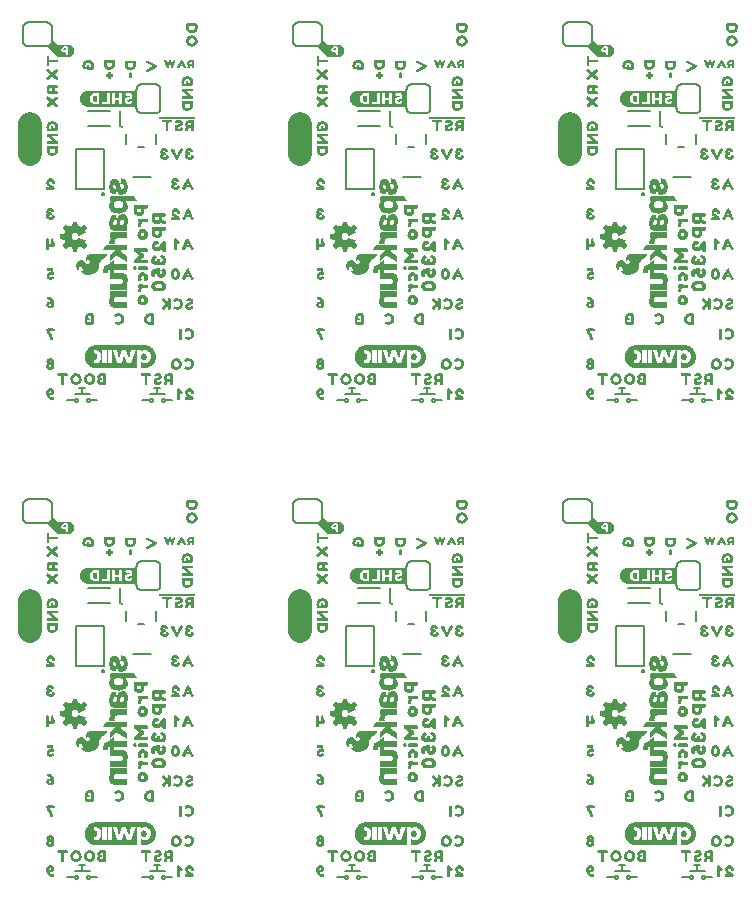
<source format=gbo>
G04 EAGLE Gerber RS-274X export*
G75*
%MOMM*%
%FSLAX34Y34*%
%LPD*%
%INSilkscreen Bottom*%
%IPPOS*%
%AMOC8*
5,1,8,0,0,1.08239X$1,22.5*%
G01*
%ADD10C,2.032000*%
%ADD11C,0.152400*%
%ADD12C,0.203200*%
%ADD13C,0.254000*%

G36*
X109622Y34779D02*
X109622Y34779D01*
X109626Y34778D01*
X111336Y34948D01*
X111340Y34951D01*
X111348Y34950D01*
X113348Y35540D01*
X113365Y35560D01*
X113366Y35560D01*
X113371Y35557D01*
X113380Y35564D01*
X113401Y35565D01*
X113790Y35785D01*
X114129Y35965D01*
X114130Y35965D01*
X114540Y36185D01*
X114540Y36186D01*
X114543Y36186D01*
X115003Y36466D01*
X115004Y36469D01*
X115007Y36470D01*
X115237Y36640D01*
X115238Y36641D01*
X115240Y36641D01*
X116400Y37591D01*
X116401Y37596D01*
X116408Y37600D01*
X117028Y38340D01*
X117368Y38750D01*
X117369Y38751D01*
X117370Y38752D01*
X117730Y39232D01*
X117731Y39238D01*
X117735Y39238D01*
X117746Y39263D01*
X117763Y39286D01*
X117759Y39294D01*
X117762Y39300D01*
X117855Y39470D01*
X118125Y39970D01*
X118375Y40420D01*
X118375Y40423D01*
X118378Y40426D01*
X118598Y40966D01*
X118598Y40968D01*
X118600Y40970D01*
X118880Y41810D01*
X118879Y41812D01*
X118881Y41814D01*
X119061Y42474D01*
X119060Y42475D01*
X119061Y42477D01*
X119131Y42807D01*
X119130Y42810D01*
X119132Y42814D01*
X119172Y43203D01*
X119222Y43673D01*
X119222Y43674D01*
X119272Y44184D01*
X119271Y44186D01*
X119273Y44189D01*
X119283Y44619D01*
X119282Y44619D01*
X119286Y44621D01*
X119285Y44633D01*
X119293Y44655D01*
X119263Y45055D01*
X119262Y45055D01*
X119262Y45056D01*
X119192Y45736D01*
X119132Y46346D01*
X119130Y46350D01*
X119131Y46356D01*
X118861Y47356D01*
X118857Y47360D01*
X118790Y47588D01*
X118789Y47589D01*
X118789Y47591D01*
X118509Y48381D01*
X118506Y48383D01*
X118506Y48389D01*
X118106Y49169D01*
X118105Y49169D01*
X118105Y49170D01*
X117945Y49460D01*
X117944Y49461D01*
X117944Y49462D01*
X117764Y49772D01*
X117762Y49773D01*
X117761Y49776D01*
X117571Y50046D01*
X117570Y50047D01*
X117570Y50048D01*
X117350Y50338D01*
X117349Y50338D01*
X117349Y50339D01*
X117349Y50340D01*
X117029Y50730D01*
X117028Y50730D01*
X116678Y51150D01*
X116677Y51150D01*
X116677Y51152D01*
X116427Y51432D01*
X116424Y51433D01*
X116422Y51437D01*
X116242Y51597D01*
X116241Y51597D01*
X116001Y51807D01*
X116001Y51808D01*
X115721Y52048D01*
X115720Y52048D01*
X115720Y52049D01*
X115230Y52449D01*
X115227Y52449D01*
X115226Y52452D01*
X114876Y52692D01*
X114859Y52692D01*
X114856Y52694D01*
X114845Y52707D01*
X114838Y52716D01*
X114820Y52725D01*
X114161Y53095D01*
X114160Y53095D01*
X113550Y53425D01*
X113546Y53425D01*
X113542Y53429D01*
X112862Y53689D01*
X112860Y53688D01*
X112858Y53690D01*
X111608Y54060D01*
X111604Y54059D01*
X111600Y54062D01*
X110930Y54172D01*
X110928Y54171D01*
X110925Y54173D01*
X109285Y54303D01*
X109283Y54301D01*
X109280Y54303D01*
X106550Y54303D01*
X106546Y54300D01*
X106540Y54303D01*
X98540Y54303D01*
X98530Y54296D01*
X98526Y54296D01*
X98510Y54303D01*
X82500Y54303D01*
X82487Y54294D01*
X82482Y54294D01*
X82458Y54299D01*
X82454Y54293D01*
X74000Y54303D01*
X73988Y54295D01*
X73986Y54297D01*
X73976Y54296D01*
X73960Y54303D01*
X68980Y54303D01*
X68977Y54301D01*
X68973Y54302D01*
X66833Y54052D01*
X66818Y54040D01*
X66805Y54038D01*
X66791Y54040D01*
X65861Y53750D01*
X65331Y53580D01*
X65328Y53576D01*
X65322Y53576D01*
X64672Y53246D01*
X64671Y53245D01*
X64670Y53245D01*
X63830Y52785D01*
X63829Y52784D01*
X63828Y52784D01*
X63398Y52524D01*
X63396Y52520D01*
X63389Y52518D01*
X63060Y52239D01*
X62620Y51879D01*
X62620Y51878D01*
X62220Y51548D01*
X62219Y51545D01*
X62215Y51543D01*
X61835Y51143D01*
X61834Y51141D01*
X61831Y51139D01*
X61071Y50199D01*
X61070Y50191D01*
X61063Y50186D01*
X61064Y50180D01*
X61060Y50178D01*
X60820Y49858D01*
X60820Y49854D01*
X60815Y49850D01*
X60505Y49290D01*
X60115Y48570D01*
X60115Y48568D01*
X60113Y48566D01*
X60113Y48565D01*
X60112Y48564D01*
X59912Y48074D01*
X59912Y48071D01*
X59910Y48069D01*
X59630Y47189D01*
X59634Y47174D01*
X59632Y47172D01*
X59623Y47166D01*
X59624Y47161D01*
X59619Y47156D01*
X59580Y47008D01*
X59460Y46618D01*
X59461Y46614D01*
X59458Y46610D01*
X59408Y46290D01*
X59409Y46288D01*
X59408Y46287D01*
X59298Y45277D01*
X59298Y45276D01*
X59297Y45274D01*
X59237Y44404D01*
X59240Y44400D01*
X59238Y44394D01*
X59398Y42844D01*
X59399Y42842D01*
X59398Y42838D01*
X59488Y42368D01*
X59491Y42366D01*
X59490Y42361D01*
X59690Y41721D01*
X59691Y41720D01*
X59690Y41711D01*
X59870Y41131D01*
X59871Y41131D01*
X59871Y41129D01*
X59991Y40789D01*
X59994Y40787D01*
X59994Y40781D01*
X60384Y40031D01*
X60385Y40030D01*
X60386Y40029D01*
X60986Y38979D01*
X60989Y38977D01*
X60990Y38972D01*
X61210Y38682D01*
X61212Y38681D01*
X61213Y38679D01*
X61245Y38664D01*
X61252Y38640D01*
X61345Y38528D01*
X61502Y38340D01*
X61659Y38152D01*
X61815Y37963D01*
X61852Y37920D01*
X61854Y37919D01*
X61855Y37916D01*
X62285Y37476D01*
X62288Y37476D01*
X62290Y37472D01*
X63040Y36842D01*
X63041Y36842D01*
X63042Y36840D01*
X63662Y36370D01*
X63666Y36370D01*
X63670Y36365D01*
X64330Y36005D01*
X64331Y36004D01*
X64901Y35704D01*
X64903Y35705D01*
X64905Y35702D01*
X65525Y35432D01*
X65528Y35433D01*
X65532Y35430D01*
X66232Y35220D01*
X66233Y35220D01*
X66851Y35040D01*
X67030Y34980D01*
X67036Y34982D01*
X67044Y34978D01*
X68211Y34868D01*
X68214Y34863D01*
X68223Y34864D01*
X68237Y34857D01*
X69137Y34807D01*
X69138Y34808D01*
X69140Y34807D01*
X79230Y34807D01*
X79243Y34815D01*
X79244Y34813D01*
X79254Y34814D01*
X79270Y34807D01*
X88150Y34807D01*
X88167Y34818D01*
X88170Y34817D01*
X95620Y34807D01*
X95630Y34814D01*
X95634Y34814D01*
X95650Y34807D01*
X102820Y34807D01*
X102839Y34819D01*
X102861Y34823D01*
X102868Y34838D01*
X102877Y34844D01*
X102876Y34854D01*
X102883Y34870D01*
X102893Y49997D01*
X106487Y49997D01*
X106487Y48650D01*
X106495Y48638D01*
X106493Y48625D01*
X106512Y48612D01*
X106524Y48593D01*
X106538Y48595D01*
X106550Y48587D01*
X106581Y48601D01*
X106591Y48603D01*
X106593Y48607D01*
X106597Y48608D01*
X106676Y48697D01*
X106923Y48945D01*
X107170Y49172D01*
X107466Y49398D01*
X107721Y49556D01*
X107997Y49703D01*
X108284Y49822D01*
X108499Y49910D01*
X108734Y49969D01*
X108864Y49999D01*
X109159Y50058D01*
X109366Y50078D01*
X109673Y50107D01*
X109839Y50107D01*
X110306Y50087D01*
X110722Y50048D01*
X111217Y49959D01*
X111621Y49860D01*
X111965Y49722D01*
X112274Y49583D01*
X112283Y49584D01*
X112290Y49575D01*
X112646Y49377D01*
X112922Y49180D01*
X113446Y48755D01*
X113761Y48400D01*
X113989Y48103D01*
X114136Y47887D01*
X114324Y47542D01*
X114493Y47185D01*
X114621Y46878D01*
X114750Y46473D01*
X114829Y46147D01*
X114898Y45829D01*
X114938Y45543D01*
X114998Y44855D01*
X115009Y44840D01*
X115011Y44821D01*
X115015Y44819D01*
X115015Y44817D01*
X115007Y44798D01*
X115017Y44471D01*
X115007Y44212D01*
X114968Y43567D01*
X114918Y43252D01*
X114819Y42814D01*
X114710Y42327D01*
X114602Y42013D01*
X114453Y41675D01*
X114351Y41449D01*
X114323Y41387D01*
X114323Y41386D01*
X114324Y41379D01*
X114321Y41372D01*
X114306Y41361D01*
X114186Y41153D01*
X113948Y40776D01*
X113771Y40540D01*
X113554Y40292D01*
X113287Y40016D01*
X112992Y39760D01*
X112696Y39563D01*
X112349Y39345D01*
X112035Y39188D01*
X111738Y39079D01*
X111731Y39069D01*
X111722Y39070D01*
X111106Y38881D01*
X110502Y38782D01*
X110146Y38753D01*
X109849Y38743D01*
X109554Y38743D01*
X109198Y38782D01*
X108882Y38832D01*
X108597Y38900D01*
X108232Y39019D01*
X107958Y39136D01*
X107662Y39304D01*
X107447Y39440D01*
X107260Y39588D01*
X107033Y39776D01*
X106849Y39970D01*
X106753Y40104D01*
X106694Y40202D01*
X106624Y40322D01*
X106598Y40335D01*
X106574Y40353D01*
X106568Y40350D01*
X106564Y40352D01*
X106555Y40345D01*
X106526Y40334D01*
X106516Y40324D01*
X106514Y40317D01*
X106511Y40310D01*
X106511Y40309D01*
X106497Y40280D01*
X106497Y34840D01*
X106509Y34821D01*
X106513Y34799D01*
X106528Y34792D01*
X106534Y34783D01*
X106544Y34784D01*
X106560Y34777D01*
X109620Y34777D01*
X109622Y34779D01*
G37*
G36*
X338222Y34779D02*
X338222Y34779D01*
X338226Y34778D01*
X339936Y34948D01*
X339940Y34951D01*
X339948Y34950D01*
X341948Y35540D01*
X341965Y35560D01*
X341966Y35560D01*
X341971Y35557D01*
X341980Y35564D01*
X342001Y35565D01*
X342390Y35785D01*
X342729Y35965D01*
X342730Y35965D01*
X343140Y36185D01*
X343140Y36186D01*
X343143Y36186D01*
X343603Y36466D01*
X343604Y36469D01*
X343607Y36470D01*
X343837Y36640D01*
X343838Y36641D01*
X343840Y36641D01*
X345000Y37591D01*
X345001Y37596D01*
X345008Y37600D01*
X345628Y38340D01*
X345968Y38750D01*
X345969Y38751D01*
X345970Y38752D01*
X346330Y39232D01*
X346331Y39238D01*
X346335Y39238D01*
X346346Y39263D01*
X346363Y39286D01*
X346359Y39294D01*
X346362Y39300D01*
X346455Y39470D01*
X346725Y39970D01*
X346975Y40420D01*
X346975Y40423D01*
X346978Y40426D01*
X347198Y40966D01*
X347198Y40968D01*
X347200Y40970D01*
X347480Y41810D01*
X347479Y41812D01*
X347481Y41814D01*
X347661Y42474D01*
X347660Y42475D01*
X347661Y42477D01*
X347731Y42807D01*
X347730Y42810D01*
X347732Y42814D01*
X347772Y43203D01*
X347822Y43673D01*
X347822Y43674D01*
X347872Y44184D01*
X347871Y44186D01*
X347873Y44189D01*
X347883Y44619D01*
X347882Y44619D01*
X347886Y44621D01*
X347885Y44633D01*
X347893Y44655D01*
X347863Y45055D01*
X347862Y45055D01*
X347862Y45056D01*
X347792Y45736D01*
X347732Y46346D01*
X347730Y46350D01*
X347731Y46356D01*
X347461Y47356D01*
X347457Y47360D01*
X347390Y47588D01*
X347389Y47589D01*
X347389Y47591D01*
X347109Y48381D01*
X347106Y48383D01*
X347106Y48389D01*
X346706Y49169D01*
X346705Y49169D01*
X346705Y49170D01*
X346545Y49460D01*
X346544Y49461D01*
X346544Y49462D01*
X346364Y49772D01*
X346362Y49773D01*
X346361Y49776D01*
X346171Y50046D01*
X346170Y50047D01*
X346170Y50048D01*
X345950Y50338D01*
X345949Y50338D01*
X345949Y50339D01*
X345949Y50340D01*
X345629Y50730D01*
X345628Y50730D01*
X345278Y51150D01*
X345277Y51150D01*
X345277Y51152D01*
X345027Y51432D01*
X345024Y51433D01*
X345022Y51437D01*
X344842Y51597D01*
X344841Y51597D01*
X344601Y51807D01*
X344601Y51808D01*
X344321Y52048D01*
X344320Y52048D01*
X344320Y52049D01*
X343830Y52449D01*
X343827Y52449D01*
X343826Y52452D01*
X343476Y52692D01*
X343459Y52692D01*
X343456Y52694D01*
X343445Y52707D01*
X343438Y52716D01*
X343420Y52725D01*
X342761Y53095D01*
X342760Y53095D01*
X342150Y53425D01*
X342146Y53425D01*
X342142Y53429D01*
X341462Y53689D01*
X341460Y53688D01*
X341458Y53690D01*
X340208Y54060D01*
X340204Y54059D01*
X340200Y54062D01*
X339530Y54172D01*
X339528Y54171D01*
X339525Y54173D01*
X337885Y54303D01*
X337883Y54301D01*
X337880Y54303D01*
X335150Y54303D01*
X335146Y54300D01*
X335140Y54303D01*
X327140Y54303D01*
X327130Y54296D01*
X327126Y54296D01*
X327110Y54303D01*
X311100Y54303D01*
X311087Y54294D01*
X311082Y54294D01*
X311058Y54299D01*
X311054Y54293D01*
X302600Y54303D01*
X302588Y54295D01*
X302586Y54297D01*
X302576Y54296D01*
X302560Y54303D01*
X297580Y54303D01*
X297577Y54301D01*
X297573Y54302D01*
X295433Y54052D01*
X295418Y54040D01*
X295405Y54038D01*
X295391Y54040D01*
X294461Y53750D01*
X293931Y53580D01*
X293928Y53576D01*
X293922Y53576D01*
X293272Y53246D01*
X293271Y53245D01*
X293270Y53245D01*
X292430Y52785D01*
X292429Y52784D01*
X292428Y52784D01*
X291998Y52524D01*
X291996Y52520D01*
X291989Y52518D01*
X291660Y52239D01*
X291220Y51879D01*
X291220Y51878D01*
X290820Y51548D01*
X290819Y51545D01*
X290815Y51543D01*
X290435Y51143D01*
X290434Y51141D01*
X290431Y51139D01*
X289671Y50199D01*
X289670Y50191D01*
X289663Y50186D01*
X289664Y50180D01*
X289660Y50178D01*
X289420Y49858D01*
X289420Y49854D01*
X289415Y49850D01*
X289105Y49290D01*
X288715Y48570D01*
X288715Y48568D01*
X288713Y48566D01*
X288713Y48565D01*
X288712Y48564D01*
X288512Y48074D01*
X288512Y48071D01*
X288510Y48069D01*
X288230Y47189D01*
X288234Y47174D01*
X288232Y47172D01*
X288223Y47166D01*
X288224Y47161D01*
X288219Y47156D01*
X288180Y47008D01*
X288060Y46618D01*
X288061Y46614D01*
X288058Y46610D01*
X288008Y46290D01*
X288009Y46288D01*
X288008Y46287D01*
X287898Y45277D01*
X287898Y45276D01*
X287897Y45274D01*
X287837Y44404D01*
X287840Y44400D01*
X287838Y44394D01*
X287998Y42844D01*
X287999Y42842D01*
X287998Y42838D01*
X288088Y42368D01*
X288091Y42366D01*
X288090Y42361D01*
X288290Y41721D01*
X288291Y41720D01*
X288290Y41711D01*
X288470Y41131D01*
X288471Y41131D01*
X288471Y41129D01*
X288591Y40789D01*
X288594Y40787D01*
X288594Y40781D01*
X288984Y40031D01*
X288985Y40030D01*
X288986Y40029D01*
X289586Y38979D01*
X289589Y38977D01*
X289590Y38972D01*
X289810Y38682D01*
X289812Y38681D01*
X289813Y38679D01*
X289845Y38664D01*
X289852Y38640D01*
X289945Y38528D01*
X290102Y38340D01*
X290259Y38152D01*
X290415Y37963D01*
X290452Y37920D01*
X290454Y37919D01*
X290455Y37916D01*
X290885Y37476D01*
X290888Y37476D01*
X290890Y37472D01*
X291640Y36842D01*
X291641Y36842D01*
X291642Y36840D01*
X292262Y36370D01*
X292266Y36370D01*
X292270Y36365D01*
X292930Y36005D01*
X292931Y36004D01*
X293501Y35704D01*
X293503Y35705D01*
X293505Y35702D01*
X294125Y35432D01*
X294128Y35433D01*
X294132Y35430D01*
X294832Y35220D01*
X294833Y35220D01*
X295451Y35040D01*
X295630Y34980D01*
X295636Y34982D01*
X295644Y34978D01*
X296811Y34868D01*
X296814Y34863D01*
X296823Y34864D01*
X296837Y34857D01*
X297737Y34807D01*
X297738Y34808D01*
X297740Y34807D01*
X307830Y34807D01*
X307843Y34815D01*
X307844Y34813D01*
X307854Y34814D01*
X307870Y34807D01*
X316750Y34807D01*
X316767Y34818D01*
X316770Y34817D01*
X324220Y34807D01*
X324230Y34814D01*
X324234Y34814D01*
X324250Y34807D01*
X331420Y34807D01*
X331439Y34819D01*
X331461Y34823D01*
X331468Y34838D01*
X331477Y34844D01*
X331476Y34854D01*
X331483Y34870D01*
X331493Y49997D01*
X335087Y49997D01*
X335087Y48650D01*
X335095Y48638D01*
X335093Y48625D01*
X335112Y48612D01*
X335124Y48593D01*
X335138Y48595D01*
X335150Y48587D01*
X335181Y48601D01*
X335191Y48603D01*
X335193Y48607D01*
X335197Y48608D01*
X335276Y48697D01*
X335523Y48945D01*
X335770Y49172D01*
X336066Y49398D01*
X336321Y49556D01*
X336597Y49703D01*
X336884Y49822D01*
X337099Y49910D01*
X337334Y49969D01*
X337464Y49999D01*
X337759Y50058D01*
X337966Y50078D01*
X338273Y50107D01*
X338439Y50107D01*
X338906Y50087D01*
X339322Y50048D01*
X339817Y49959D01*
X340221Y49860D01*
X340565Y49722D01*
X340874Y49583D01*
X340883Y49584D01*
X340890Y49575D01*
X341246Y49377D01*
X341522Y49180D01*
X342046Y48755D01*
X342361Y48400D01*
X342589Y48103D01*
X342736Y47887D01*
X342924Y47542D01*
X343093Y47185D01*
X343221Y46878D01*
X343350Y46473D01*
X343429Y46147D01*
X343498Y45829D01*
X343538Y45543D01*
X343598Y44855D01*
X343609Y44840D01*
X343611Y44821D01*
X343615Y44819D01*
X343615Y44817D01*
X343607Y44798D01*
X343617Y44471D01*
X343607Y44212D01*
X343568Y43567D01*
X343518Y43252D01*
X343419Y42814D01*
X343310Y42327D01*
X343202Y42013D01*
X343053Y41675D01*
X342951Y41449D01*
X342923Y41387D01*
X342923Y41386D01*
X342924Y41379D01*
X342921Y41372D01*
X342906Y41361D01*
X342786Y41153D01*
X342548Y40776D01*
X342371Y40540D01*
X342154Y40292D01*
X341887Y40016D01*
X341592Y39760D01*
X341296Y39563D01*
X340949Y39345D01*
X340635Y39188D01*
X340338Y39079D01*
X340331Y39069D01*
X340322Y39070D01*
X339706Y38881D01*
X339102Y38782D01*
X338746Y38753D01*
X338449Y38743D01*
X338154Y38743D01*
X337798Y38782D01*
X337482Y38832D01*
X337197Y38900D01*
X336832Y39019D01*
X336558Y39136D01*
X336262Y39304D01*
X336047Y39440D01*
X335860Y39588D01*
X335633Y39776D01*
X335449Y39970D01*
X335353Y40104D01*
X335294Y40202D01*
X335224Y40322D01*
X335198Y40335D01*
X335174Y40353D01*
X335168Y40350D01*
X335164Y40352D01*
X335155Y40345D01*
X335126Y40334D01*
X335116Y40324D01*
X335114Y40317D01*
X335111Y40310D01*
X335111Y40309D01*
X335097Y40280D01*
X335097Y34840D01*
X335109Y34821D01*
X335113Y34799D01*
X335128Y34792D01*
X335134Y34783D01*
X335144Y34784D01*
X335160Y34777D01*
X338220Y34777D01*
X338222Y34779D01*
G37*
G36*
X338222Y438639D02*
X338222Y438639D01*
X338226Y438638D01*
X339936Y438808D01*
X339940Y438811D01*
X339948Y438810D01*
X341948Y439400D01*
X341965Y439420D01*
X341966Y439420D01*
X341971Y439417D01*
X341980Y439424D01*
X342001Y439425D01*
X342390Y439645D01*
X342729Y439825D01*
X342730Y439825D01*
X343140Y440045D01*
X343140Y440046D01*
X343143Y440046D01*
X343603Y440326D01*
X343604Y440329D01*
X343607Y440330D01*
X343837Y440500D01*
X343838Y440501D01*
X343840Y440501D01*
X345000Y441451D01*
X345001Y441456D01*
X345008Y441460D01*
X345628Y442200D01*
X345968Y442610D01*
X345969Y442611D01*
X345970Y442612D01*
X346330Y443092D01*
X346331Y443098D01*
X346335Y443098D01*
X346346Y443123D01*
X346363Y443146D01*
X346359Y443154D01*
X346362Y443160D01*
X346455Y443330D01*
X346725Y443830D01*
X346975Y444280D01*
X346975Y444283D01*
X346978Y444286D01*
X347198Y444826D01*
X347198Y444828D01*
X347200Y444830D01*
X347480Y445670D01*
X347479Y445672D01*
X347481Y445674D01*
X347661Y446334D01*
X347660Y446335D01*
X347661Y446337D01*
X347731Y446667D01*
X347730Y446670D01*
X347732Y446674D01*
X347772Y447063D01*
X347822Y447533D01*
X347822Y447534D01*
X347872Y448044D01*
X347871Y448046D01*
X347873Y448049D01*
X347883Y448479D01*
X347882Y448479D01*
X347886Y448481D01*
X347885Y448493D01*
X347893Y448515D01*
X347863Y448915D01*
X347862Y448915D01*
X347862Y448916D01*
X347792Y449596D01*
X347732Y450206D01*
X347730Y450210D01*
X347731Y450216D01*
X347461Y451216D01*
X347457Y451220D01*
X347390Y451448D01*
X347389Y451449D01*
X347389Y451451D01*
X347109Y452241D01*
X347106Y452243D01*
X347106Y452249D01*
X346706Y453029D01*
X346705Y453029D01*
X346705Y453030D01*
X346545Y453320D01*
X346544Y453321D01*
X346544Y453322D01*
X346364Y453632D01*
X346362Y453633D01*
X346361Y453636D01*
X346171Y453906D01*
X346170Y453907D01*
X346170Y453908D01*
X345950Y454198D01*
X345949Y454198D01*
X345949Y454199D01*
X345949Y454200D01*
X345629Y454590D01*
X345628Y454590D01*
X345278Y455010D01*
X345277Y455010D01*
X345277Y455012D01*
X345027Y455292D01*
X345024Y455293D01*
X345022Y455297D01*
X344842Y455457D01*
X344841Y455457D01*
X344601Y455667D01*
X344601Y455668D01*
X344321Y455908D01*
X344320Y455908D01*
X344320Y455909D01*
X343830Y456309D01*
X343827Y456309D01*
X343826Y456312D01*
X343476Y456552D01*
X343459Y456552D01*
X343456Y456554D01*
X343445Y456567D01*
X343438Y456576D01*
X343420Y456585D01*
X342761Y456955D01*
X342760Y456955D01*
X342150Y457285D01*
X342146Y457285D01*
X342142Y457289D01*
X341462Y457549D01*
X341460Y457548D01*
X341458Y457550D01*
X340208Y457920D01*
X340204Y457919D01*
X340200Y457922D01*
X339530Y458032D01*
X339528Y458031D01*
X339525Y458033D01*
X337885Y458163D01*
X337883Y458161D01*
X337880Y458163D01*
X335150Y458163D01*
X335146Y458160D01*
X335140Y458163D01*
X327140Y458163D01*
X327130Y458156D01*
X327126Y458156D01*
X327110Y458163D01*
X311100Y458163D01*
X311087Y458154D01*
X311082Y458154D01*
X311058Y458159D01*
X311054Y458153D01*
X302600Y458163D01*
X302588Y458155D01*
X302586Y458157D01*
X302576Y458156D01*
X302560Y458163D01*
X297580Y458163D01*
X297577Y458161D01*
X297573Y458162D01*
X295433Y457912D01*
X295418Y457900D01*
X295405Y457898D01*
X295391Y457900D01*
X294461Y457610D01*
X293931Y457440D01*
X293928Y457436D01*
X293922Y457436D01*
X293272Y457106D01*
X293271Y457105D01*
X293270Y457105D01*
X292430Y456645D01*
X292429Y456644D01*
X292428Y456644D01*
X291998Y456384D01*
X291996Y456380D01*
X291989Y456378D01*
X291660Y456099D01*
X291220Y455739D01*
X291220Y455738D01*
X290820Y455408D01*
X290819Y455405D01*
X290815Y455403D01*
X290435Y455003D01*
X290434Y455001D01*
X290431Y454999D01*
X289671Y454059D01*
X289670Y454051D01*
X289663Y454046D01*
X289664Y454040D01*
X289660Y454038D01*
X289420Y453718D01*
X289420Y453714D01*
X289415Y453710D01*
X289105Y453150D01*
X288715Y452430D01*
X288715Y452428D01*
X288713Y452426D01*
X288713Y452425D01*
X288712Y452424D01*
X288512Y451934D01*
X288512Y451931D01*
X288510Y451929D01*
X288230Y451049D01*
X288234Y451034D01*
X288232Y451032D01*
X288223Y451026D01*
X288224Y451021D01*
X288219Y451016D01*
X288180Y450868D01*
X288060Y450478D01*
X288061Y450474D01*
X288058Y450470D01*
X288008Y450150D01*
X288009Y450148D01*
X288008Y450147D01*
X287898Y449137D01*
X287898Y449136D01*
X287897Y449134D01*
X287837Y448264D01*
X287840Y448260D01*
X287838Y448254D01*
X287998Y446704D01*
X287999Y446702D01*
X287998Y446698D01*
X288088Y446228D01*
X288091Y446226D01*
X288090Y446221D01*
X288290Y445581D01*
X288291Y445580D01*
X288290Y445571D01*
X288470Y444991D01*
X288471Y444991D01*
X288471Y444989D01*
X288591Y444649D01*
X288594Y444647D01*
X288594Y444641D01*
X288984Y443891D01*
X288985Y443890D01*
X288986Y443889D01*
X289586Y442839D01*
X289589Y442837D01*
X289590Y442832D01*
X289810Y442542D01*
X289812Y442541D01*
X289813Y442539D01*
X289845Y442524D01*
X289852Y442500D01*
X289945Y442388D01*
X290102Y442200D01*
X290259Y442012D01*
X290415Y441823D01*
X290452Y441780D01*
X290454Y441779D01*
X290455Y441776D01*
X290885Y441336D01*
X290888Y441336D01*
X290890Y441332D01*
X291640Y440702D01*
X291641Y440702D01*
X291642Y440700D01*
X292262Y440230D01*
X292266Y440230D01*
X292270Y440225D01*
X292930Y439865D01*
X292931Y439864D01*
X293501Y439564D01*
X293503Y439565D01*
X293505Y439562D01*
X294125Y439292D01*
X294128Y439293D01*
X294132Y439290D01*
X294832Y439080D01*
X294833Y439080D01*
X295451Y438900D01*
X295630Y438840D01*
X295636Y438842D01*
X295644Y438838D01*
X296811Y438728D01*
X296814Y438723D01*
X296823Y438724D01*
X296837Y438717D01*
X297737Y438667D01*
X297738Y438668D01*
X297740Y438667D01*
X307830Y438667D01*
X307843Y438675D01*
X307844Y438673D01*
X307854Y438674D01*
X307870Y438667D01*
X316750Y438667D01*
X316767Y438678D01*
X316770Y438677D01*
X324220Y438667D01*
X324230Y438674D01*
X324234Y438674D01*
X324250Y438667D01*
X331420Y438667D01*
X331439Y438679D01*
X331461Y438683D01*
X331468Y438698D01*
X331477Y438704D01*
X331476Y438714D01*
X331483Y438730D01*
X331493Y453857D01*
X335087Y453857D01*
X335087Y452510D01*
X335095Y452498D01*
X335093Y452485D01*
X335112Y452472D01*
X335124Y452453D01*
X335138Y452455D01*
X335150Y452447D01*
X335181Y452461D01*
X335191Y452463D01*
X335193Y452467D01*
X335197Y452468D01*
X335276Y452557D01*
X335523Y452805D01*
X335770Y453032D01*
X336066Y453258D01*
X336321Y453416D01*
X336597Y453563D01*
X336884Y453682D01*
X337099Y453770D01*
X337334Y453829D01*
X337464Y453859D01*
X337759Y453918D01*
X337966Y453938D01*
X338273Y453967D01*
X338439Y453967D01*
X338906Y453947D01*
X339322Y453908D01*
X339817Y453819D01*
X340221Y453720D01*
X340565Y453582D01*
X340874Y453443D01*
X340883Y453444D01*
X340890Y453435D01*
X341246Y453237D01*
X341522Y453040D01*
X342046Y452615D01*
X342361Y452260D01*
X342589Y451963D01*
X342736Y451747D01*
X342924Y451402D01*
X343093Y451045D01*
X343221Y450738D01*
X343350Y450333D01*
X343429Y450007D01*
X343498Y449689D01*
X343538Y449403D01*
X343598Y448715D01*
X343609Y448700D01*
X343611Y448681D01*
X343615Y448679D01*
X343615Y448677D01*
X343607Y448658D01*
X343617Y448331D01*
X343607Y448072D01*
X343568Y447427D01*
X343518Y447112D01*
X343419Y446674D01*
X343310Y446187D01*
X343202Y445873D01*
X343053Y445535D01*
X342951Y445309D01*
X342923Y445247D01*
X342923Y445246D01*
X342924Y445239D01*
X342921Y445232D01*
X342906Y445221D01*
X342786Y445013D01*
X342548Y444636D01*
X342371Y444400D01*
X342154Y444152D01*
X341887Y443876D01*
X341592Y443620D01*
X341296Y443423D01*
X340949Y443205D01*
X340635Y443048D01*
X340338Y442939D01*
X340331Y442929D01*
X340322Y442930D01*
X339706Y442741D01*
X339102Y442642D01*
X338746Y442613D01*
X338449Y442603D01*
X338154Y442603D01*
X337798Y442642D01*
X337482Y442692D01*
X337197Y442760D01*
X336832Y442879D01*
X336558Y442996D01*
X336262Y443164D01*
X336047Y443300D01*
X335860Y443448D01*
X335633Y443636D01*
X335449Y443830D01*
X335353Y443964D01*
X335294Y444062D01*
X335224Y444182D01*
X335198Y444195D01*
X335174Y444213D01*
X335168Y444210D01*
X335164Y444212D01*
X335155Y444205D01*
X335126Y444194D01*
X335116Y444184D01*
X335114Y444177D01*
X335111Y444170D01*
X335111Y444169D01*
X335097Y444140D01*
X335097Y438700D01*
X335109Y438681D01*
X335113Y438659D01*
X335128Y438652D01*
X335134Y438643D01*
X335144Y438644D01*
X335160Y438637D01*
X338220Y438637D01*
X338222Y438639D01*
G37*
G36*
X109622Y438639D02*
X109622Y438639D01*
X109626Y438638D01*
X111336Y438808D01*
X111340Y438811D01*
X111348Y438810D01*
X113348Y439400D01*
X113365Y439420D01*
X113366Y439420D01*
X113371Y439417D01*
X113380Y439424D01*
X113401Y439425D01*
X113790Y439645D01*
X114129Y439825D01*
X114130Y439825D01*
X114540Y440045D01*
X114540Y440046D01*
X114543Y440046D01*
X115003Y440326D01*
X115004Y440329D01*
X115007Y440330D01*
X115237Y440500D01*
X115238Y440501D01*
X115240Y440501D01*
X116400Y441451D01*
X116401Y441456D01*
X116408Y441460D01*
X117028Y442200D01*
X117368Y442610D01*
X117369Y442611D01*
X117370Y442612D01*
X117730Y443092D01*
X117731Y443098D01*
X117735Y443098D01*
X117746Y443123D01*
X117763Y443146D01*
X117759Y443154D01*
X117762Y443160D01*
X117855Y443330D01*
X118125Y443830D01*
X118375Y444280D01*
X118375Y444283D01*
X118378Y444286D01*
X118598Y444826D01*
X118598Y444828D01*
X118600Y444830D01*
X118880Y445670D01*
X118879Y445672D01*
X118881Y445674D01*
X119061Y446334D01*
X119060Y446335D01*
X119061Y446337D01*
X119131Y446667D01*
X119130Y446670D01*
X119132Y446674D01*
X119172Y447063D01*
X119222Y447533D01*
X119222Y447534D01*
X119272Y448044D01*
X119271Y448046D01*
X119273Y448049D01*
X119283Y448479D01*
X119282Y448479D01*
X119286Y448481D01*
X119285Y448493D01*
X119293Y448515D01*
X119263Y448915D01*
X119262Y448915D01*
X119262Y448916D01*
X119192Y449596D01*
X119132Y450206D01*
X119130Y450210D01*
X119131Y450216D01*
X118861Y451216D01*
X118857Y451220D01*
X118790Y451448D01*
X118789Y451449D01*
X118789Y451451D01*
X118509Y452241D01*
X118506Y452243D01*
X118506Y452249D01*
X118106Y453029D01*
X118105Y453029D01*
X118105Y453030D01*
X117945Y453320D01*
X117944Y453321D01*
X117944Y453322D01*
X117764Y453632D01*
X117762Y453633D01*
X117761Y453636D01*
X117571Y453906D01*
X117570Y453907D01*
X117570Y453908D01*
X117350Y454198D01*
X117349Y454198D01*
X117349Y454199D01*
X117349Y454200D01*
X117029Y454590D01*
X117028Y454590D01*
X116678Y455010D01*
X116677Y455010D01*
X116677Y455012D01*
X116427Y455292D01*
X116424Y455293D01*
X116422Y455297D01*
X116242Y455457D01*
X116241Y455457D01*
X116001Y455667D01*
X116001Y455668D01*
X115721Y455908D01*
X115720Y455908D01*
X115720Y455909D01*
X115230Y456309D01*
X115227Y456309D01*
X115226Y456312D01*
X114876Y456552D01*
X114859Y456552D01*
X114856Y456554D01*
X114845Y456567D01*
X114838Y456576D01*
X114820Y456585D01*
X114161Y456955D01*
X114160Y456955D01*
X113550Y457285D01*
X113546Y457285D01*
X113542Y457289D01*
X112862Y457549D01*
X112860Y457548D01*
X112858Y457550D01*
X111608Y457920D01*
X111604Y457919D01*
X111600Y457922D01*
X110930Y458032D01*
X110928Y458031D01*
X110925Y458033D01*
X109285Y458163D01*
X109283Y458161D01*
X109280Y458163D01*
X106550Y458163D01*
X106546Y458160D01*
X106540Y458163D01*
X98540Y458163D01*
X98530Y458156D01*
X98526Y458156D01*
X98510Y458163D01*
X82500Y458163D01*
X82487Y458154D01*
X82482Y458154D01*
X82458Y458159D01*
X82454Y458153D01*
X74000Y458163D01*
X73988Y458155D01*
X73986Y458157D01*
X73976Y458156D01*
X73960Y458163D01*
X68980Y458163D01*
X68977Y458161D01*
X68973Y458162D01*
X66833Y457912D01*
X66818Y457900D01*
X66805Y457898D01*
X66791Y457900D01*
X65861Y457610D01*
X65331Y457440D01*
X65328Y457436D01*
X65322Y457436D01*
X64672Y457106D01*
X64671Y457105D01*
X64670Y457105D01*
X63830Y456645D01*
X63829Y456644D01*
X63828Y456644D01*
X63398Y456384D01*
X63396Y456380D01*
X63389Y456378D01*
X63060Y456099D01*
X62620Y455739D01*
X62620Y455738D01*
X62220Y455408D01*
X62219Y455405D01*
X62215Y455403D01*
X61835Y455003D01*
X61834Y455001D01*
X61831Y454999D01*
X61071Y454059D01*
X61070Y454051D01*
X61063Y454046D01*
X61064Y454040D01*
X61060Y454038D01*
X60820Y453718D01*
X60820Y453714D01*
X60815Y453710D01*
X60505Y453150D01*
X60115Y452430D01*
X60115Y452428D01*
X60113Y452426D01*
X60113Y452425D01*
X60112Y452424D01*
X59912Y451934D01*
X59912Y451931D01*
X59910Y451929D01*
X59630Y451049D01*
X59634Y451034D01*
X59632Y451032D01*
X59623Y451026D01*
X59624Y451021D01*
X59619Y451016D01*
X59580Y450868D01*
X59460Y450478D01*
X59461Y450474D01*
X59458Y450470D01*
X59408Y450150D01*
X59409Y450148D01*
X59408Y450147D01*
X59298Y449137D01*
X59298Y449136D01*
X59297Y449134D01*
X59237Y448264D01*
X59240Y448260D01*
X59238Y448254D01*
X59398Y446704D01*
X59399Y446702D01*
X59398Y446698D01*
X59488Y446228D01*
X59491Y446226D01*
X59490Y446221D01*
X59690Y445581D01*
X59691Y445580D01*
X59690Y445571D01*
X59870Y444991D01*
X59871Y444991D01*
X59871Y444989D01*
X59991Y444649D01*
X59994Y444647D01*
X59994Y444641D01*
X60384Y443891D01*
X60385Y443890D01*
X60386Y443889D01*
X60986Y442839D01*
X60989Y442837D01*
X60990Y442832D01*
X61210Y442542D01*
X61212Y442541D01*
X61213Y442539D01*
X61245Y442524D01*
X61252Y442500D01*
X61345Y442388D01*
X61502Y442200D01*
X61659Y442012D01*
X61815Y441823D01*
X61852Y441780D01*
X61854Y441779D01*
X61855Y441776D01*
X62285Y441336D01*
X62288Y441336D01*
X62290Y441332D01*
X63040Y440702D01*
X63041Y440702D01*
X63042Y440700D01*
X63662Y440230D01*
X63666Y440230D01*
X63670Y440225D01*
X64330Y439865D01*
X64331Y439864D01*
X64901Y439564D01*
X64903Y439565D01*
X64905Y439562D01*
X65525Y439292D01*
X65528Y439293D01*
X65532Y439290D01*
X66232Y439080D01*
X66233Y439080D01*
X66851Y438900D01*
X67030Y438840D01*
X67036Y438842D01*
X67044Y438838D01*
X68211Y438728D01*
X68214Y438723D01*
X68223Y438724D01*
X68237Y438717D01*
X69137Y438667D01*
X69138Y438668D01*
X69140Y438667D01*
X79230Y438667D01*
X79243Y438675D01*
X79244Y438673D01*
X79254Y438674D01*
X79270Y438667D01*
X88150Y438667D01*
X88167Y438678D01*
X88170Y438677D01*
X95620Y438667D01*
X95630Y438674D01*
X95634Y438674D01*
X95650Y438667D01*
X102820Y438667D01*
X102839Y438679D01*
X102861Y438683D01*
X102868Y438698D01*
X102877Y438704D01*
X102876Y438714D01*
X102883Y438730D01*
X102893Y453857D01*
X106487Y453857D01*
X106487Y452510D01*
X106495Y452498D01*
X106493Y452485D01*
X106512Y452472D01*
X106524Y452453D01*
X106538Y452455D01*
X106550Y452447D01*
X106581Y452461D01*
X106591Y452463D01*
X106593Y452467D01*
X106597Y452468D01*
X106676Y452557D01*
X106923Y452805D01*
X107170Y453032D01*
X107466Y453258D01*
X107721Y453416D01*
X107997Y453563D01*
X108284Y453682D01*
X108499Y453770D01*
X108734Y453829D01*
X108864Y453859D01*
X109159Y453918D01*
X109366Y453938D01*
X109673Y453967D01*
X109839Y453967D01*
X110306Y453947D01*
X110722Y453908D01*
X111217Y453819D01*
X111621Y453720D01*
X111965Y453582D01*
X112274Y453443D01*
X112283Y453444D01*
X112290Y453435D01*
X112646Y453237D01*
X112922Y453040D01*
X113446Y452615D01*
X113761Y452260D01*
X113989Y451963D01*
X114136Y451747D01*
X114324Y451402D01*
X114493Y451045D01*
X114621Y450738D01*
X114750Y450333D01*
X114829Y450007D01*
X114898Y449689D01*
X114938Y449403D01*
X114998Y448715D01*
X115009Y448700D01*
X115011Y448681D01*
X115015Y448679D01*
X115015Y448677D01*
X115007Y448658D01*
X115017Y448331D01*
X115007Y448072D01*
X114968Y447427D01*
X114918Y447112D01*
X114819Y446674D01*
X114710Y446187D01*
X114602Y445873D01*
X114453Y445535D01*
X114351Y445309D01*
X114323Y445247D01*
X114323Y445246D01*
X114324Y445239D01*
X114321Y445232D01*
X114306Y445221D01*
X114186Y445013D01*
X113948Y444636D01*
X113771Y444400D01*
X113554Y444152D01*
X113287Y443876D01*
X112992Y443620D01*
X112696Y443423D01*
X112349Y443205D01*
X112035Y443048D01*
X111738Y442939D01*
X111731Y442929D01*
X111722Y442930D01*
X111106Y442741D01*
X110502Y442642D01*
X110146Y442613D01*
X109849Y442603D01*
X109554Y442603D01*
X109198Y442642D01*
X108882Y442692D01*
X108597Y442760D01*
X108232Y442879D01*
X107958Y442996D01*
X107662Y443164D01*
X107447Y443300D01*
X107260Y443448D01*
X107033Y443636D01*
X106849Y443830D01*
X106753Y443964D01*
X106694Y444062D01*
X106624Y444182D01*
X106598Y444195D01*
X106574Y444213D01*
X106568Y444210D01*
X106564Y444212D01*
X106555Y444205D01*
X106526Y444194D01*
X106516Y444184D01*
X106514Y444177D01*
X106511Y444170D01*
X106511Y444169D01*
X106497Y444140D01*
X106497Y438700D01*
X106509Y438681D01*
X106513Y438659D01*
X106528Y438652D01*
X106534Y438643D01*
X106544Y438644D01*
X106560Y438637D01*
X109620Y438637D01*
X109622Y438639D01*
G37*
G36*
X566822Y438639D02*
X566822Y438639D01*
X566826Y438638D01*
X568536Y438808D01*
X568540Y438811D01*
X568548Y438810D01*
X570548Y439400D01*
X570565Y439420D01*
X570566Y439420D01*
X570571Y439417D01*
X570580Y439424D01*
X570601Y439425D01*
X570990Y439645D01*
X571329Y439825D01*
X571330Y439825D01*
X571740Y440045D01*
X571740Y440046D01*
X571743Y440046D01*
X572203Y440326D01*
X572204Y440329D01*
X572207Y440330D01*
X572437Y440500D01*
X572438Y440501D01*
X572440Y440501D01*
X573600Y441451D01*
X573601Y441456D01*
X573608Y441460D01*
X574228Y442200D01*
X574568Y442610D01*
X574569Y442611D01*
X574570Y442612D01*
X574930Y443092D01*
X574931Y443098D01*
X574935Y443098D01*
X574946Y443123D01*
X574963Y443146D01*
X574959Y443154D01*
X574962Y443160D01*
X575055Y443330D01*
X575325Y443830D01*
X575575Y444280D01*
X575575Y444283D01*
X575578Y444286D01*
X575798Y444826D01*
X575798Y444828D01*
X575800Y444830D01*
X576080Y445670D01*
X576079Y445672D01*
X576081Y445674D01*
X576261Y446334D01*
X576260Y446335D01*
X576261Y446337D01*
X576331Y446667D01*
X576330Y446670D01*
X576332Y446674D01*
X576372Y447063D01*
X576422Y447533D01*
X576422Y447534D01*
X576472Y448044D01*
X576471Y448046D01*
X576473Y448049D01*
X576483Y448479D01*
X576482Y448479D01*
X576486Y448481D01*
X576485Y448493D01*
X576493Y448515D01*
X576463Y448915D01*
X576462Y448915D01*
X576462Y448916D01*
X576392Y449596D01*
X576332Y450206D01*
X576330Y450210D01*
X576331Y450216D01*
X576061Y451216D01*
X576057Y451220D01*
X575990Y451448D01*
X575989Y451449D01*
X575989Y451451D01*
X575709Y452241D01*
X575706Y452243D01*
X575706Y452249D01*
X575306Y453029D01*
X575305Y453029D01*
X575305Y453030D01*
X575145Y453320D01*
X575144Y453321D01*
X575144Y453322D01*
X574964Y453632D01*
X574962Y453633D01*
X574961Y453636D01*
X574771Y453906D01*
X574770Y453907D01*
X574770Y453908D01*
X574550Y454198D01*
X574549Y454198D01*
X574549Y454199D01*
X574549Y454200D01*
X574229Y454590D01*
X574228Y454590D01*
X573878Y455010D01*
X573877Y455010D01*
X573877Y455012D01*
X573627Y455292D01*
X573624Y455293D01*
X573622Y455297D01*
X573442Y455457D01*
X573441Y455457D01*
X573201Y455667D01*
X573201Y455668D01*
X572921Y455908D01*
X572920Y455908D01*
X572920Y455909D01*
X572430Y456309D01*
X572427Y456309D01*
X572426Y456312D01*
X572076Y456552D01*
X572059Y456552D01*
X572056Y456554D01*
X572045Y456567D01*
X572038Y456576D01*
X572020Y456585D01*
X571361Y456955D01*
X571360Y456955D01*
X570750Y457285D01*
X570746Y457285D01*
X570742Y457289D01*
X570062Y457549D01*
X570060Y457548D01*
X570058Y457550D01*
X568808Y457920D01*
X568804Y457919D01*
X568800Y457922D01*
X568130Y458032D01*
X568128Y458031D01*
X568125Y458033D01*
X566485Y458163D01*
X566483Y458161D01*
X566480Y458163D01*
X563750Y458163D01*
X563746Y458160D01*
X563740Y458163D01*
X555740Y458163D01*
X555730Y458156D01*
X555726Y458156D01*
X555710Y458163D01*
X539700Y458163D01*
X539687Y458154D01*
X539682Y458154D01*
X539658Y458159D01*
X539654Y458153D01*
X531200Y458163D01*
X531188Y458155D01*
X531186Y458157D01*
X531176Y458156D01*
X531160Y458163D01*
X526180Y458163D01*
X526177Y458161D01*
X526173Y458162D01*
X524033Y457912D01*
X524018Y457900D01*
X524005Y457898D01*
X523991Y457900D01*
X523061Y457610D01*
X522531Y457440D01*
X522528Y457436D01*
X522522Y457436D01*
X521872Y457106D01*
X521871Y457105D01*
X521870Y457105D01*
X521030Y456645D01*
X521029Y456644D01*
X521028Y456644D01*
X520598Y456384D01*
X520596Y456380D01*
X520589Y456378D01*
X520260Y456099D01*
X519820Y455739D01*
X519820Y455738D01*
X519420Y455408D01*
X519419Y455405D01*
X519415Y455403D01*
X519035Y455003D01*
X519034Y455001D01*
X519031Y454999D01*
X518271Y454059D01*
X518270Y454051D01*
X518263Y454046D01*
X518264Y454040D01*
X518260Y454038D01*
X518020Y453718D01*
X518020Y453714D01*
X518015Y453710D01*
X517705Y453150D01*
X517315Y452430D01*
X517315Y452428D01*
X517313Y452426D01*
X517313Y452425D01*
X517312Y452424D01*
X517112Y451934D01*
X517112Y451931D01*
X517110Y451929D01*
X516830Y451049D01*
X516834Y451034D01*
X516832Y451032D01*
X516823Y451026D01*
X516824Y451021D01*
X516819Y451016D01*
X516780Y450868D01*
X516660Y450478D01*
X516661Y450474D01*
X516658Y450470D01*
X516608Y450150D01*
X516609Y450148D01*
X516608Y450147D01*
X516498Y449137D01*
X516498Y449136D01*
X516497Y449134D01*
X516437Y448264D01*
X516440Y448260D01*
X516438Y448254D01*
X516598Y446704D01*
X516599Y446702D01*
X516598Y446698D01*
X516688Y446228D01*
X516691Y446226D01*
X516690Y446221D01*
X516890Y445581D01*
X516891Y445580D01*
X516890Y445571D01*
X517070Y444991D01*
X517071Y444991D01*
X517071Y444989D01*
X517191Y444649D01*
X517194Y444647D01*
X517194Y444641D01*
X517584Y443891D01*
X517585Y443890D01*
X517586Y443889D01*
X518186Y442839D01*
X518189Y442837D01*
X518190Y442832D01*
X518410Y442542D01*
X518412Y442541D01*
X518413Y442539D01*
X518445Y442524D01*
X518452Y442500D01*
X518545Y442388D01*
X518702Y442200D01*
X518859Y442012D01*
X519015Y441823D01*
X519052Y441780D01*
X519054Y441779D01*
X519055Y441776D01*
X519485Y441336D01*
X519488Y441336D01*
X519490Y441332D01*
X520240Y440702D01*
X520241Y440702D01*
X520242Y440700D01*
X520862Y440230D01*
X520866Y440230D01*
X520870Y440225D01*
X521530Y439865D01*
X521531Y439864D01*
X522101Y439564D01*
X522103Y439565D01*
X522105Y439562D01*
X522725Y439292D01*
X522728Y439293D01*
X522732Y439290D01*
X523432Y439080D01*
X523433Y439080D01*
X524051Y438900D01*
X524230Y438840D01*
X524236Y438842D01*
X524244Y438838D01*
X525411Y438728D01*
X525414Y438723D01*
X525423Y438724D01*
X525437Y438717D01*
X526337Y438667D01*
X526338Y438668D01*
X526340Y438667D01*
X536430Y438667D01*
X536443Y438675D01*
X536444Y438673D01*
X536454Y438674D01*
X536470Y438667D01*
X545350Y438667D01*
X545367Y438678D01*
X545370Y438677D01*
X552820Y438667D01*
X552830Y438674D01*
X552834Y438674D01*
X552850Y438667D01*
X560020Y438667D01*
X560039Y438679D01*
X560061Y438683D01*
X560068Y438698D01*
X560077Y438704D01*
X560076Y438714D01*
X560083Y438730D01*
X560093Y453857D01*
X563687Y453857D01*
X563687Y452510D01*
X563695Y452498D01*
X563693Y452485D01*
X563712Y452472D01*
X563724Y452453D01*
X563738Y452455D01*
X563750Y452447D01*
X563781Y452461D01*
X563791Y452463D01*
X563793Y452467D01*
X563797Y452468D01*
X563876Y452557D01*
X564123Y452805D01*
X564370Y453032D01*
X564666Y453258D01*
X564921Y453416D01*
X565197Y453563D01*
X565484Y453682D01*
X565699Y453770D01*
X565934Y453829D01*
X566064Y453859D01*
X566359Y453918D01*
X566566Y453938D01*
X566873Y453967D01*
X567039Y453967D01*
X567506Y453947D01*
X567922Y453908D01*
X568417Y453819D01*
X568821Y453720D01*
X569165Y453582D01*
X569474Y453443D01*
X569483Y453444D01*
X569490Y453435D01*
X569846Y453237D01*
X570122Y453040D01*
X570646Y452615D01*
X570961Y452260D01*
X571189Y451963D01*
X571336Y451747D01*
X571524Y451402D01*
X571693Y451045D01*
X571821Y450738D01*
X571950Y450333D01*
X572029Y450007D01*
X572098Y449689D01*
X572138Y449403D01*
X572198Y448715D01*
X572209Y448700D01*
X572211Y448681D01*
X572215Y448679D01*
X572215Y448677D01*
X572207Y448658D01*
X572217Y448331D01*
X572207Y448072D01*
X572168Y447427D01*
X572118Y447112D01*
X572019Y446674D01*
X571910Y446187D01*
X571802Y445873D01*
X571653Y445535D01*
X571551Y445309D01*
X571523Y445247D01*
X571523Y445246D01*
X571524Y445239D01*
X571521Y445232D01*
X571506Y445221D01*
X571386Y445013D01*
X571148Y444636D01*
X570971Y444400D01*
X570754Y444152D01*
X570487Y443876D01*
X570192Y443620D01*
X569896Y443423D01*
X569549Y443205D01*
X569235Y443048D01*
X568938Y442939D01*
X568931Y442929D01*
X568922Y442930D01*
X568306Y442741D01*
X567702Y442642D01*
X567346Y442613D01*
X567049Y442603D01*
X566754Y442603D01*
X566398Y442642D01*
X566082Y442692D01*
X565797Y442760D01*
X565432Y442879D01*
X565158Y442996D01*
X564862Y443164D01*
X564647Y443300D01*
X564460Y443448D01*
X564233Y443636D01*
X564049Y443830D01*
X563953Y443964D01*
X563894Y444062D01*
X563824Y444182D01*
X563798Y444195D01*
X563774Y444213D01*
X563768Y444210D01*
X563764Y444212D01*
X563755Y444205D01*
X563726Y444194D01*
X563716Y444184D01*
X563714Y444177D01*
X563711Y444170D01*
X563711Y444169D01*
X563697Y444140D01*
X563697Y438700D01*
X563709Y438681D01*
X563713Y438659D01*
X563728Y438652D01*
X563734Y438643D01*
X563744Y438644D01*
X563760Y438637D01*
X566820Y438637D01*
X566822Y438639D01*
G37*
G36*
X566822Y34779D02*
X566822Y34779D01*
X566826Y34778D01*
X568536Y34948D01*
X568540Y34951D01*
X568548Y34950D01*
X570548Y35540D01*
X570565Y35560D01*
X570566Y35560D01*
X570571Y35557D01*
X570580Y35564D01*
X570601Y35565D01*
X570990Y35785D01*
X571329Y35965D01*
X571330Y35965D01*
X571740Y36185D01*
X571740Y36186D01*
X571743Y36186D01*
X572203Y36466D01*
X572204Y36469D01*
X572207Y36470D01*
X572437Y36640D01*
X572438Y36641D01*
X572440Y36641D01*
X573600Y37591D01*
X573601Y37596D01*
X573608Y37600D01*
X574228Y38340D01*
X574568Y38750D01*
X574569Y38751D01*
X574570Y38752D01*
X574930Y39232D01*
X574931Y39238D01*
X574935Y39238D01*
X574946Y39263D01*
X574963Y39286D01*
X574959Y39294D01*
X574962Y39300D01*
X575055Y39470D01*
X575325Y39970D01*
X575575Y40420D01*
X575575Y40423D01*
X575578Y40426D01*
X575798Y40966D01*
X575798Y40968D01*
X575800Y40970D01*
X576080Y41810D01*
X576079Y41812D01*
X576081Y41814D01*
X576261Y42474D01*
X576260Y42475D01*
X576261Y42477D01*
X576331Y42807D01*
X576330Y42810D01*
X576332Y42814D01*
X576372Y43203D01*
X576422Y43673D01*
X576422Y43674D01*
X576472Y44184D01*
X576471Y44186D01*
X576473Y44189D01*
X576483Y44619D01*
X576482Y44619D01*
X576486Y44621D01*
X576485Y44633D01*
X576493Y44655D01*
X576463Y45055D01*
X576462Y45055D01*
X576462Y45056D01*
X576392Y45736D01*
X576332Y46346D01*
X576330Y46350D01*
X576331Y46356D01*
X576061Y47356D01*
X576057Y47360D01*
X575990Y47588D01*
X575989Y47589D01*
X575989Y47591D01*
X575709Y48381D01*
X575706Y48383D01*
X575706Y48389D01*
X575306Y49169D01*
X575305Y49169D01*
X575305Y49170D01*
X575145Y49460D01*
X575144Y49461D01*
X575144Y49462D01*
X574964Y49772D01*
X574962Y49773D01*
X574961Y49776D01*
X574771Y50046D01*
X574770Y50047D01*
X574770Y50048D01*
X574550Y50338D01*
X574549Y50338D01*
X574549Y50339D01*
X574549Y50340D01*
X574229Y50730D01*
X574228Y50730D01*
X573878Y51150D01*
X573877Y51150D01*
X573877Y51152D01*
X573627Y51432D01*
X573624Y51433D01*
X573622Y51437D01*
X573442Y51597D01*
X573441Y51597D01*
X573201Y51807D01*
X573201Y51808D01*
X572921Y52048D01*
X572920Y52048D01*
X572920Y52049D01*
X572430Y52449D01*
X572427Y52449D01*
X572426Y52452D01*
X572076Y52692D01*
X572059Y52692D01*
X572056Y52694D01*
X572045Y52707D01*
X572038Y52716D01*
X572020Y52725D01*
X571361Y53095D01*
X571360Y53095D01*
X570750Y53425D01*
X570746Y53425D01*
X570742Y53429D01*
X570062Y53689D01*
X570060Y53688D01*
X570058Y53690D01*
X568808Y54060D01*
X568804Y54059D01*
X568800Y54062D01*
X568130Y54172D01*
X568128Y54171D01*
X568125Y54173D01*
X566485Y54303D01*
X566483Y54301D01*
X566480Y54303D01*
X563750Y54303D01*
X563746Y54300D01*
X563740Y54303D01*
X555740Y54303D01*
X555730Y54296D01*
X555726Y54296D01*
X555710Y54303D01*
X539700Y54303D01*
X539687Y54294D01*
X539682Y54294D01*
X539658Y54299D01*
X539654Y54293D01*
X531200Y54303D01*
X531188Y54295D01*
X531186Y54297D01*
X531176Y54296D01*
X531160Y54303D01*
X526180Y54303D01*
X526177Y54301D01*
X526173Y54302D01*
X524033Y54052D01*
X524018Y54040D01*
X524005Y54038D01*
X523991Y54040D01*
X523061Y53750D01*
X522531Y53580D01*
X522528Y53576D01*
X522522Y53576D01*
X521872Y53246D01*
X521871Y53245D01*
X521870Y53245D01*
X521030Y52785D01*
X521029Y52784D01*
X521028Y52784D01*
X520598Y52524D01*
X520596Y52520D01*
X520589Y52518D01*
X520260Y52239D01*
X519820Y51879D01*
X519820Y51878D01*
X519420Y51548D01*
X519419Y51545D01*
X519415Y51543D01*
X519035Y51143D01*
X519034Y51141D01*
X519031Y51139D01*
X518271Y50199D01*
X518270Y50191D01*
X518263Y50186D01*
X518264Y50180D01*
X518260Y50178D01*
X518020Y49858D01*
X518020Y49854D01*
X518015Y49850D01*
X517705Y49290D01*
X517315Y48570D01*
X517315Y48568D01*
X517313Y48566D01*
X517313Y48565D01*
X517312Y48564D01*
X517112Y48074D01*
X517112Y48071D01*
X517110Y48069D01*
X516830Y47189D01*
X516834Y47174D01*
X516832Y47172D01*
X516823Y47166D01*
X516824Y47161D01*
X516819Y47156D01*
X516780Y47008D01*
X516660Y46618D01*
X516661Y46614D01*
X516658Y46610D01*
X516608Y46290D01*
X516609Y46288D01*
X516608Y46287D01*
X516498Y45277D01*
X516498Y45276D01*
X516497Y45274D01*
X516437Y44404D01*
X516440Y44400D01*
X516438Y44394D01*
X516598Y42844D01*
X516599Y42842D01*
X516598Y42838D01*
X516688Y42368D01*
X516691Y42366D01*
X516690Y42361D01*
X516890Y41721D01*
X516891Y41720D01*
X516890Y41711D01*
X517070Y41131D01*
X517071Y41131D01*
X517071Y41129D01*
X517191Y40789D01*
X517194Y40787D01*
X517194Y40781D01*
X517584Y40031D01*
X517585Y40030D01*
X517586Y40029D01*
X518186Y38979D01*
X518189Y38977D01*
X518190Y38972D01*
X518410Y38682D01*
X518412Y38681D01*
X518413Y38679D01*
X518445Y38664D01*
X518452Y38640D01*
X518545Y38528D01*
X518702Y38340D01*
X518859Y38152D01*
X519015Y37963D01*
X519052Y37920D01*
X519054Y37919D01*
X519055Y37916D01*
X519485Y37476D01*
X519488Y37476D01*
X519490Y37472D01*
X520240Y36842D01*
X520241Y36842D01*
X520242Y36840D01*
X520862Y36370D01*
X520866Y36370D01*
X520870Y36365D01*
X521530Y36005D01*
X521531Y36004D01*
X522101Y35704D01*
X522103Y35705D01*
X522105Y35702D01*
X522725Y35432D01*
X522728Y35433D01*
X522732Y35430D01*
X523432Y35220D01*
X523433Y35220D01*
X524051Y35040D01*
X524230Y34980D01*
X524236Y34982D01*
X524244Y34978D01*
X525411Y34868D01*
X525414Y34863D01*
X525423Y34864D01*
X525437Y34857D01*
X526337Y34807D01*
X526338Y34808D01*
X526340Y34807D01*
X536430Y34807D01*
X536443Y34815D01*
X536444Y34813D01*
X536454Y34814D01*
X536470Y34807D01*
X545350Y34807D01*
X545367Y34818D01*
X545370Y34817D01*
X552820Y34807D01*
X552830Y34814D01*
X552834Y34814D01*
X552850Y34807D01*
X560020Y34807D01*
X560039Y34819D01*
X560061Y34823D01*
X560068Y34838D01*
X560077Y34844D01*
X560076Y34854D01*
X560083Y34870D01*
X560093Y49997D01*
X563687Y49997D01*
X563687Y48650D01*
X563695Y48638D01*
X563693Y48625D01*
X563712Y48612D01*
X563724Y48593D01*
X563738Y48595D01*
X563750Y48587D01*
X563781Y48601D01*
X563791Y48603D01*
X563793Y48607D01*
X563797Y48608D01*
X563876Y48697D01*
X564123Y48945D01*
X564370Y49172D01*
X564666Y49398D01*
X564921Y49556D01*
X565197Y49703D01*
X565484Y49822D01*
X565699Y49910D01*
X565934Y49969D01*
X566064Y49999D01*
X566359Y50058D01*
X566566Y50078D01*
X566873Y50107D01*
X567039Y50107D01*
X567506Y50087D01*
X567922Y50048D01*
X568417Y49959D01*
X568821Y49860D01*
X569165Y49722D01*
X569474Y49583D01*
X569483Y49584D01*
X569490Y49575D01*
X569846Y49377D01*
X570122Y49180D01*
X570646Y48755D01*
X570961Y48400D01*
X571189Y48103D01*
X571336Y47887D01*
X571524Y47542D01*
X571693Y47185D01*
X571821Y46878D01*
X571950Y46473D01*
X572029Y46147D01*
X572098Y45829D01*
X572138Y45543D01*
X572198Y44855D01*
X572209Y44840D01*
X572211Y44821D01*
X572215Y44819D01*
X572215Y44817D01*
X572207Y44798D01*
X572217Y44471D01*
X572207Y44212D01*
X572168Y43567D01*
X572118Y43252D01*
X572019Y42814D01*
X571910Y42327D01*
X571802Y42013D01*
X571653Y41675D01*
X571551Y41449D01*
X571523Y41387D01*
X571523Y41386D01*
X571524Y41379D01*
X571521Y41372D01*
X571506Y41361D01*
X571386Y41153D01*
X571148Y40776D01*
X570971Y40540D01*
X570754Y40292D01*
X570487Y40016D01*
X570192Y39760D01*
X569896Y39563D01*
X569549Y39345D01*
X569235Y39188D01*
X568938Y39079D01*
X568931Y39069D01*
X568922Y39070D01*
X568306Y38881D01*
X567702Y38782D01*
X567346Y38753D01*
X567049Y38743D01*
X566754Y38743D01*
X566398Y38782D01*
X566082Y38832D01*
X565797Y38900D01*
X565432Y39019D01*
X565158Y39136D01*
X564862Y39304D01*
X564647Y39440D01*
X564460Y39588D01*
X564233Y39776D01*
X564049Y39970D01*
X563953Y40104D01*
X563894Y40202D01*
X563824Y40322D01*
X563798Y40335D01*
X563774Y40353D01*
X563768Y40350D01*
X563764Y40352D01*
X563755Y40345D01*
X563726Y40334D01*
X563716Y40324D01*
X563714Y40317D01*
X563711Y40310D01*
X563711Y40309D01*
X563697Y40280D01*
X563697Y34840D01*
X563709Y34821D01*
X563713Y34799D01*
X563728Y34792D01*
X563734Y34783D01*
X563744Y34784D01*
X563760Y34777D01*
X566820Y34777D01*
X566822Y34779D01*
G37*
G36*
X331927Y659937D02*
X331927Y659937D01*
X331922Y659944D01*
X331929Y659950D01*
X331929Y673450D01*
X331893Y673497D01*
X331890Y673495D01*
X331888Y673499D01*
X331288Y673599D01*
X331283Y673596D01*
X331280Y673599D01*
X289880Y673599D01*
X289875Y673596D01*
X289872Y673599D01*
X289272Y673499D01*
X289269Y673495D01*
X289266Y673497D01*
X287866Y673097D01*
X287862Y673092D01*
X287858Y673094D01*
X286658Y672494D01*
X286655Y672487D01*
X286649Y672488D01*
X285649Y671688D01*
X285648Y671684D01*
X285645Y671685D01*
X285145Y671185D01*
X285144Y671178D01*
X285139Y671177D01*
X284739Y670577D01*
X284739Y670576D01*
X284738Y670575D01*
X284438Y670075D01*
X284438Y670070D01*
X284435Y670069D01*
X284135Y669371D01*
X283836Y668772D01*
X283838Y668762D01*
X283831Y668758D01*
X283731Y668158D01*
X283732Y668157D01*
X283731Y668157D01*
X283531Y666757D01*
X283536Y666748D01*
X283531Y666743D01*
X283631Y666043D01*
X283632Y666042D01*
X283631Y666042D01*
X283731Y665442D01*
X283831Y664743D01*
X283836Y664738D01*
X283833Y664734D01*
X284033Y664134D01*
X284038Y664131D01*
X284036Y664128D01*
X284336Y663528D01*
X284340Y663526D01*
X284339Y663523D01*
X285139Y662323D01*
X285149Y662319D01*
X285149Y662312D01*
X285647Y661913D01*
X286145Y661415D01*
X286149Y661415D01*
X286149Y661412D01*
X286649Y661012D01*
X286657Y661011D01*
X286658Y661006D01*
X287858Y660406D01*
X287865Y660407D01*
X287866Y660403D01*
X288565Y660203D01*
X289164Y660003D01*
X289171Y660005D01*
X289173Y660001D01*
X289873Y659901D01*
X289878Y659904D01*
X289880Y659901D01*
X331880Y659901D01*
X331927Y659937D01*
G37*
G36*
X331927Y256077D02*
X331927Y256077D01*
X331922Y256084D01*
X331929Y256090D01*
X331929Y269590D01*
X331893Y269637D01*
X331890Y269635D01*
X331888Y269639D01*
X331288Y269739D01*
X331283Y269736D01*
X331280Y269739D01*
X289880Y269739D01*
X289875Y269736D01*
X289872Y269739D01*
X289272Y269639D01*
X289269Y269635D01*
X289266Y269637D01*
X287866Y269237D01*
X287862Y269232D01*
X287858Y269234D01*
X286658Y268634D01*
X286655Y268627D01*
X286649Y268628D01*
X285649Y267828D01*
X285648Y267824D01*
X285645Y267825D01*
X285145Y267325D01*
X285144Y267318D01*
X285139Y267317D01*
X284739Y266717D01*
X284739Y266716D01*
X284738Y266715D01*
X284438Y266215D01*
X284438Y266210D01*
X284435Y266209D01*
X284135Y265511D01*
X283836Y264912D01*
X283838Y264902D01*
X283831Y264898D01*
X283731Y264298D01*
X283732Y264297D01*
X283731Y264297D01*
X283531Y262897D01*
X283536Y262888D01*
X283531Y262883D01*
X283631Y262183D01*
X283632Y262182D01*
X283631Y262182D01*
X283731Y261582D01*
X283831Y260883D01*
X283836Y260878D01*
X283833Y260874D01*
X284033Y260274D01*
X284038Y260271D01*
X284036Y260268D01*
X284336Y259668D01*
X284340Y259666D01*
X284339Y259663D01*
X285139Y258463D01*
X285149Y258459D01*
X285149Y258452D01*
X285647Y258053D01*
X286145Y257555D01*
X286149Y257555D01*
X286149Y257552D01*
X286649Y257152D01*
X286657Y257151D01*
X286658Y257146D01*
X287858Y256546D01*
X287865Y256547D01*
X287866Y256543D01*
X288565Y256343D01*
X289164Y256143D01*
X289171Y256145D01*
X289173Y256141D01*
X289873Y256041D01*
X289878Y256044D01*
X289880Y256041D01*
X331880Y256041D01*
X331927Y256077D01*
G37*
G36*
X560527Y659937D02*
X560527Y659937D01*
X560522Y659944D01*
X560529Y659950D01*
X560529Y673450D01*
X560493Y673497D01*
X560490Y673495D01*
X560488Y673499D01*
X559888Y673599D01*
X559883Y673596D01*
X559880Y673599D01*
X518480Y673599D01*
X518475Y673596D01*
X518472Y673599D01*
X517872Y673499D01*
X517869Y673495D01*
X517866Y673497D01*
X516466Y673097D01*
X516462Y673092D01*
X516458Y673094D01*
X515258Y672494D01*
X515255Y672487D01*
X515249Y672488D01*
X514249Y671688D01*
X514248Y671684D01*
X514245Y671685D01*
X513745Y671185D01*
X513744Y671178D01*
X513739Y671177D01*
X513339Y670577D01*
X513339Y670576D01*
X513338Y670575D01*
X513038Y670075D01*
X513038Y670070D01*
X513035Y670069D01*
X512735Y669371D01*
X512436Y668772D01*
X512438Y668762D01*
X512431Y668758D01*
X512331Y668158D01*
X512332Y668157D01*
X512331Y668157D01*
X512131Y666757D01*
X512136Y666748D01*
X512131Y666743D01*
X512231Y666043D01*
X512232Y666042D01*
X512231Y666042D01*
X512331Y665442D01*
X512431Y664743D01*
X512436Y664738D01*
X512433Y664734D01*
X512633Y664134D01*
X512638Y664131D01*
X512636Y664128D01*
X512936Y663528D01*
X512940Y663526D01*
X512939Y663523D01*
X513739Y662323D01*
X513749Y662319D01*
X513749Y662312D01*
X514247Y661913D01*
X514745Y661415D01*
X514749Y661415D01*
X514749Y661412D01*
X515249Y661012D01*
X515257Y661011D01*
X515258Y661006D01*
X516458Y660406D01*
X516465Y660407D01*
X516466Y660403D01*
X517165Y660203D01*
X517764Y660003D01*
X517771Y660005D01*
X517773Y660001D01*
X518473Y659901D01*
X518478Y659904D01*
X518480Y659901D01*
X560480Y659901D01*
X560527Y659937D01*
G37*
G36*
X103327Y659937D02*
X103327Y659937D01*
X103322Y659944D01*
X103329Y659950D01*
X103329Y673450D01*
X103293Y673497D01*
X103290Y673495D01*
X103288Y673499D01*
X102688Y673599D01*
X102683Y673596D01*
X102680Y673599D01*
X61280Y673599D01*
X61275Y673596D01*
X61272Y673599D01*
X60672Y673499D01*
X60669Y673495D01*
X60666Y673497D01*
X59266Y673097D01*
X59262Y673092D01*
X59258Y673094D01*
X58058Y672494D01*
X58055Y672487D01*
X58049Y672488D01*
X57049Y671688D01*
X57048Y671684D01*
X57045Y671685D01*
X56545Y671185D01*
X56544Y671178D01*
X56539Y671177D01*
X56139Y670577D01*
X56139Y670576D01*
X56138Y670575D01*
X55838Y670075D01*
X55838Y670070D01*
X55835Y670069D01*
X55535Y669371D01*
X55236Y668772D01*
X55238Y668762D01*
X55231Y668758D01*
X55131Y668158D01*
X55132Y668157D01*
X55131Y668157D01*
X54931Y666757D01*
X54936Y666748D01*
X54931Y666743D01*
X55031Y666043D01*
X55032Y666042D01*
X55031Y666042D01*
X55131Y665442D01*
X55231Y664743D01*
X55236Y664738D01*
X55233Y664734D01*
X55433Y664134D01*
X55438Y664131D01*
X55436Y664128D01*
X55736Y663528D01*
X55740Y663526D01*
X55739Y663523D01*
X56539Y662323D01*
X56549Y662319D01*
X56549Y662312D01*
X57047Y661913D01*
X57545Y661415D01*
X57549Y661415D01*
X57549Y661412D01*
X58049Y661012D01*
X58057Y661011D01*
X58058Y661006D01*
X59258Y660406D01*
X59265Y660407D01*
X59266Y660403D01*
X59965Y660203D01*
X60564Y660003D01*
X60571Y660005D01*
X60573Y660001D01*
X61273Y659901D01*
X61278Y659904D01*
X61280Y659901D01*
X103280Y659901D01*
X103327Y659937D01*
G37*
G36*
X103327Y256077D02*
X103327Y256077D01*
X103322Y256084D01*
X103329Y256090D01*
X103329Y269590D01*
X103293Y269637D01*
X103290Y269635D01*
X103288Y269639D01*
X102688Y269739D01*
X102683Y269736D01*
X102680Y269739D01*
X61280Y269739D01*
X61275Y269736D01*
X61272Y269739D01*
X60672Y269639D01*
X60669Y269635D01*
X60666Y269637D01*
X59266Y269237D01*
X59262Y269232D01*
X59258Y269234D01*
X58058Y268634D01*
X58055Y268627D01*
X58049Y268628D01*
X57049Y267828D01*
X57048Y267824D01*
X57045Y267825D01*
X56545Y267325D01*
X56544Y267318D01*
X56539Y267317D01*
X56139Y266717D01*
X56139Y266716D01*
X56138Y266715D01*
X55838Y266215D01*
X55838Y266210D01*
X55835Y266209D01*
X55535Y265511D01*
X55236Y264912D01*
X55238Y264902D01*
X55231Y264898D01*
X55131Y264298D01*
X55132Y264297D01*
X55131Y264297D01*
X54931Y262897D01*
X54936Y262888D01*
X54931Y262883D01*
X55031Y262183D01*
X55032Y262182D01*
X55031Y262182D01*
X55131Y261582D01*
X55231Y260883D01*
X55236Y260878D01*
X55233Y260874D01*
X55433Y260274D01*
X55438Y260271D01*
X55436Y260268D01*
X55736Y259668D01*
X55740Y259666D01*
X55739Y259663D01*
X56539Y258463D01*
X56549Y258459D01*
X56549Y258452D01*
X57047Y258053D01*
X57545Y257555D01*
X57549Y257555D01*
X57549Y257552D01*
X58049Y257152D01*
X58057Y257151D01*
X58058Y257146D01*
X59258Y256546D01*
X59265Y256547D01*
X59266Y256543D01*
X59965Y256343D01*
X60564Y256143D01*
X60571Y256145D01*
X60573Y256141D01*
X61273Y256041D01*
X61278Y256044D01*
X61280Y256041D01*
X103280Y256041D01*
X103327Y256077D01*
G37*
G36*
X560527Y256077D02*
X560527Y256077D01*
X560522Y256084D01*
X560529Y256090D01*
X560529Y269590D01*
X560493Y269637D01*
X560490Y269635D01*
X560488Y269639D01*
X559888Y269739D01*
X559883Y269736D01*
X559880Y269739D01*
X518480Y269739D01*
X518475Y269736D01*
X518472Y269739D01*
X517872Y269639D01*
X517869Y269635D01*
X517866Y269637D01*
X516466Y269237D01*
X516462Y269232D01*
X516458Y269234D01*
X515258Y268634D01*
X515255Y268627D01*
X515249Y268628D01*
X514249Y267828D01*
X514248Y267824D01*
X514245Y267825D01*
X513745Y267325D01*
X513744Y267318D01*
X513739Y267317D01*
X513339Y266717D01*
X513339Y266716D01*
X513338Y266715D01*
X513038Y266215D01*
X513038Y266210D01*
X513035Y266209D01*
X512735Y265511D01*
X512436Y264912D01*
X512438Y264902D01*
X512431Y264898D01*
X512331Y264298D01*
X512332Y264297D01*
X512331Y264297D01*
X512131Y262897D01*
X512136Y262888D01*
X512131Y262883D01*
X512231Y262183D01*
X512232Y262182D01*
X512231Y262182D01*
X512331Y261582D01*
X512431Y260883D01*
X512436Y260878D01*
X512433Y260874D01*
X512633Y260274D01*
X512638Y260271D01*
X512636Y260268D01*
X512936Y259668D01*
X512940Y259666D01*
X512939Y259663D01*
X513739Y258463D01*
X513749Y258459D01*
X513749Y258452D01*
X514247Y258053D01*
X514745Y257555D01*
X514749Y257555D01*
X514749Y257552D01*
X515249Y257152D01*
X515257Y257151D01*
X515258Y257146D01*
X516458Y256546D01*
X516465Y256547D01*
X516466Y256543D01*
X517165Y256343D01*
X517764Y256143D01*
X517771Y256145D01*
X517773Y256141D01*
X518473Y256041D01*
X518478Y256044D01*
X518480Y256041D01*
X560480Y256041D01*
X560527Y256077D01*
G37*
G36*
X509745Y133309D02*
X509745Y133309D01*
X509764Y133307D01*
X509829Y133329D01*
X509895Y133344D01*
X509910Y133357D01*
X509928Y133363D01*
X509976Y133411D01*
X510028Y133454D01*
X510036Y133472D01*
X510050Y133486D01*
X510090Y133592D01*
X510099Y133612D01*
X510099Y133616D01*
X510100Y133620D01*
X510664Y136908D01*
X510789Y136943D01*
X510795Y136944D01*
X510795Y136945D01*
X510796Y136945D01*
X510916Y137005D01*
X510926Y137005D01*
X510942Y137008D01*
X510958Y137006D01*
X511089Y137043D01*
X511095Y137044D01*
X511095Y137045D01*
X511096Y137045D01*
X511216Y137105D01*
X511226Y137105D01*
X511242Y137108D01*
X511258Y137106D01*
X511389Y137143D01*
X511395Y137144D01*
X511395Y137145D01*
X511396Y137145D01*
X511716Y137305D01*
X511726Y137305D01*
X511742Y137308D01*
X511758Y137306D01*
X511889Y137343D01*
X511895Y137344D01*
X511895Y137345D01*
X511896Y137345D01*
X512096Y137445D01*
X512124Y137468D01*
X512194Y137516D01*
X512251Y137572D01*
X512316Y137605D01*
X512326Y137605D01*
X512342Y137608D01*
X512358Y137606D01*
X512489Y137643D01*
X512495Y137644D01*
X512495Y137645D01*
X512496Y137645D01*
X512696Y137745D01*
X512724Y137768D01*
X512794Y137816D01*
X512805Y137826D01*
X515399Y135881D01*
X515421Y135871D01*
X515440Y135854D01*
X515500Y135836D01*
X515557Y135811D01*
X515582Y135812D01*
X515606Y135805D01*
X515667Y135816D01*
X515730Y135819D01*
X515752Y135831D01*
X515776Y135836D01*
X515851Y135887D01*
X515881Y135903D01*
X515886Y135910D01*
X515894Y135916D01*
X518194Y138216D01*
X518203Y138230D01*
X518217Y138241D01*
X518249Y138303D01*
X518286Y138363D01*
X518287Y138380D01*
X518295Y138395D01*
X518295Y138466D01*
X518302Y138535D01*
X518296Y138551D01*
X518296Y138568D01*
X518244Y138686D01*
X518240Y138697D01*
X518239Y138698D01*
X518239Y138699D01*
X516377Y141398D01*
X516394Y141416D01*
X516435Y141481D01*
X516479Y141543D01*
X516481Y141555D01*
X516486Y141563D01*
X516489Y141598D01*
X516492Y141613D01*
X516494Y141616D01*
X516535Y141681D01*
X516579Y141743D01*
X516581Y141755D01*
X516586Y141763D01*
X516589Y141798D01*
X516606Y141884D01*
X516606Y141934D01*
X516635Y141981D01*
X516679Y142043D01*
X516681Y142055D01*
X516686Y142063D01*
X516689Y142098D01*
X516692Y142113D01*
X516694Y142116D01*
X516735Y142181D01*
X516779Y142243D01*
X516781Y142255D01*
X516786Y142263D01*
X516789Y142298D01*
X516792Y142313D01*
X516794Y142316D01*
X516835Y142381D01*
X516879Y142443D01*
X516881Y142455D01*
X516886Y142463D01*
X516889Y142498D01*
X516895Y142527D01*
X516928Y142554D01*
X516937Y142573D01*
X516951Y142588D01*
X516971Y142651D01*
X516999Y142712D01*
X516998Y142733D01*
X517004Y142752D01*
X516994Y142818D01*
X516992Y142885D01*
X516982Y142903D01*
X516979Y142923D01*
X516941Y142978D01*
X516909Y143037D01*
X516892Y143049D01*
X516881Y143065D01*
X516788Y143122D01*
X516767Y143136D01*
X516763Y143137D01*
X516762Y143138D01*
X516760Y143139D01*
X516758Y143140D01*
X511358Y145140D01*
X511327Y145144D01*
X511299Y145156D01*
X511243Y145154D01*
X511186Y145161D01*
X511157Y145151D01*
X511126Y145150D01*
X511076Y145123D01*
X511023Y145104D01*
X511001Y145082D01*
X510974Y145067D01*
X510928Y145007D01*
X510902Y144980D01*
X510898Y144967D01*
X510887Y144954D01*
X510615Y144409D01*
X510458Y144252D01*
X510439Y144222D01*
X510387Y144154D01*
X510315Y144009D01*
X510002Y143696D01*
X509857Y143623D01*
X509829Y143600D01*
X509758Y143552D01*
X509602Y143396D01*
X509481Y143335D01*
X509206Y143244D01*
X509187Y143232D01*
X509157Y143223D01*
X509037Y143163D01*
X508926Y143163D01*
X508891Y143155D01*
X508806Y143144D01*
X508565Y143063D01*
X507788Y143063D01*
X507546Y143144D01*
X507510Y143147D01*
X507426Y143163D01*
X507241Y143163D01*
X507037Y143300D01*
X507002Y143313D01*
X506946Y143344D01*
X506694Y143428D01*
X506168Y143779D01*
X505821Y144126D01*
X505470Y144652D01*
X505386Y144904D01*
X505367Y144936D01*
X505342Y144994D01*
X505206Y145199D01*
X505206Y145384D01*
X505197Y145419D01*
X505186Y145504D01*
X505106Y145746D01*
X505106Y146337D01*
X505194Y146692D01*
X505195Y146728D01*
X505206Y146784D01*
X505206Y146969D01*
X505342Y147174D01*
X505355Y147209D01*
X505386Y147264D01*
X505470Y147516D01*
X505621Y147743D01*
X505794Y147916D01*
X505811Y147942D01*
X505842Y147974D01*
X506021Y148243D01*
X506168Y148389D01*
X506694Y148740D01*
X507788Y149105D01*
X508265Y149105D01*
X508506Y149024D01*
X508542Y149021D01*
X508626Y149005D01*
X508837Y149005D01*
X509157Y148845D01*
X509179Y148839D01*
X509206Y148824D01*
X509481Y148733D01*
X509802Y148572D01*
X509958Y148416D01*
X509989Y148397D01*
X510057Y148345D01*
X510202Y148272D01*
X510315Y148159D01*
X510387Y148014D01*
X510410Y147987D01*
X510458Y147916D01*
X510615Y147759D01*
X510775Y147438D01*
X510867Y147164D01*
X510897Y147115D01*
X510919Y147062D01*
X510941Y147042D01*
X510957Y147017D01*
X511006Y146986D01*
X511049Y146949D01*
X511078Y146941D01*
X511104Y146925D01*
X511161Y146919D01*
X511217Y146905D01*
X511251Y146911D01*
X511276Y146908D01*
X511308Y146920D01*
X511358Y146928D01*
X516758Y148928D01*
X516796Y148954D01*
X516839Y148970D01*
X516867Y149001D01*
X516902Y149024D01*
X516925Y149064D01*
X516956Y149097D01*
X516968Y149137D01*
X516989Y149174D01*
X516992Y149219D01*
X517005Y149263D01*
X516998Y149304D01*
X517000Y149346D01*
X516983Y149389D01*
X516975Y149434D01*
X516947Y149475D01*
X516934Y149506D01*
X516914Y149523D01*
X516906Y149536D01*
X516906Y149584D01*
X516888Y149658D01*
X516875Y149734D01*
X516868Y149743D01*
X516866Y149752D01*
X516843Y149780D01*
X516794Y149852D01*
X516788Y149859D01*
X516775Y149934D01*
X516768Y149943D01*
X516766Y149952D01*
X516743Y149980D01*
X516694Y150052D01*
X516688Y150059D01*
X516685Y150078D01*
X516684Y150093D01*
X516681Y150099D01*
X516675Y150134D01*
X516668Y150143D01*
X516666Y150152D01*
X516643Y150180D01*
X516608Y150233D01*
X516601Y150245D01*
X516598Y150247D01*
X516594Y150252D01*
X516588Y150259D01*
X516575Y150334D01*
X516568Y150343D01*
X516566Y150352D01*
X516543Y150380D01*
X516494Y150452D01*
X516493Y150454D01*
X516492Y150472D01*
X516483Y150489D01*
X516475Y150534D01*
X516468Y150543D01*
X516466Y150552D01*
X516443Y150580D01*
X516394Y150652D01*
X516388Y150659D01*
X516375Y150734D01*
X516368Y150743D01*
X516366Y150752D01*
X516366Y150753D01*
X518239Y153469D01*
X518246Y153489D01*
X518260Y153505D01*
X518278Y153568D01*
X518302Y153630D01*
X518300Y153651D01*
X518305Y153672D01*
X518292Y153736D01*
X518287Y153802D01*
X518276Y153820D01*
X518271Y153841D01*
X518211Y153926D01*
X518197Y153950D01*
X518192Y153953D01*
X518188Y153958D01*
X515888Y156158D01*
X515875Y156166D01*
X515865Y156179D01*
X515801Y156210D01*
X515739Y156246D01*
X515723Y156247D01*
X515709Y156254D01*
X515638Y156253D01*
X515567Y156259D01*
X515552Y156253D01*
X515536Y156252D01*
X515411Y156195D01*
X515407Y156193D01*
X515406Y156193D01*
X512791Y154325D01*
X512780Y154327D01*
X512767Y154336D01*
X512633Y154362D01*
X512628Y154363D01*
X512627Y154363D01*
X512626Y154363D01*
X512616Y154363D01*
X512551Y154396D01*
X512494Y154452D01*
X512464Y154471D01*
X512396Y154523D01*
X512251Y154596D01*
X512194Y154652D01*
X512130Y154692D01*
X512067Y154736D01*
X512055Y154738D01*
X512047Y154743D01*
X512012Y154747D01*
X511926Y154763D01*
X511877Y154763D01*
X511830Y154792D01*
X511767Y154836D01*
X511755Y154838D01*
X511747Y154843D01*
X511712Y154847D01*
X511626Y154863D01*
X511516Y154863D01*
X511451Y154896D01*
X511394Y154952D01*
X511330Y154992D01*
X511267Y155036D01*
X511255Y155038D01*
X511247Y155043D01*
X511212Y155047D01*
X511126Y155063D01*
X511077Y155063D01*
X511030Y155092D01*
X510967Y155136D01*
X510955Y155138D01*
X510947Y155143D01*
X510912Y155147D01*
X510826Y155163D01*
X510716Y155163D01*
X510658Y155192D01*
X510100Y158448D01*
X510093Y158466D01*
X510092Y158485D01*
X510059Y158545D01*
X510033Y158607D01*
X510018Y158620D01*
X510009Y158637D01*
X509953Y158676D01*
X509902Y158720D01*
X509883Y158725D01*
X509867Y158736D01*
X509756Y158758D01*
X509734Y158763D01*
X509730Y158762D01*
X509726Y158763D01*
X506526Y158763D01*
X506507Y158759D01*
X506488Y158761D01*
X506424Y158739D01*
X506358Y158724D01*
X506343Y158711D01*
X506325Y158705D01*
X506277Y158657D01*
X506224Y158614D01*
X506217Y158596D01*
X506203Y158582D01*
X506163Y158476D01*
X506154Y158456D01*
X506154Y158452D01*
X506153Y158448D01*
X505602Y155236D01*
X505563Y155225D01*
X505558Y155224D01*
X505557Y155223D01*
X505437Y155163D01*
X505426Y155163D01*
X505411Y155160D01*
X505395Y155162D01*
X505263Y155125D01*
X505258Y155124D01*
X505257Y155123D01*
X505137Y155063D01*
X505126Y155063D01*
X505111Y155060D01*
X505095Y155062D01*
X504963Y155025D01*
X504958Y155024D01*
X504957Y155023D01*
X504637Y154863D01*
X504626Y154863D01*
X504611Y154860D01*
X504595Y154862D01*
X504463Y154825D01*
X504458Y154824D01*
X504457Y154823D01*
X504257Y154723D01*
X504229Y154700D01*
X504175Y154663D01*
X504126Y154663D01*
X504052Y154646D01*
X503977Y154632D01*
X503967Y154626D01*
X503958Y154624D01*
X503930Y154601D01*
X503858Y154552D01*
X503802Y154496D01*
X503657Y154423D01*
X503629Y154400D01*
X503575Y154363D01*
X503526Y154363D01*
X503452Y154346D01*
X503430Y154342D01*
X500742Y156196D01*
X500726Y156202D01*
X500713Y156214D01*
X500646Y156234D01*
X500581Y156259D01*
X500564Y156258D01*
X500547Y156263D01*
X500478Y156250D01*
X500408Y156244D01*
X500394Y156235D01*
X500377Y156232D01*
X500271Y156161D01*
X500260Y156154D01*
X500260Y156153D01*
X500258Y156152D01*
X498058Y153952D01*
X498049Y153938D01*
X498035Y153927D01*
X498004Y153865D01*
X497967Y153805D01*
X497965Y153788D01*
X497958Y153773D01*
X497957Y153703D01*
X497951Y153633D01*
X497957Y153617D01*
X497957Y153600D01*
X498008Y153482D01*
X498012Y153471D01*
X498013Y153470D01*
X498014Y153469D01*
X499876Y150770D01*
X499858Y150752D01*
X499818Y150687D01*
X499774Y150625D01*
X499772Y150613D01*
X499767Y150605D01*
X499764Y150570D01*
X499747Y150484D01*
X499747Y150434D01*
X499739Y150422D01*
X499687Y150354D01*
X499615Y150209D01*
X499558Y150152D01*
X499518Y150087D01*
X499474Y150025D01*
X499472Y150013D01*
X499467Y150005D01*
X499464Y149970D01*
X499447Y149884D01*
X499447Y149834D01*
X499439Y149822D01*
X499387Y149754D01*
X499287Y149554D01*
X499283Y149538D01*
X499274Y149525D01*
X499248Y149391D01*
X499247Y149385D01*
X499247Y149384D01*
X499247Y149374D01*
X499187Y149254D01*
X499183Y149238D01*
X499174Y149225D01*
X499148Y149091D01*
X499147Y149085D01*
X499147Y149084D01*
X499147Y149034D01*
X499118Y148987D01*
X499074Y148925D01*
X499072Y148913D01*
X499067Y148905D01*
X499064Y148870D01*
X499047Y148784D01*
X499047Y148674D01*
X499018Y148616D01*
X495762Y148058D01*
X495744Y148050D01*
X495725Y148049D01*
X495666Y148017D01*
X495603Y147990D01*
X495590Y147976D01*
X495573Y147966D01*
X495534Y147911D01*
X495490Y147859D01*
X495485Y147840D01*
X495474Y147825D01*
X495453Y147714D01*
X495447Y147692D01*
X495448Y147688D01*
X495447Y147684D01*
X495447Y144484D01*
X495451Y144465D01*
X495449Y144446D01*
X495471Y144382D01*
X495487Y144316D01*
X495499Y144301D01*
X495505Y144282D01*
X495553Y144235D01*
X495597Y144182D01*
X495614Y144174D01*
X495628Y144161D01*
X495734Y144121D01*
X495755Y144112D01*
X495758Y144112D01*
X495762Y144110D01*
X498974Y143560D01*
X498985Y143521D01*
X498987Y143516D01*
X498987Y143515D01*
X498987Y143514D01*
X499047Y143394D01*
X499047Y143384D01*
X499051Y143368D01*
X499048Y143352D01*
X499085Y143221D01*
X499087Y143216D01*
X499087Y143215D01*
X499087Y143214D01*
X499147Y143094D01*
X499147Y143084D01*
X499151Y143068D01*
X499148Y143052D01*
X499185Y142921D01*
X499187Y142916D01*
X499187Y142915D01*
X499187Y142914D01*
X499247Y142794D01*
X499247Y142684D01*
X499265Y142610D01*
X499278Y142534D01*
X499284Y142525D01*
X499287Y142516D01*
X499309Y142488D01*
X499358Y142416D01*
X499415Y142359D01*
X499447Y142294D01*
X499447Y142284D01*
X499451Y142268D01*
X499448Y142252D01*
X499485Y142121D01*
X499487Y142116D01*
X499487Y142115D01*
X499487Y142114D01*
X499587Y141914D01*
X499610Y141887D01*
X499658Y141816D01*
X499715Y141759D01*
X499747Y141694D01*
X499747Y141684D01*
X499751Y141668D01*
X499748Y141652D01*
X499785Y141521D01*
X499787Y141516D01*
X499787Y141515D01*
X499787Y141514D01*
X499858Y141373D01*
X498014Y138699D01*
X498009Y138687D01*
X498000Y138678D01*
X497978Y138607D01*
X497951Y138538D01*
X497952Y138525D01*
X497948Y138513D01*
X497960Y138440D01*
X497966Y138366D01*
X497973Y138355D01*
X497975Y138342D01*
X498052Y138222D01*
X500252Y135922D01*
X500274Y135908D01*
X500290Y135888D01*
X500346Y135861D01*
X500397Y135827D01*
X500423Y135824D01*
X500446Y135813D01*
X500508Y135814D01*
X500569Y135807D01*
X500593Y135816D01*
X500619Y135816D01*
X500699Y135854D01*
X500732Y135865D01*
X500738Y135872D01*
X500749Y135877D01*
X503422Y137812D01*
X503502Y137772D01*
X503558Y137716D01*
X503623Y137676D01*
X503686Y137632D01*
X503697Y137630D01*
X503705Y137625D01*
X503740Y137621D01*
X503826Y137605D01*
X503876Y137605D01*
X503889Y137597D01*
X503957Y137545D01*
X504102Y137472D01*
X504158Y137416D01*
X504223Y137376D01*
X504286Y137332D01*
X504297Y137330D01*
X504305Y137325D01*
X504340Y137321D01*
X504426Y137305D01*
X504476Y137305D01*
X504523Y137276D01*
X504586Y137232D01*
X504597Y137230D01*
X504605Y137225D01*
X504640Y137221D01*
X504726Y137205D01*
X504837Y137205D01*
X504902Y137172D01*
X504958Y137116D01*
X505023Y137076D01*
X505086Y137032D01*
X505097Y137030D01*
X505105Y137025D01*
X505140Y137021D01*
X505226Y137005D01*
X505276Y137005D01*
X505323Y136976D01*
X505386Y136932D01*
X505397Y136930D01*
X505405Y136925D01*
X505440Y136921D01*
X505526Y136905D01*
X505605Y136905D01*
X506152Y133622D01*
X506160Y133603D01*
X506161Y133583D01*
X506193Y133524D01*
X506219Y133462D01*
X506234Y133449D01*
X506244Y133431D01*
X506299Y133393D01*
X506350Y133349D01*
X506369Y133343D01*
X506386Y133332D01*
X506492Y133311D01*
X506517Y133305D01*
X506521Y133306D01*
X506526Y133305D01*
X509726Y133305D01*
X509745Y133309D01*
G37*
G36*
X281145Y133309D02*
X281145Y133309D01*
X281164Y133307D01*
X281229Y133329D01*
X281295Y133344D01*
X281310Y133357D01*
X281328Y133363D01*
X281376Y133411D01*
X281428Y133454D01*
X281436Y133472D01*
X281450Y133486D01*
X281490Y133592D01*
X281499Y133612D01*
X281499Y133616D01*
X281500Y133620D01*
X282064Y136908D01*
X282189Y136943D01*
X282195Y136944D01*
X282195Y136945D01*
X282196Y136945D01*
X282316Y137005D01*
X282326Y137005D01*
X282342Y137008D01*
X282358Y137006D01*
X282489Y137043D01*
X282495Y137044D01*
X282495Y137045D01*
X282496Y137045D01*
X282616Y137105D01*
X282626Y137105D01*
X282642Y137108D01*
X282658Y137106D01*
X282789Y137143D01*
X282795Y137144D01*
X282795Y137145D01*
X282796Y137145D01*
X283116Y137305D01*
X283126Y137305D01*
X283142Y137308D01*
X283158Y137306D01*
X283289Y137343D01*
X283295Y137344D01*
X283295Y137345D01*
X283296Y137345D01*
X283496Y137445D01*
X283524Y137468D01*
X283594Y137516D01*
X283651Y137572D01*
X283716Y137605D01*
X283726Y137605D01*
X283742Y137608D01*
X283758Y137606D01*
X283889Y137643D01*
X283895Y137644D01*
X283895Y137645D01*
X283896Y137645D01*
X284096Y137745D01*
X284124Y137768D01*
X284194Y137816D01*
X284205Y137826D01*
X286799Y135881D01*
X286821Y135871D01*
X286840Y135854D01*
X286900Y135836D01*
X286957Y135811D01*
X286982Y135812D01*
X287006Y135805D01*
X287067Y135816D01*
X287130Y135819D01*
X287152Y135831D01*
X287176Y135836D01*
X287251Y135887D01*
X287281Y135903D01*
X287286Y135910D01*
X287294Y135916D01*
X289594Y138216D01*
X289603Y138230D01*
X289617Y138241D01*
X289649Y138303D01*
X289686Y138363D01*
X289687Y138380D01*
X289695Y138395D01*
X289695Y138466D01*
X289702Y138535D01*
X289696Y138551D01*
X289696Y138568D01*
X289644Y138686D01*
X289640Y138697D01*
X289639Y138698D01*
X289639Y138699D01*
X287777Y141398D01*
X287794Y141416D01*
X287835Y141481D01*
X287879Y141543D01*
X287881Y141555D01*
X287886Y141563D01*
X287889Y141598D01*
X287892Y141613D01*
X287894Y141616D01*
X287935Y141681D01*
X287979Y141743D01*
X287981Y141755D01*
X287986Y141763D01*
X287989Y141798D01*
X288006Y141884D01*
X288006Y141934D01*
X288035Y141981D01*
X288079Y142043D01*
X288081Y142055D01*
X288086Y142063D01*
X288089Y142098D01*
X288092Y142113D01*
X288094Y142116D01*
X288135Y142181D01*
X288179Y142243D01*
X288181Y142255D01*
X288186Y142263D01*
X288189Y142298D01*
X288192Y142313D01*
X288194Y142316D01*
X288235Y142381D01*
X288279Y142443D01*
X288281Y142455D01*
X288286Y142463D01*
X288289Y142498D01*
X288295Y142527D01*
X288328Y142554D01*
X288337Y142573D01*
X288351Y142588D01*
X288371Y142651D01*
X288399Y142712D01*
X288398Y142733D01*
X288404Y142752D01*
X288394Y142818D01*
X288392Y142885D01*
X288382Y142903D01*
X288379Y142923D01*
X288341Y142978D01*
X288309Y143037D01*
X288292Y143049D01*
X288281Y143065D01*
X288188Y143122D01*
X288167Y143136D01*
X288163Y143137D01*
X288162Y143138D01*
X288160Y143139D01*
X288158Y143140D01*
X282758Y145140D01*
X282727Y145144D01*
X282699Y145156D01*
X282643Y145154D01*
X282586Y145161D01*
X282557Y145151D01*
X282526Y145150D01*
X282476Y145123D01*
X282423Y145104D01*
X282401Y145082D01*
X282374Y145067D01*
X282328Y145007D01*
X282302Y144980D01*
X282298Y144967D01*
X282287Y144954D01*
X282015Y144409D01*
X281858Y144252D01*
X281839Y144222D01*
X281787Y144154D01*
X281715Y144009D01*
X281402Y143696D01*
X281257Y143623D01*
X281229Y143600D01*
X281158Y143552D01*
X281002Y143396D01*
X280881Y143335D01*
X280606Y143244D01*
X280587Y143232D01*
X280557Y143223D01*
X280437Y143163D01*
X280326Y143163D01*
X280291Y143155D01*
X280206Y143144D01*
X279965Y143063D01*
X279188Y143063D01*
X278946Y143144D01*
X278910Y143147D01*
X278826Y143163D01*
X278641Y143163D01*
X278437Y143300D01*
X278402Y143313D01*
X278346Y143344D01*
X278094Y143428D01*
X277568Y143779D01*
X277221Y144126D01*
X276870Y144652D01*
X276786Y144904D01*
X276767Y144936D01*
X276742Y144994D01*
X276606Y145199D01*
X276606Y145384D01*
X276597Y145419D01*
X276586Y145504D01*
X276506Y145746D01*
X276506Y146337D01*
X276594Y146692D01*
X276595Y146728D01*
X276606Y146784D01*
X276606Y146969D01*
X276742Y147174D01*
X276755Y147209D01*
X276786Y147264D01*
X276870Y147516D01*
X277021Y147743D01*
X277194Y147916D01*
X277211Y147942D01*
X277242Y147974D01*
X277421Y148243D01*
X277568Y148389D01*
X278094Y148740D01*
X279188Y149105D01*
X279665Y149105D01*
X279906Y149024D01*
X279942Y149021D01*
X280026Y149005D01*
X280237Y149005D01*
X280557Y148845D01*
X280579Y148839D01*
X280606Y148824D01*
X280881Y148733D01*
X281202Y148572D01*
X281358Y148416D01*
X281389Y148397D01*
X281457Y148345D01*
X281602Y148272D01*
X281715Y148159D01*
X281787Y148014D01*
X281810Y147987D01*
X281858Y147916D01*
X282015Y147759D01*
X282175Y147438D01*
X282267Y147164D01*
X282297Y147115D01*
X282319Y147062D01*
X282341Y147042D01*
X282357Y147017D01*
X282406Y146986D01*
X282449Y146949D01*
X282478Y146941D01*
X282504Y146925D01*
X282561Y146919D01*
X282617Y146905D01*
X282651Y146911D01*
X282676Y146908D01*
X282708Y146920D01*
X282758Y146928D01*
X288158Y148928D01*
X288196Y148954D01*
X288239Y148970D01*
X288267Y149001D01*
X288302Y149024D01*
X288325Y149064D01*
X288356Y149097D01*
X288368Y149137D01*
X288389Y149174D01*
X288392Y149219D01*
X288405Y149263D01*
X288398Y149304D01*
X288400Y149346D01*
X288383Y149389D01*
X288375Y149434D01*
X288347Y149475D01*
X288334Y149506D01*
X288314Y149523D01*
X288306Y149536D01*
X288306Y149584D01*
X288288Y149658D01*
X288275Y149734D01*
X288268Y149743D01*
X288266Y149752D01*
X288243Y149780D01*
X288194Y149852D01*
X288188Y149859D01*
X288175Y149934D01*
X288168Y149943D01*
X288166Y149952D01*
X288143Y149980D01*
X288094Y150052D01*
X288088Y150059D01*
X288085Y150078D01*
X288084Y150093D01*
X288081Y150099D01*
X288075Y150134D01*
X288068Y150143D01*
X288066Y150152D01*
X288043Y150180D01*
X288008Y150233D01*
X288001Y150245D01*
X287998Y150247D01*
X287994Y150252D01*
X287988Y150259D01*
X287975Y150334D01*
X287968Y150343D01*
X287966Y150352D01*
X287943Y150380D01*
X287894Y150452D01*
X287893Y150454D01*
X287892Y150472D01*
X287883Y150489D01*
X287875Y150534D01*
X287868Y150543D01*
X287866Y150552D01*
X287843Y150580D01*
X287794Y150652D01*
X287788Y150659D01*
X287775Y150734D01*
X287768Y150743D01*
X287766Y150752D01*
X287766Y150753D01*
X289639Y153469D01*
X289646Y153489D01*
X289660Y153505D01*
X289678Y153568D01*
X289702Y153630D01*
X289700Y153651D01*
X289705Y153672D01*
X289692Y153736D01*
X289687Y153802D01*
X289676Y153820D01*
X289671Y153841D01*
X289611Y153926D01*
X289597Y153950D01*
X289592Y153953D01*
X289588Y153958D01*
X287288Y156158D01*
X287275Y156166D01*
X287265Y156179D01*
X287201Y156210D01*
X287139Y156246D01*
X287123Y156247D01*
X287109Y156254D01*
X287038Y156253D01*
X286967Y156259D01*
X286952Y156253D01*
X286936Y156252D01*
X286811Y156195D01*
X286807Y156193D01*
X286806Y156193D01*
X284191Y154325D01*
X284180Y154327D01*
X284167Y154336D01*
X284033Y154362D01*
X284028Y154363D01*
X284027Y154363D01*
X284026Y154363D01*
X284016Y154363D01*
X283951Y154396D01*
X283894Y154452D01*
X283864Y154471D01*
X283796Y154523D01*
X283651Y154596D01*
X283594Y154652D01*
X283530Y154692D01*
X283467Y154736D01*
X283455Y154738D01*
X283447Y154743D01*
X283412Y154747D01*
X283326Y154763D01*
X283277Y154763D01*
X283230Y154792D01*
X283167Y154836D01*
X283155Y154838D01*
X283147Y154843D01*
X283112Y154847D01*
X283026Y154863D01*
X282916Y154863D01*
X282851Y154896D01*
X282794Y154952D01*
X282730Y154992D01*
X282667Y155036D01*
X282655Y155038D01*
X282647Y155043D01*
X282612Y155047D01*
X282526Y155063D01*
X282477Y155063D01*
X282430Y155092D01*
X282367Y155136D01*
X282355Y155138D01*
X282347Y155143D01*
X282312Y155147D01*
X282226Y155163D01*
X282116Y155163D01*
X282058Y155192D01*
X281500Y158448D01*
X281493Y158466D01*
X281492Y158485D01*
X281459Y158545D01*
X281433Y158607D01*
X281418Y158620D01*
X281409Y158637D01*
X281353Y158676D01*
X281302Y158720D01*
X281283Y158725D01*
X281267Y158736D01*
X281156Y158758D01*
X281134Y158763D01*
X281130Y158762D01*
X281126Y158763D01*
X277926Y158763D01*
X277907Y158759D01*
X277888Y158761D01*
X277824Y158739D01*
X277758Y158724D01*
X277743Y158711D01*
X277725Y158705D01*
X277677Y158657D01*
X277624Y158614D01*
X277617Y158596D01*
X277603Y158582D01*
X277563Y158476D01*
X277554Y158456D01*
X277554Y158452D01*
X277553Y158448D01*
X277002Y155236D01*
X276963Y155225D01*
X276958Y155224D01*
X276957Y155223D01*
X276837Y155163D01*
X276826Y155163D01*
X276811Y155160D01*
X276795Y155162D01*
X276663Y155125D01*
X276658Y155124D01*
X276657Y155123D01*
X276537Y155063D01*
X276526Y155063D01*
X276511Y155060D01*
X276495Y155062D01*
X276363Y155025D01*
X276358Y155024D01*
X276357Y155023D01*
X276037Y154863D01*
X276026Y154863D01*
X276011Y154860D01*
X275995Y154862D01*
X275863Y154825D01*
X275858Y154824D01*
X275857Y154823D01*
X275657Y154723D01*
X275629Y154700D01*
X275575Y154663D01*
X275526Y154663D01*
X275452Y154646D01*
X275377Y154632D01*
X275367Y154626D01*
X275358Y154624D01*
X275330Y154601D01*
X275258Y154552D01*
X275202Y154496D01*
X275057Y154423D01*
X275029Y154400D01*
X274975Y154363D01*
X274926Y154363D01*
X274852Y154346D01*
X274830Y154342D01*
X272142Y156196D01*
X272126Y156202D01*
X272113Y156214D01*
X272046Y156234D01*
X271981Y156259D01*
X271964Y156258D01*
X271947Y156263D01*
X271878Y156250D01*
X271808Y156244D01*
X271794Y156235D01*
X271777Y156232D01*
X271671Y156161D01*
X271660Y156154D01*
X271660Y156153D01*
X271658Y156152D01*
X269458Y153952D01*
X269449Y153938D01*
X269435Y153927D01*
X269404Y153865D01*
X269367Y153805D01*
X269365Y153788D01*
X269358Y153773D01*
X269357Y153703D01*
X269351Y153633D01*
X269357Y153617D01*
X269357Y153600D01*
X269408Y153482D01*
X269412Y153471D01*
X269413Y153470D01*
X269414Y153469D01*
X271276Y150770D01*
X271258Y150752D01*
X271218Y150687D01*
X271174Y150625D01*
X271172Y150613D01*
X271167Y150605D01*
X271164Y150570D01*
X271147Y150484D01*
X271147Y150434D01*
X271139Y150422D01*
X271087Y150354D01*
X271015Y150209D01*
X270958Y150152D01*
X270918Y150087D01*
X270874Y150025D01*
X270872Y150013D01*
X270867Y150005D01*
X270864Y149970D01*
X270847Y149884D01*
X270847Y149834D01*
X270839Y149822D01*
X270787Y149754D01*
X270687Y149554D01*
X270683Y149538D01*
X270674Y149525D01*
X270648Y149391D01*
X270647Y149385D01*
X270647Y149384D01*
X270647Y149374D01*
X270587Y149254D01*
X270583Y149238D01*
X270574Y149225D01*
X270548Y149091D01*
X270547Y149085D01*
X270547Y149084D01*
X270547Y149034D01*
X270518Y148987D01*
X270474Y148925D01*
X270472Y148913D01*
X270467Y148905D01*
X270464Y148870D01*
X270447Y148784D01*
X270447Y148674D01*
X270418Y148616D01*
X267162Y148058D01*
X267144Y148050D01*
X267125Y148049D01*
X267066Y148017D01*
X267003Y147990D01*
X266990Y147976D01*
X266973Y147966D01*
X266934Y147911D01*
X266890Y147859D01*
X266885Y147840D01*
X266874Y147825D01*
X266853Y147714D01*
X266847Y147692D01*
X266848Y147688D01*
X266847Y147684D01*
X266847Y144484D01*
X266851Y144465D01*
X266849Y144446D01*
X266871Y144382D01*
X266887Y144316D01*
X266899Y144301D01*
X266905Y144282D01*
X266953Y144235D01*
X266997Y144182D01*
X267014Y144174D01*
X267028Y144161D01*
X267134Y144121D01*
X267155Y144112D01*
X267158Y144112D01*
X267162Y144110D01*
X270374Y143560D01*
X270385Y143521D01*
X270387Y143516D01*
X270387Y143515D01*
X270387Y143514D01*
X270447Y143394D01*
X270447Y143384D01*
X270451Y143368D01*
X270448Y143352D01*
X270485Y143221D01*
X270487Y143216D01*
X270487Y143215D01*
X270487Y143214D01*
X270547Y143094D01*
X270547Y143084D01*
X270551Y143068D01*
X270548Y143052D01*
X270585Y142921D01*
X270587Y142916D01*
X270587Y142915D01*
X270587Y142914D01*
X270647Y142794D01*
X270647Y142684D01*
X270665Y142610D01*
X270678Y142534D01*
X270684Y142525D01*
X270687Y142516D01*
X270709Y142488D01*
X270758Y142416D01*
X270815Y142359D01*
X270847Y142294D01*
X270847Y142284D01*
X270851Y142268D01*
X270848Y142252D01*
X270885Y142121D01*
X270887Y142116D01*
X270887Y142115D01*
X270887Y142114D01*
X270987Y141914D01*
X271010Y141887D01*
X271058Y141816D01*
X271115Y141759D01*
X271147Y141694D01*
X271147Y141684D01*
X271151Y141668D01*
X271148Y141652D01*
X271185Y141521D01*
X271187Y141516D01*
X271187Y141515D01*
X271187Y141514D01*
X271258Y141373D01*
X269414Y138699D01*
X269409Y138687D01*
X269400Y138678D01*
X269378Y138607D01*
X269351Y138538D01*
X269352Y138525D01*
X269348Y138513D01*
X269360Y138440D01*
X269366Y138366D01*
X269373Y138355D01*
X269375Y138342D01*
X269452Y138222D01*
X271652Y135922D01*
X271674Y135908D01*
X271690Y135888D01*
X271746Y135861D01*
X271797Y135827D01*
X271823Y135824D01*
X271846Y135813D01*
X271908Y135814D01*
X271969Y135807D01*
X271993Y135816D01*
X272019Y135816D01*
X272099Y135854D01*
X272132Y135865D01*
X272138Y135872D01*
X272149Y135877D01*
X274822Y137812D01*
X274902Y137772D01*
X274958Y137716D01*
X275023Y137676D01*
X275086Y137632D01*
X275097Y137630D01*
X275105Y137625D01*
X275140Y137621D01*
X275226Y137605D01*
X275276Y137605D01*
X275289Y137597D01*
X275357Y137545D01*
X275502Y137472D01*
X275558Y137416D01*
X275623Y137376D01*
X275686Y137332D01*
X275697Y137330D01*
X275705Y137325D01*
X275740Y137321D01*
X275826Y137305D01*
X275876Y137305D01*
X275923Y137276D01*
X275986Y137232D01*
X275997Y137230D01*
X276005Y137225D01*
X276040Y137221D01*
X276126Y137205D01*
X276237Y137205D01*
X276302Y137172D01*
X276358Y137116D01*
X276423Y137076D01*
X276486Y137032D01*
X276497Y137030D01*
X276505Y137025D01*
X276540Y137021D01*
X276626Y137005D01*
X276676Y137005D01*
X276723Y136976D01*
X276786Y136932D01*
X276797Y136930D01*
X276805Y136925D01*
X276840Y136921D01*
X276926Y136905D01*
X277005Y136905D01*
X277552Y133622D01*
X277560Y133603D01*
X277561Y133583D01*
X277593Y133524D01*
X277619Y133462D01*
X277634Y133449D01*
X277644Y133431D01*
X277699Y133393D01*
X277750Y133349D01*
X277769Y133343D01*
X277786Y133332D01*
X277892Y133311D01*
X277917Y133305D01*
X277921Y133306D01*
X277926Y133305D01*
X281126Y133305D01*
X281145Y133309D01*
G37*
G36*
X52545Y133309D02*
X52545Y133309D01*
X52564Y133307D01*
X52629Y133329D01*
X52695Y133344D01*
X52710Y133357D01*
X52728Y133363D01*
X52776Y133411D01*
X52828Y133454D01*
X52836Y133472D01*
X52850Y133486D01*
X52890Y133592D01*
X52899Y133612D01*
X52899Y133616D01*
X52900Y133620D01*
X53464Y136908D01*
X53589Y136943D01*
X53595Y136944D01*
X53595Y136945D01*
X53596Y136945D01*
X53716Y137005D01*
X53726Y137005D01*
X53742Y137008D01*
X53758Y137006D01*
X53889Y137043D01*
X53895Y137044D01*
X53895Y137045D01*
X53896Y137045D01*
X54016Y137105D01*
X54026Y137105D01*
X54042Y137108D01*
X54058Y137106D01*
X54189Y137143D01*
X54195Y137144D01*
X54195Y137145D01*
X54196Y137145D01*
X54516Y137305D01*
X54526Y137305D01*
X54542Y137308D01*
X54558Y137306D01*
X54689Y137343D01*
X54695Y137344D01*
X54695Y137345D01*
X54696Y137345D01*
X54896Y137445D01*
X54924Y137468D01*
X54994Y137516D01*
X55051Y137572D01*
X55116Y137605D01*
X55126Y137605D01*
X55142Y137608D01*
X55158Y137606D01*
X55289Y137643D01*
X55295Y137644D01*
X55295Y137645D01*
X55296Y137645D01*
X55496Y137745D01*
X55524Y137768D01*
X55594Y137816D01*
X55605Y137826D01*
X58199Y135881D01*
X58221Y135871D01*
X58240Y135854D01*
X58300Y135836D01*
X58357Y135811D01*
X58382Y135812D01*
X58406Y135805D01*
X58467Y135816D01*
X58530Y135819D01*
X58552Y135831D01*
X58576Y135836D01*
X58651Y135887D01*
X58681Y135903D01*
X58686Y135910D01*
X58694Y135916D01*
X60994Y138216D01*
X61003Y138230D01*
X61017Y138241D01*
X61049Y138303D01*
X61086Y138363D01*
X61087Y138380D01*
X61095Y138395D01*
X61095Y138466D01*
X61102Y138535D01*
X61096Y138551D01*
X61096Y138568D01*
X61044Y138686D01*
X61040Y138697D01*
X61039Y138698D01*
X61039Y138699D01*
X59177Y141398D01*
X59194Y141416D01*
X59235Y141481D01*
X59279Y141543D01*
X59281Y141555D01*
X59286Y141563D01*
X59289Y141598D01*
X59292Y141613D01*
X59294Y141616D01*
X59335Y141681D01*
X59379Y141743D01*
X59381Y141755D01*
X59386Y141763D01*
X59389Y141798D01*
X59406Y141884D01*
X59406Y141934D01*
X59435Y141981D01*
X59479Y142043D01*
X59481Y142055D01*
X59486Y142063D01*
X59489Y142098D01*
X59492Y142113D01*
X59494Y142116D01*
X59535Y142181D01*
X59579Y142243D01*
X59581Y142255D01*
X59586Y142263D01*
X59589Y142298D01*
X59592Y142313D01*
X59594Y142316D01*
X59635Y142381D01*
X59679Y142443D01*
X59681Y142455D01*
X59686Y142463D01*
X59689Y142498D01*
X59695Y142527D01*
X59728Y142554D01*
X59737Y142573D01*
X59751Y142588D01*
X59771Y142651D01*
X59799Y142712D01*
X59798Y142733D01*
X59804Y142752D01*
X59794Y142818D01*
X59792Y142885D01*
X59782Y142903D01*
X59779Y142923D01*
X59741Y142978D01*
X59709Y143037D01*
X59692Y143049D01*
X59681Y143065D01*
X59588Y143122D01*
X59567Y143136D01*
X59563Y143137D01*
X59562Y143138D01*
X59560Y143139D01*
X59558Y143140D01*
X54158Y145140D01*
X54127Y145144D01*
X54099Y145156D01*
X54043Y145154D01*
X53986Y145161D01*
X53957Y145151D01*
X53926Y145150D01*
X53876Y145123D01*
X53823Y145104D01*
X53801Y145082D01*
X53774Y145067D01*
X53728Y145007D01*
X53702Y144980D01*
X53698Y144967D01*
X53687Y144954D01*
X53415Y144409D01*
X53258Y144252D01*
X53239Y144222D01*
X53187Y144154D01*
X53115Y144009D01*
X52802Y143696D01*
X52657Y143623D01*
X52629Y143600D01*
X52558Y143552D01*
X52402Y143396D01*
X52281Y143335D01*
X52006Y143244D01*
X51987Y143232D01*
X51957Y143223D01*
X51837Y143163D01*
X51726Y143163D01*
X51691Y143155D01*
X51606Y143144D01*
X51365Y143063D01*
X50588Y143063D01*
X50346Y143144D01*
X50310Y143147D01*
X50226Y143163D01*
X50041Y143163D01*
X49837Y143300D01*
X49802Y143313D01*
X49746Y143344D01*
X49494Y143428D01*
X48968Y143779D01*
X48621Y144126D01*
X48270Y144652D01*
X48186Y144904D01*
X48167Y144936D01*
X48142Y144994D01*
X48006Y145199D01*
X48006Y145384D01*
X47997Y145419D01*
X47986Y145504D01*
X47906Y145746D01*
X47906Y146337D01*
X47994Y146692D01*
X47995Y146728D01*
X48006Y146784D01*
X48006Y146969D01*
X48142Y147174D01*
X48155Y147209D01*
X48186Y147264D01*
X48270Y147516D01*
X48421Y147743D01*
X48594Y147916D01*
X48611Y147942D01*
X48642Y147974D01*
X48821Y148243D01*
X48968Y148389D01*
X49494Y148740D01*
X50588Y149105D01*
X51065Y149105D01*
X51306Y149024D01*
X51342Y149021D01*
X51426Y149005D01*
X51637Y149005D01*
X51957Y148845D01*
X51979Y148839D01*
X52006Y148824D01*
X52281Y148733D01*
X52602Y148572D01*
X52758Y148416D01*
X52789Y148397D01*
X52857Y148345D01*
X53002Y148272D01*
X53115Y148159D01*
X53187Y148014D01*
X53210Y147987D01*
X53258Y147916D01*
X53415Y147759D01*
X53575Y147438D01*
X53667Y147164D01*
X53697Y147115D01*
X53719Y147062D01*
X53741Y147042D01*
X53757Y147017D01*
X53806Y146986D01*
X53849Y146949D01*
X53878Y146941D01*
X53904Y146925D01*
X53961Y146919D01*
X54017Y146905D01*
X54051Y146911D01*
X54076Y146908D01*
X54108Y146920D01*
X54158Y146928D01*
X59558Y148928D01*
X59596Y148954D01*
X59639Y148970D01*
X59667Y149001D01*
X59702Y149024D01*
X59725Y149064D01*
X59756Y149097D01*
X59768Y149137D01*
X59789Y149174D01*
X59792Y149219D01*
X59805Y149263D01*
X59798Y149304D01*
X59800Y149346D01*
X59783Y149389D01*
X59775Y149434D01*
X59747Y149475D01*
X59734Y149506D01*
X59714Y149523D01*
X59706Y149536D01*
X59706Y149584D01*
X59688Y149658D01*
X59675Y149734D01*
X59668Y149743D01*
X59666Y149752D01*
X59643Y149780D01*
X59594Y149852D01*
X59588Y149859D01*
X59575Y149934D01*
X59568Y149943D01*
X59566Y149952D01*
X59543Y149980D01*
X59494Y150052D01*
X59488Y150059D01*
X59485Y150078D01*
X59484Y150093D01*
X59481Y150099D01*
X59475Y150134D01*
X59468Y150143D01*
X59466Y150152D01*
X59443Y150180D01*
X59408Y150233D01*
X59401Y150245D01*
X59398Y150247D01*
X59394Y150252D01*
X59388Y150259D01*
X59375Y150334D01*
X59368Y150343D01*
X59366Y150352D01*
X59343Y150380D01*
X59294Y150452D01*
X59293Y150454D01*
X59292Y150472D01*
X59283Y150489D01*
X59275Y150534D01*
X59268Y150543D01*
X59266Y150552D01*
X59243Y150580D01*
X59194Y150652D01*
X59188Y150659D01*
X59175Y150734D01*
X59168Y150743D01*
X59166Y150752D01*
X59166Y150753D01*
X61039Y153469D01*
X61046Y153489D01*
X61060Y153505D01*
X61078Y153568D01*
X61102Y153630D01*
X61100Y153651D01*
X61105Y153672D01*
X61092Y153736D01*
X61087Y153802D01*
X61076Y153820D01*
X61071Y153841D01*
X61011Y153926D01*
X60997Y153950D01*
X60992Y153953D01*
X60988Y153958D01*
X58688Y156158D01*
X58675Y156166D01*
X58665Y156179D01*
X58601Y156210D01*
X58539Y156246D01*
X58523Y156247D01*
X58509Y156254D01*
X58438Y156253D01*
X58367Y156259D01*
X58352Y156253D01*
X58336Y156252D01*
X58211Y156195D01*
X58207Y156193D01*
X58206Y156193D01*
X55591Y154325D01*
X55580Y154327D01*
X55567Y154336D01*
X55433Y154362D01*
X55428Y154363D01*
X55427Y154363D01*
X55426Y154363D01*
X55416Y154363D01*
X55351Y154396D01*
X55294Y154452D01*
X55264Y154471D01*
X55196Y154523D01*
X55051Y154596D01*
X54994Y154652D01*
X54930Y154692D01*
X54867Y154736D01*
X54855Y154738D01*
X54847Y154743D01*
X54812Y154747D01*
X54726Y154763D01*
X54677Y154763D01*
X54630Y154792D01*
X54567Y154836D01*
X54555Y154838D01*
X54547Y154843D01*
X54512Y154847D01*
X54426Y154863D01*
X54316Y154863D01*
X54251Y154896D01*
X54194Y154952D01*
X54130Y154992D01*
X54067Y155036D01*
X54055Y155038D01*
X54047Y155043D01*
X54012Y155047D01*
X53926Y155063D01*
X53877Y155063D01*
X53830Y155092D01*
X53767Y155136D01*
X53755Y155138D01*
X53747Y155143D01*
X53712Y155147D01*
X53626Y155163D01*
X53516Y155163D01*
X53458Y155192D01*
X52900Y158448D01*
X52893Y158466D01*
X52892Y158485D01*
X52859Y158545D01*
X52833Y158607D01*
X52818Y158620D01*
X52809Y158637D01*
X52753Y158676D01*
X52702Y158720D01*
X52683Y158725D01*
X52667Y158736D01*
X52556Y158758D01*
X52534Y158763D01*
X52530Y158762D01*
X52526Y158763D01*
X49326Y158763D01*
X49307Y158759D01*
X49288Y158761D01*
X49224Y158739D01*
X49158Y158724D01*
X49143Y158711D01*
X49125Y158705D01*
X49077Y158657D01*
X49024Y158614D01*
X49017Y158596D01*
X49003Y158582D01*
X48963Y158476D01*
X48954Y158456D01*
X48954Y158452D01*
X48953Y158448D01*
X48402Y155236D01*
X48363Y155225D01*
X48358Y155224D01*
X48357Y155223D01*
X48237Y155163D01*
X48226Y155163D01*
X48211Y155160D01*
X48195Y155162D01*
X48063Y155125D01*
X48058Y155124D01*
X48057Y155123D01*
X47937Y155063D01*
X47926Y155063D01*
X47911Y155060D01*
X47895Y155062D01*
X47763Y155025D01*
X47758Y155024D01*
X47757Y155023D01*
X47437Y154863D01*
X47426Y154863D01*
X47411Y154860D01*
X47395Y154862D01*
X47263Y154825D01*
X47258Y154824D01*
X47257Y154823D01*
X47057Y154723D01*
X47029Y154700D01*
X46975Y154663D01*
X46926Y154663D01*
X46852Y154646D01*
X46777Y154632D01*
X46767Y154626D01*
X46758Y154624D01*
X46730Y154601D01*
X46658Y154552D01*
X46602Y154496D01*
X46457Y154423D01*
X46429Y154400D01*
X46375Y154363D01*
X46326Y154363D01*
X46252Y154346D01*
X46230Y154342D01*
X43542Y156196D01*
X43526Y156202D01*
X43513Y156214D01*
X43446Y156234D01*
X43381Y156259D01*
X43364Y156258D01*
X43347Y156263D01*
X43278Y156250D01*
X43208Y156244D01*
X43194Y156235D01*
X43177Y156232D01*
X43071Y156161D01*
X43060Y156154D01*
X43060Y156153D01*
X43058Y156152D01*
X40858Y153952D01*
X40849Y153938D01*
X40835Y153927D01*
X40804Y153865D01*
X40767Y153805D01*
X40765Y153788D01*
X40758Y153773D01*
X40757Y153703D01*
X40751Y153633D01*
X40757Y153617D01*
X40757Y153600D01*
X40808Y153482D01*
X40812Y153471D01*
X40813Y153470D01*
X40814Y153469D01*
X42676Y150770D01*
X42658Y150752D01*
X42618Y150687D01*
X42574Y150625D01*
X42572Y150613D01*
X42567Y150605D01*
X42564Y150570D01*
X42547Y150484D01*
X42547Y150434D01*
X42539Y150422D01*
X42487Y150354D01*
X42415Y150209D01*
X42358Y150152D01*
X42318Y150087D01*
X42274Y150025D01*
X42272Y150013D01*
X42267Y150005D01*
X42264Y149970D01*
X42247Y149884D01*
X42247Y149834D01*
X42239Y149822D01*
X42187Y149754D01*
X42087Y149554D01*
X42083Y149538D01*
X42074Y149525D01*
X42048Y149391D01*
X42047Y149385D01*
X42047Y149384D01*
X42047Y149374D01*
X41987Y149254D01*
X41983Y149238D01*
X41974Y149225D01*
X41948Y149091D01*
X41947Y149085D01*
X41947Y149084D01*
X41947Y149034D01*
X41918Y148987D01*
X41874Y148925D01*
X41872Y148913D01*
X41867Y148905D01*
X41864Y148870D01*
X41847Y148784D01*
X41847Y148674D01*
X41818Y148616D01*
X38562Y148058D01*
X38544Y148050D01*
X38525Y148049D01*
X38466Y148017D01*
X38403Y147990D01*
X38390Y147976D01*
X38373Y147966D01*
X38334Y147911D01*
X38290Y147859D01*
X38285Y147840D01*
X38274Y147825D01*
X38253Y147714D01*
X38247Y147692D01*
X38248Y147688D01*
X38247Y147684D01*
X38247Y144484D01*
X38251Y144465D01*
X38249Y144446D01*
X38271Y144382D01*
X38287Y144316D01*
X38299Y144301D01*
X38305Y144282D01*
X38353Y144235D01*
X38397Y144182D01*
X38414Y144174D01*
X38428Y144161D01*
X38534Y144121D01*
X38555Y144112D01*
X38558Y144112D01*
X38562Y144110D01*
X41774Y143560D01*
X41785Y143521D01*
X41787Y143516D01*
X41787Y143515D01*
X41787Y143514D01*
X41847Y143394D01*
X41847Y143384D01*
X41851Y143368D01*
X41848Y143352D01*
X41885Y143221D01*
X41887Y143216D01*
X41887Y143215D01*
X41887Y143214D01*
X41947Y143094D01*
X41947Y143084D01*
X41951Y143068D01*
X41948Y143052D01*
X41985Y142921D01*
X41987Y142916D01*
X41987Y142915D01*
X41987Y142914D01*
X42047Y142794D01*
X42047Y142684D01*
X42065Y142610D01*
X42078Y142534D01*
X42084Y142525D01*
X42087Y142516D01*
X42109Y142488D01*
X42158Y142416D01*
X42215Y142359D01*
X42247Y142294D01*
X42247Y142284D01*
X42251Y142268D01*
X42248Y142252D01*
X42285Y142121D01*
X42287Y142116D01*
X42287Y142115D01*
X42287Y142114D01*
X42387Y141914D01*
X42410Y141887D01*
X42458Y141816D01*
X42515Y141759D01*
X42547Y141694D01*
X42547Y141684D01*
X42551Y141668D01*
X42548Y141652D01*
X42585Y141521D01*
X42587Y141516D01*
X42587Y141515D01*
X42587Y141514D01*
X42658Y141373D01*
X40814Y138699D01*
X40809Y138687D01*
X40800Y138678D01*
X40778Y138607D01*
X40751Y138538D01*
X40752Y138525D01*
X40748Y138513D01*
X40760Y138440D01*
X40766Y138366D01*
X40773Y138355D01*
X40775Y138342D01*
X40852Y138222D01*
X43052Y135922D01*
X43074Y135908D01*
X43090Y135888D01*
X43146Y135861D01*
X43197Y135827D01*
X43223Y135824D01*
X43246Y135813D01*
X43308Y135814D01*
X43369Y135807D01*
X43393Y135816D01*
X43419Y135816D01*
X43499Y135854D01*
X43532Y135865D01*
X43538Y135872D01*
X43549Y135877D01*
X46222Y137812D01*
X46302Y137772D01*
X46358Y137716D01*
X46423Y137676D01*
X46486Y137632D01*
X46497Y137630D01*
X46505Y137625D01*
X46540Y137621D01*
X46626Y137605D01*
X46676Y137605D01*
X46689Y137597D01*
X46757Y137545D01*
X46902Y137472D01*
X46958Y137416D01*
X47023Y137376D01*
X47086Y137332D01*
X47097Y137330D01*
X47105Y137325D01*
X47140Y137321D01*
X47226Y137305D01*
X47276Y137305D01*
X47323Y137276D01*
X47386Y137232D01*
X47397Y137230D01*
X47405Y137225D01*
X47440Y137221D01*
X47526Y137205D01*
X47637Y137205D01*
X47702Y137172D01*
X47758Y137116D01*
X47823Y137076D01*
X47886Y137032D01*
X47897Y137030D01*
X47905Y137025D01*
X47940Y137021D01*
X48026Y137005D01*
X48076Y137005D01*
X48123Y136976D01*
X48186Y136932D01*
X48197Y136930D01*
X48205Y136925D01*
X48240Y136921D01*
X48326Y136905D01*
X48405Y136905D01*
X48952Y133622D01*
X48960Y133603D01*
X48961Y133583D01*
X48993Y133524D01*
X49019Y133462D01*
X49034Y133449D01*
X49044Y133431D01*
X49099Y133393D01*
X49150Y133349D01*
X49169Y133343D01*
X49186Y133332D01*
X49292Y133311D01*
X49317Y133305D01*
X49321Y133306D01*
X49326Y133305D01*
X52526Y133305D01*
X52545Y133309D01*
G37*
G36*
X52545Y537169D02*
X52545Y537169D01*
X52564Y537167D01*
X52629Y537189D01*
X52695Y537204D01*
X52710Y537217D01*
X52728Y537223D01*
X52776Y537271D01*
X52828Y537314D01*
X52836Y537332D01*
X52850Y537346D01*
X52890Y537452D01*
X52899Y537472D01*
X52899Y537476D01*
X52900Y537480D01*
X53464Y540768D01*
X53589Y540803D01*
X53595Y540804D01*
X53595Y540805D01*
X53596Y540805D01*
X53716Y540865D01*
X53726Y540865D01*
X53742Y540868D01*
X53758Y540866D01*
X53889Y540903D01*
X53895Y540904D01*
X53895Y540905D01*
X53896Y540905D01*
X54016Y540965D01*
X54026Y540965D01*
X54042Y540968D01*
X54058Y540966D01*
X54189Y541003D01*
X54195Y541004D01*
X54195Y541005D01*
X54196Y541005D01*
X54516Y541165D01*
X54526Y541165D01*
X54542Y541168D01*
X54558Y541166D01*
X54689Y541203D01*
X54695Y541204D01*
X54695Y541205D01*
X54696Y541205D01*
X54896Y541305D01*
X54924Y541328D01*
X54994Y541376D01*
X55051Y541432D01*
X55116Y541465D01*
X55126Y541465D01*
X55142Y541468D01*
X55158Y541466D01*
X55289Y541503D01*
X55295Y541504D01*
X55295Y541505D01*
X55296Y541505D01*
X55496Y541605D01*
X55524Y541628D01*
X55594Y541676D01*
X55605Y541686D01*
X58199Y539741D01*
X58221Y539731D01*
X58240Y539714D01*
X58300Y539696D01*
X58357Y539671D01*
X58382Y539672D01*
X58406Y539665D01*
X58467Y539676D01*
X58530Y539679D01*
X58552Y539691D01*
X58576Y539696D01*
X58651Y539747D01*
X58681Y539763D01*
X58686Y539770D01*
X58694Y539776D01*
X60994Y542076D01*
X61003Y542090D01*
X61017Y542101D01*
X61049Y542163D01*
X61086Y542223D01*
X61087Y542240D01*
X61095Y542255D01*
X61095Y542326D01*
X61102Y542395D01*
X61096Y542411D01*
X61096Y542428D01*
X61044Y542546D01*
X61040Y542557D01*
X61039Y542558D01*
X61039Y542559D01*
X59177Y545258D01*
X59194Y545276D01*
X59235Y545341D01*
X59279Y545403D01*
X59281Y545415D01*
X59286Y545423D01*
X59289Y545458D01*
X59292Y545473D01*
X59294Y545476D01*
X59335Y545541D01*
X59379Y545603D01*
X59381Y545615D01*
X59386Y545623D01*
X59389Y545658D01*
X59406Y545744D01*
X59406Y545794D01*
X59435Y545841D01*
X59479Y545903D01*
X59481Y545915D01*
X59486Y545923D01*
X59489Y545958D01*
X59492Y545973D01*
X59494Y545976D01*
X59535Y546041D01*
X59579Y546103D01*
X59581Y546115D01*
X59586Y546123D01*
X59589Y546158D01*
X59592Y546173D01*
X59594Y546176D01*
X59635Y546241D01*
X59679Y546303D01*
X59681Y546315D01*
X59686Y546323D01*
X59689Y546358D01*
X59695Y546387D01*
X59728Y546414D01*
X59737Y546433D01*
X59751Y546448D01*
X59771Y546511D01*
X59799Y546572D01*
X59798Y546593D01*
X59804Y546612D01*
X59794Y546678D01*
X59792Y546745D01*
X59782Y546763D01*
X59779Y546783D01*
X59741Y546838D01*
X59709Y546897D01*
X59692Y546909D01*
X59681Y546925D01*
X59588Y546982D01*
X59567Y546996D01*
X59563Y546997D01*
X59562Y546998D01*
X59560Y546999D01*
X59558Y547000D01*
X54158Y549000D01*
X54127Y549004D01*
X54099Y549016D01*
X54043Y549014D01*
X53986Y549021D01*
X53957Y549011D01*
X53926Y549010D01*
X53876Y548983D01*
X53823Y548964D01*
X53801Y548942D01*
X53774Y548927D01*
X53728Y548867D01*
X53702Y548840D01*
X53698Y548827D01*
X53687Y548814D01*
X53415Y548269D01*
X53258Y548112D01*
X53239Y548082D01*
X53187Y548014D01*
X53115Y547869D01*
X52802Y547556D01*
X52657Y547483D01*
X52629Y547460D01*
X52558Y547412D01*
X52402Y547256D01*
X52281Y547195D01*
X52006Y547104D01*
X51987Y547092D01*
X51957Y547083D01*
X51837Y547023D01*
X51726Y547023D01*
X51691Y547015D01*
X51606Y547004D01*
X51365Y546923D01*
X50588Y546923D01*
X50346Y547004D01*
X50310Y547007D01*
X50226Y547023D01*
X50041Y547023D01*
X49837Y547160D01*
X49802Y547173D01*
X49746Y547204D01*
X49494Y547288D01*
X48968Y547639D01*
X48621Y547986D01*
X48270Y548512D01*
X48186Y548764D01*
X48167Y548796D01*
X48142Y548854D01*
X48006Y549059D01*
X48006Y549244D01*
X47997Y549279D01*
X47986Y549364D01*
X47906Y549606D01*
X47906Y550197D01*
X47994Y550552D01*
X47995Y550588D01*
X48006Y550644D01*
X48006Y550829D01*
X48142Y551034D01*
X48155Y551069D01*
X48186Y551124D01*
X48270Y551376D01*
X48421Y551603D01*
X48594Y551776D01*
X48611Y551802D01*
X48642Y551834D01*
X48821Y552103D01*
X48968Y552249D01*
X49494Y552600D01*
X50588Y552965D01*
X51065Y552965D01*
X51306Y552884D01*
X51342Y552881D01*
X51426Y552865D01*
X51637Y552865D01*
X51957Y552705D01*
X51979Y552699D01*
X52006Y552684D01*
X52281Y552593D01*
X52602Y552432D01*
X52758Y552276D01*
X52789Y552257D01*
X52857Y552205D01*
X53002Y552132D01*
X53115Y552019D01*
X53187Y551874D01*
X53210Y551847D01*
X53258Y551776D01*
X53415Y551619D01*
X53575Y551298D01*
X53667Y551024D01*
X53697Y550975D01*
X53719Y550922D01*
X53741Y550902D01*
X53757Y550877D01*
X53806Y550846D01*
X53849Y550809D01*
X53878Y550801D01*
X53904Y550785D01*
X53961Y550779D01*
X54017Y550765D01*
X54051Y550771D01*
X54076Y550768D01*
X54108Y550780D01*
X54158Y550788D01*
X59558Y552788D01*
X59596Y552814D01*
X59639Y552830D01*
X59667Y552861D01*
X59702Y552884D01*
X59725Y552924D01*
X59756Y552957D01*
X59768Y552997D01*
X59789Y553034D01*
X59792Y553079D01*
X59805Y553123D01*
X59798Y553164D01*
X59800Y553206D01*
X59783Y553249D01*
X59775Y553294D01*
X59747Y553335D01*
X59734Y553366D01*
X59714Y553383D01*
X59706Y553396D01*
X59706Y553444D01*
X59688Y553518D01*
X59675Y553594D01*
X59668Y553603D01*
X59666Y553612D01*
X59643Y553640D01*
X59594Y553712D01*
X59588Y553719D01*
X59575Y553794D01*
X59568Y553803D01*
X59566Y553812D01*
X59543Y553840D01*
X59494Y553912D01*
X59488Y553919D01*
X59485Y553938D01*
X59484Y553953D01*
X59481Y553959D01*
X59475Y553994D01*
X59468Y554003D01*
X59466Y554012D01*
X59443Y554040D01*
X59408Y554093D01*
X59401Y554105D01*
X59398Y554107D01*
X59394Y554112D01*
X59388Y554119D01*
X59375Y554194D01*
X59368Y554203D01*
X59366Y554212D01*
X59343Y554240D01*
X59294Y554312D01*
X59293Y554314D01*
X59292Y554332D01*
X59283Y554349D01*
X59275Y554394D01*
X59268Y554403D01*
X59266Y554412D01*
X59243Y554440D01*
X59194Y554512D01*
X59188Y554519D01*
X59175Y554594D01*
X59168Y554603D01*
X59166Y554612D01*
X59166Y554613D01*
X61039Y557329D01*
X61046Y557349D01*
X61060Y557365D01*
X61078Y557428D01*
X61102Y557490D01*
X61100Y557511D01*
X61105Y557532D01*
X61092Y557596D01*
X61087Y557662D01*
X61076Y557680D01*
X61071Y557701D01*
X61011Y557786D01*
X60997Y557810D01*
X60992Y557813D01*
X60988Y557818D01*
X58688Y560018D01*
X58675Y560026D01*
X58665Y560039D01*
X58601Y560070D01*
X58539Y560106D01*
X58523Y560107D01*
X58509Y560114D01*
X58438Y560113D01*
X58367Y560119D01*
X58352Y560113D01*
X58336Y560112D01*
X58211Y560055D01*
X58207Y560053D01*
X58206Y560053D01*
X55591Y558185D01*
X55580Y558187D01*
X55567Y558196D01*
X55433Y558222D01*
X55428Y558223D01*
X55427Y558223D01*
X55426Y558223D01*
X55416Y558223D01*
X55351Y558256D01*
X55294Y558312D01*
X55264Y558331D01*
X55196Y558383D01*
X55051Y558456D01*
X54994Y558512D01*
X54930Y558552D01*
X54867Y558596D01*
X54855Y558598D01*
X54847Y558603D01*
X54812Y558607D01*
X54726Y558623D01*
X54677Y558623D01*
X54630Y558652D01*
X54567Y558696D01*
X54555Y558698D01*
X54547Y558703D01*
X54512Y558707D01*
X54426Y558723D01*
X54316Y558723D01*
X54251Y558756D01*
X54194Y558812D01*
X54130Y558852D01*
X54067Y558896D01*
X54055Y558898D01*
X54047Y558903D01*
X54012Y558907D01*
X53926Y558923D01*
X53877Y558923D01*
X53830Y558952D01*
X53767Y558996D01*
X53755Y558998D01*
X53747Y559003D01*
X53712Y559007D01*
X53626Y559023D01*
X53516Y559023D01*
X53458Y559052D01*
X52900Y562308D01*
X52893Y562326D01*
X52892Y562345D01*
X52859Y562405D01*
X52833Y562467D01*
X52818Y562480D01*
X52809Y562497D01*
X52753Y562536D01*
X52702Y562580D01*
X52683Y562585D01*
X52667Y562596D01*
X52556Y562618D01*
X52534Y562623D01*
X52530Y562622D01*
X52526Y562623D01*
X49326Y562623D01*
X49307Y562619D01*
X49288Y562621D01*
X49224Y562599D01*
X49158Y562584D01*
X49143Y562571D01*
X49125Y562565D01*
X49077Y562517D01*
X49024Y562474D01*
X49017Y562456D01*
X49003Y562442D01*
X48963Y562336D01*
X48954Y562316D01*
X48954Y562312D01*
X48953Y562308D01*
X48402Y559096D01*
X48363Y559085D01*
X48358Y559084D01*
X48357Y559083D01*
X48237Y559023D01*
X48226Y559023D01*
X48211Y559020D01*
X48195Y559022D01*
X48063Y558985D01*
X48058Y558984D01*
X48057Y558983D01*
X47937Y558923D01*
X47926Y558923D01*
X47911Y558920D01*
X47895Y558922D01*
X47763Y558885D01*
X47758Y558884D01*
X47757Y558883D01*
X47437Y558723D01*
X47426Y558723D01*
X47411Y558720D01*
X47395Y558722D01*
X47263Y558685D01*
X47258Y558684D01*
X47257Y558683D01*
X47057Y558583D01*
X47029Y558560D01*
X46975Y558523D01*
X46926Y558523D01*
X46852Y558506D01*
X46777Y558492D01*
X46767Y558486D01*
X46758Y558484D01*
X46730Y558461D01*
X46658Y558412D01*
X46602Y558356D01*
X46457Y558283D01*
X46429Y558260D01*
X46375Y558223D01*
X46326Y558223D01*
X46252Y558206D01*
X46230Y558202D01*
X43542Y560056D01*
X43526Y560062D01*
X43513Y560074D01*
X43446Y560094D01*
X43381Y560119D01*
X43364Y560118D01*
X43347Y560123D01*
X43278Y560110D01*
X43208Y560104D01*
X43194Y560095D01*
X43177Y560092D01*
X43071Y560021D01*
X43060Y560014D01*
X43060Y560013D01*
X43058Y560012D01*
X40858Y557812D01*
X40849Y557798D01*
X40835Y557787D01*
X40804Y557725D01*
X40767Y557665D01*
X40765Y557648D01*
X40758Y557633D01*
X40757Y557563D01*
X40751Y557493D01*
X40757Y557477D01*
X40757Y557460D01*
X40808Y557342D01*
X40812Y557331D01*
X40813Y557330D01*
X40814Y557329D01*
X42676Y554630D01*
X42658Y554612D01*
X42618Y554547D01*
X42574Y554485D01*
X42572Y554473D01*
X42567Y554465D01*
X42564Y554430D01*
X42547Y554344D01*
X42547Y554294D01*
X42539Y554282D01*
X42487Y554214D01*
X42415Y554069D01*
X42358Y554012D01*
X42318Y553947D01*
X42274Y553885D01*
X42272Y553873D01*
X42267Y553865D01*
X42264Y553830D01*
X42247Y553744D01*
X42247Y553694D01*
X42239Y553682D01*
X42187Y553614D01*
X42087Y553414D01*
X42083Y553398D01*
X42074Y553385D01*
X42048Y553251D01*
X42047Y553245D01*
X42047Y553244D01*
X42047Y553234D01*
X41987Y553114D01*
X41983Y553098D01*
X41974Y553085D01*
X41948Y552951D01*
X41947Y552945D01*
X41947Y552944D01*
X41947Y552894D01*
X41918Y552847D01*
X41874Y552785D01*
X41872Y552773D01*
X41867Y552765D01*
X41864Y552730D01*
X41847Y552644D01*
X41847Y552534D01*
X41818Y552476D01*
X38562Y551918D01*
X38544Y551910D01*
X38525Y551909D01*
X38466Y551877D01*
X38403Y551850D01*
X38390Y551836D01*
X38373Y551826D01*
X38334Y551771D01*
X38290Y551719D01*
X38285Y551700D01*
X38274Y551685D01*
X38253Y551574D01*
X38247Y551552D01*
X38248Y551548D01*
X38247Y551544D01*
X38247Y548344D01*
X38251Y548325D01*
X38249Y548306D01*
X38271Y548242D01*
X38287Y548176D01*
X38299Y548161D01*
X38305Y548142D01*
X38353Y548095D01*
X38397Y548042D01*
X38414Y548034D01*
X38428Y548021D01*
X38534Y547981D01*
X38555Y547972D01*
X38558Y547972D01*
X38562Y547970D01*
X41774Y547420D01*
X41785Y547381D01*
X41787Y547376D01*
X41787Y547375D01*
X41787Y547374D01*
X41847Y547254D01*
X41847Y547244D01*
X41851Y547228D01*
X41848Y547212D01*
X41885Y547081D01*
X41887Y547076D01*
X41887Y547075D01*
X41887Y547074D01*
X41947Y546954D01*
X41947Y546944D01*
X41951Y546928D01*
X41948Y546912D01*
X41985Y546781D01*
X41987Y546776D01*
X41987Y546775D01*
X41987Y546774D01*
X42047Y546654D01*
X42047Y546544D01*
X42065Y546470D01*
X42078Y546394D01*
X42084Y546385D01*
X42087Y546376D01*
X42109Y546348D01*
X42158Y546276D01*
X42215Y546219D01*
X42247Y546154D01*
X42247Y546144D01*
X42251Y546128D01*
X42248Y546112D01*
X42285Y545981D01*
X42287Y545976D01*
X42287Y545975D01*
X42287Y545974D01*
X42387Y545774D01*
X42410Y545747D01*
X42458Y545676D01*
X42515Y545619D01*
X42547Y545554D01*
X42547Y545544D01*
X42551Y545528D01*
X42548Y545512D01*
X42585Y545381D01*
X42587Y545376D01*
X42587Y545375D01*
X42587Y545374D01*
X42658Y545233D01*
X40814Y542559D01*
X40809Y542547D01*
X40800Y542538D01*
X40778Y542467D01*
X40751Y542398D01*
X40752Y542385D01*
X40748Y542373D01*
X40760Y542300D01*
X40766Y542226D01*
X40773Y542215D01*
X40775Y542202D01*
X40852Y542082D01*
X43052Y539782D01*
X43074Y539768D01*
X43090Y539748D01*
X43146Y539721D01*
X43197Y539687D01*
X43223Y539684D01*
X43246Y539673D01*
X43308Y539674D01*
X43369Y539667D01*
X43393Y539676D01*
X43419Y539676D01*
X43499Y539714D01*
X43532Y539725D01*
X43538Y539732D01*
X43549Y539737D01*
X46222Y541672D01*
X46302Y541632D01*
X46358Y541576D01*
X46423Y541536D01*
X46486Y541492D01*
X46497Y541490D01*
X46505Y541485D01*
X46540Y541481D01*
X46626Y541465D01*
X46676Y541465D01*
X46689Y541457D01*
X46757Y541405D01*
X46902Y541332D01*
X46958Y541276D01*
X47023Y541236D01*
X47086Y541192D01*
X47097Y541190D01*
X47105Y541185D01*
X47140Y541181D01*
X47226Y541165D01*
X47276Y541165D01*
X47323Y541136D01*
X47386Y541092D01*
X47397Y541090D01*
X47405Y541085D01*
X47440Y541081D01*
X47526Y541065D01*
X47637Y541065D01*
X47702Y541032D01*
X47758Y540976D01*
X47823Y540936D01*
X47886Y540892D01*
X47897Y540890D01*
X47905Y540885D01*
X47940Y540881D01*
X48026Y540865D01*
X48076Y540865D01*
X48123Y540836D01*
X48186Y540792D01*
X48197Y540790D01*
X48205Y540785D01*
X48240Y540781D01*
X48326Y540765D01*
X48405Y540765D01*
X48952Y537482D01*
X48960Y537463D01*
X48961Y537443D01*
X48993Y537384D01*
X49019Y537322D01*
X49034Y537309D01*
X49044Y537291D01*
X49099Y537253D01*
X49150Y537209D01*
X49169Y537203D01*
X49186Y537192D01*
X49292Y537171D01*
X49317Y537165D01*
X49321Y537166D01*
X49326Y537165D01*
X52526Y537165D01*
X52545Y537169D01*
G37*
G36*
X281145Y537169D02*
X281145Y537169D01*
X281164Y537167D01*
X281229Y537189D01*
X281295Y537204D01*
X281310Y537217D01*
X281328Y537223D01*
X281376Y537271D01*
X281428Y537314D01*
X281436Y537332D01*
X281450Y537346D01*
X281490Y537452D01*
X281499Y537472D01*
X281499Y537476D01*
X281500Y537480D01*
X282064Y540768D01*
X282189Y540803D01*
X282195Y540804D01*
X282195Y540805D01*
X282196Y540805D01*
X282316Y540865D01*
X282326Y540865D01*
X282342Y540868D01*
X282358Y540866D01*
X282489Y540903D01*
X282495Y540904D01*
X282495Y540905D01*
X282496Y540905D01*
X282616Y540965D01*
X282626Y540965D01*
X282642Y540968D01*
X282658Y540966D01*
X282789Y541003D01*
X282795Y541004D01*
X282795Y541005D01*
X282796Y541005D01*
X283116Y541165D01*
X283126Y541165D01*
X283142Y541168D01*
X283158Y541166D01*
X283289Y541203D01*
X283295Y541204D01*
X283295Y541205D01*
X283296Y541205D01*
X283496Y541305D01*
X283524Y541328D01*
X283594Y541376D01*
X283651Y541432D01*
X283716Y541465D01*
X283726Y541465D01*
X283742Y541468D01*
X283758Y541466D01*
X283889Y541503D01*
X283895Y541504D01*
X283895Y541505D01*
X283896Y541505D01*
X284096Y541605D01*
X284124Y541628D01*
X284194Y541676D01*
X284205Y541686D01*
X286799Y539741D01*
X286821Y539731D01*
X286840Y539714D01*
X286900Y539696D01*
X286957Y539671D01*
X286982Y539672D01*
X287006Y539665D01*
X287067Y539676D01*
X287130Y539679D01*
X287152Y539691D01*
X287176Y539696D01*
X287251Y539747D01*
X287281Y539763D01*
X287286Y539770D01*
X287294Y539776D01*
X289594Y542076D01*
X289603Y542090D01*
X289617Y542101D01*
X289649Y542163D01*
X289686Y542223D01*
X289687Y542240D01*
X289695Y542255D01*
X289695Y542326D01*
X289702Y542395D01*
X289696Y542411D01*
X289696Y542428D01*
X289644Y542546D01*
X289640Y542557D01*
X289639Y542558D01*
X289639Y542559D01*
X287777Y545258D01*
X287794Y545276D01*
X287835Y545341D01*
X287879Y545403D01*
X287881Y545415D01*
X287886Y545423D01*
X287889Y545458D01*
X287892Y545473D01*
X287894Y545476D01*
X287935Y545541D01*
X287979Y545603D01*
X287981Y545615D01*
X287986Y545623D01*
X287989Y545658D01*
X288006Y545744D01*
X288006Y545794D01*
X288035Y545841D01*
X288079Y545903D01*
X288081Y545915D01*
X288086Y545923D01*
X288089Y545958D01*
X288092Y545973D01*
X288094Y545976D01*
X288135Y546041D01*
X288179Y546103D01*
X288181Y546115D01*
X288186Y546123D01*
X288189Y546158D01*
X288192Y546173D01*
X288194Y546176D01*
X288235Y546241D01*
X288279Y546303D01*
X288281Y546315D01*
X288286Y546323D01*
X288289Y546358D01*
X288295Y546387D01*
X288328Y546414D01*
X288337Y546433D01*
X288351Y546448D01*
X288371Y546511D01*
X288399Y546572D01*
X288398Y546593D01*
X288404Y546612D01*
X288394Y546678D01*
X288392Y546745D01*
X288382Y546763D01*
X288379Y546783D01*
X288341Y546838D01*
X288309Y546897D01*
X288292Y546909D01*
X288281Y546925D01*
X288188Y546982D01*
X288167Y546996D01*
X288163Y546997D01*
X288162Y546998D01*
X288160Y546999D01*
X288158Y547000D01*
X282758Y549000D01*
X282727Y549004D01*
X282699Y549016D01*
X282643Y549014D01*
X282586Y549021D01*
X282557Y549011D01*
X282526Y549010D01*
X282476Y548983D01*
X282423Y548964D01*
X282401Y548942D01*
X282374Y548927D01*
X282328Y548867D01*
X282302Y548840D01*
X282298Y548827D01*
X282287Y548814D01*
X282015Y548269D01*
X281858Y548112D01*
X281839Y548082D01*
X281787Y548014D01*
X281715Y547869D01*
X281402Y547556D01*
X281257Y547483D01*
X281229Y547460D01*
X281158Y547412D01*
X281002Y547256D01*
X280881Y547195D01*
X280606Y547104D01*
X280587Y547092D01*
X280557Y547083D01*
X280437Y547023D01*
X280326Y547023D01*
X280291Y547015D01*
X280206Y547004D01*
X279965Y546923D01*
X279188Y546923D01*
X278946Y547004D01*
X278910Y547007D01*
X278826Y547023D01*
X278641Y547023D01*
X278437Y547160D01*
X278402Y547173D01*
X278346Y547204D01*
X278094Y547288D01*
X277568Y547639D01*
X277221Y547986D01*
X276870Y548512D01*
X276786Y548764D01*
X276767Y548796D01*
X276742Y548854D01*
X276606Y549059D01*
X276606Y549244D01*
X276597Y549279D01*
X276586Y549364D01*
X276506Y549606D01*
X276506Y550197D01*
X276594Y550552D01*
X276595Y550588D01*
X276606Y550644D01*
X276606Y550829D01*
X276742Y551034D01*
X276755Y551069D01*
X276786Y551124D01*
X276870Y551376D01*
X277021Y551603D01*
X277194Y551776D01*
X277211Y551802D01*
X277242Y551834D01*
X277421Y552103D01*
X277568Y552249D01*
X278094Y552600D01*
X279188Y552965D01*
X279665Y552965D01*
X279906Y552884D01*
X279942Y552881D01*
X280026Y552865D01*
X280237Y552865D01*
X280557Y552705D01*
X280579Y552699D01*
X280606Y552684D01*
X280881Y552593D01*
X281202Y552432D01*
X281358Y552276D01*
X281389Y552257D01*
X281457Y552205D01*
X281602Y552132D01*
X281715Y552019D01*
X281787Y551874D01*
X281810Y551847D01*
X281858Y551776D01*
X282015Y551619D01*
X282175Y551298D01*
X282267Y551024D01*
X282297Y550975D01*
X282319Y550922D01*
X282341Y550902D01*
X282357Y550877D01*
X282406Y550846D01*
X282449Y550809D01*
X282478Y550801D01*
X282504Y550785D01*
X282561Y550779D01*
X282617Y550765D01*
X282651Y550771D01*
X282676Y550768D01*
X282708Y550780D01*
X282758Y550788D01*
X288158Y552788D01*
X288196Y552814D01*
X288239Y552830D01*
X288267Y552861D01*
X288302Y552884D01*
X288325Y552924D01*
X288356Y552957D01*
X288368Y552997D01*
X288389Y553034D01*
X288392Y553079D01*
X288405Y553123D01*
X288398Y553164D01*
X288400Y553206D01*
X288383Y553249D01*
X288375Y553294D01*
X288347Y553335D01*
X288334Y553366D01*
X288314Y553383D01*
X288306Y553396D01*
X288306Y553444D01*
X288288Y553518D01*
X288275Y553594D01*
X288268Y553603D01*
X288266Y553612D01*
X288243Y553640D01*
X288194Y553712D01*
X288188Y553719D01*
X288175Y553794D01*
X288168Y553803D01*
X288166Y553812D01*
X288143Y553840D01*
X288094Y553912D01*
X288088Y553919D01*
X288085Y553938D01*
X288084Y553953D01*
X288081Y553959D01*
X288075Y553994D01*
X288068Y554003D01*
X288066Y554012D01*
X288043Y554040D01*
X288008Y554093D01*
X288001Y554105D01*
X287998Y554107D01*
X287994Y554112D01*
X287988Y554119D01*
X287975Y554194D01*
X287968Y554203D01*
X287966Y554212D01*
X287943Y554240D01*
X287894Y554312D01*
X287893Y554314D01*
X287892Y554332D01*
X287883Y554349D01*
X287875Y554394D01*
X287868Y554403D01*
X287866Y554412D01*
X287843Y554440D01*
X287794Y554512D01*
X287788Y554519D01*
X287775Y554594D01*
X287768Y554603D01*
X287766Y554612D01*
X287766Y554613D01*
X289639Y557329D01*
X289646Y557349D01*
X289660Y557365D01*
X289678Y557428D01*
X289702Y557490D01*
X289700Y557511D01*
X289705Y557532D01*
X289692Y557596D01*
X289687Y557662D01*
X289676Y557680D01*
X289671Y557701D01*
X289611Y557786D01*
X289597Y557810D01*
X289592Y557813D01*
X289588Y557818D01*
X287288Y560018D01*
X287275Y560026D01*
X287265Y560039D01*
X287201Y560070D01*
X287139Y560106D01*
X287123Y560107D01*
X287109Y560114D01*
X287038Y560113D01*
X286967Y560119D01*
X286952Y560113D01*
X286936Y560112D01*
X286811Y560055D01*
X286807Y560053D01*
X286806Y560053D01*
X284191Y558185D01*
X284180Y558187D01*
X284167Y558196D01*
X284033Y558222D01*
X284028Y558223D01*
X284027Y558223D01*
X284026Y558223D01*
X284016Y558223D01*
X283951Y558256D01*
X283894Y558312D01*
X283864Y558331D01*
X283796Y558383D01*
X283651Y558456D01*
X283594Y558512D01*
X283530Y558552D01*
X283467Y558596D01*
X283455Y558598D01*
X283447Y558603D01*
X283412Y558607D01*
X283326Y558623D01*
X283277Y558623D01*
X283230Y558652D01*
X283167Y558696D01*
X283155Y558698D01*
X283147Y558703D01*
X283112Y558707D01*
X283026Y558723D01*
X282916Y558723D01*
X282851Y558756D01*
X282794Y558812D01*
X282730Y558852D01*
X282667Y558896D01*
X282655Y558898D01*
X282647Y558903D01*
X282612Y558907D01*
X282526Y558923D01*
X282477Y558923D01*
X282430Y558952D01*
X282367Y558996D01*
X282355Y558998D01*
X282347Y559003D01*
X282312Y559007D01*
X282226Y559023D01*
X282116Y559023D01*
X282058Y559052D01*
X281500Y562308D01*
X281493Y562326D01*
X281492Y562345D01*
X281459Y562405D01*
X281433Y562467D01*
X281418Y562480D01*
X281409Y562497D01*
X281353Y562536D01*
X281302Y562580D01*
X281283Y562585D01*
X281267Y562596D01*
X281156Y562618D01*
X281134Y562623D01*
X281130Y562622D01*
X281126Y562623D01*
X277926Y562623D01*
X277907Y562619D01*
X277888Y562621D01*
X277824Y562599D01*
X277758Y562584D01*
X277743Y562571D01*
X277725Y562565D01*
X277677Y562517D01*
X277624Y562474D01*
X277617Y562456D01*
X277603Y562442D01*
X277563Y562336D01*
X277554Y562316D01*
X277554Y562312D01*
X277553Y562308D01*
X277002Y559096D01*
X276963Y559085D01*
X276958Y559084D01*
X276957Y559083D01*
X276837Y559023D01*
X276826Y559023D01*
X276811Y559020D01*
X276795Y559022D01*
X276663Y558985D01*
X276658Y558984D01*
X276657Y558983D01*
X276537Y558923D01*
X276526Y558923D01*
X276511Y558920D01*
X276495Y558922D01*
X276363Y558885D01*
X276358Y558884D01*
X276357Y558883D01*
X276037Y558723D01*
X276026Y558723D01*
X276011Y558720D01*
X275995Y558722D01*
X275863Y558685D01*
X275858Y558684D01*
X275857Y558683D01*
X275657Y558583D01*
X275629Y558560D01*
X275575Y558523D01*
X275526Y558523D01*
X275452Y558506D01*
X275377Y558492D01*
X275367Y558486D01*
X275358Y558484D01*
X275330Y558461D01*
X275258Y558412D01*
X275202Y558356D01*
X275057Y558283D01*
X275029Y558260D01*
X274975Y558223D01*
X274926Y558223D01*
X274852Y558206D01*
X274830Y558202D01*
X272142Y560056D01*
X272126Y560062D01*
X272113Y560074D01*
X272046Y560094D01*
X271981Y560119D01*
X271964Y560118D01*
X271947Y560123D01*
X271878Y560110D01*
X271808Y560104D01*
X271794Y560095D01*
X271777Y560092D01*
X271671Y560021D01*
X271660Y560014D01*
X271660Y560013D01*
X271658Y560012D01*
X269458Y557812D01*
X269449Y557798D01*
X269435Y557787D01*
X269404Y557725D01*
X269367Y557665D01*
X269365Y557648D01*
X269358Y557633D01*
X269357Y557563D01*
X269351Y557493D01*
X269357Y557477D01*
X269357Y557460D01*
X269408Y557342D01*
X269412Y557331D01*
X269413Y557330D01*
X269414Y557329D01*
X271276Y554630D01*
X271258Y554612D01*
X271218Y554547D01*
X271174Y554485D01*
X271172Y554473D01*
X271167Y554465D01*
X271164Y554430D01*
X271147Y554344D01*
X271147Y554294D01*
X271139Y554282D01*
X271087Y554214D01*
X271015Y554069D01*
X270958Y554012D01*
X270918Y553947D01*
X270874Y553885D01*
X270872Y553873D01*
X270867Y553865D01*
X270864Y553830D01*
X270847Y553744D01*
X270847Y553694D01*
X270839Y553682D01*
X270787Y553614D01*
X270687Y553414D01*
X270683Y553398D01*
X270674Y553385D01*
X270648Y553251D01*
X270647Y553245D01*
X270647Y553244D01*
X270647Y553234D01*
X270587Y553114D01*
X270583Y553098D01*
X270574Y553085D01*
X270548Y552951D01*
X270547Y552945D01*
X270547Y552944D01*
X270547Y552894D01*
X270518Y552847D01*
X270474Y552785D01*
X270472Y552773D01*
X270467Y552765D01*
X270464Y552730D01*
X270447Y552644D01*
X270447Y552534D01*
X270418Y552476D01*
X267162Y551918D01*
X267144Y551910D01*
X267125Y551909D01*
X267066Y551877D01*
X267003Y551850D01*
X266990Y551836D01*
X266973Y551826D01*
X266934Y551771D01*
X266890Y551719D01*
X266885Y551700D01*
X266874Y551685D01*
X266853Y551574D01*
X266847Y551552D01*
X266848Y551548D01*
X266847Y551544D01*
X266847Y548344D01*
X266851Y548325D01*
X266849Y548306D01*
X266871Y548242D01*
X266887Y548176D01*
X266899Y548161D01*
X266905Y548142D01*
X266953Y548095D01*
X266997Y548042D01*
X267014Y548034D01*
X267028Y548021D01*
X267134Y547981D01*
X267155Y547972D01*
X267158Y547972D01*
X267162Y547970D01*
X270374Y547420D01*
X270385Y547381D01*
X270387Y547376D01*
X270387Y547375D01*
X270387Y547374D01*
X270447Y547254D01*
X270447Y547244D01*
X270451Y547228D01*
X270448Y547212D01*
X270485Y547081D01*
X270487Y547076D01*
X270487Y547075D01*
X270487Y547074D01*
X270547Y546954D01*
X270547Y546944D01*
X270551Y546928D01*
X270548Y546912D01*
X270585Y546781D01*
X270587Y546776D01*
X270587Y546775D01*
X270587Y546774D01*
X270647Y546654D01*
X270647Y546544D01*
X270665Y546470D01*
X270678Y546394D01*
X270684Y546385D01*
X270687Y546376D01*
X270709Y546348D01*
X270758Y546276D01*
X270815Y546219D01*
X270847Y546154D01*
X270847Y546144D01*
X270851Y546128D01*
X270848Y546112D01*
X270885Y545981D01*
X270887Y545976D01*
X270887Y545975D01*
X270887Y545974D01*
X270987Y545774D01*
X271010Y545747D01*
X271058Y545676D01*
X271115Y545619D01*
X271147Y545554D01*
X271147Y545544D01*
X271151Y545528D01*
X271148Y545512D01*
X271185Y545381D01*
X271187Y545376D01*
X271187Y545375D01*
X271187Y545374D01*
X271258Y545233D01*
X269414Y542559D01*
X269409Y542547D01*
X269400Y542538D01*
X269378Y542467D01*
X269351Y542398D01*
X269352Y542385D01*
X269348Y542373D01*
X269360Y542300D01*
X269366Y542226D01*
X269373Y542215D01*
X269375Y542202D01*
X269452Y542082D01*
X271652Y539782D01*
X271674Y539768D01*
X271690Y539748D01*
X271746Y539721D01*
X271797Y539687D01*
X271823Y539684D01*
X271846Y539673D01*
X271908Y539674D01*
X271969Y539667D01*
X271993Y539676D01*
X272019Y539676D01*
X272099Y539714D01*
X272132Y539725D01*
X272138Y539732D01*
X272149Y539737D01*
X274822Y541672D01*
X274902Y541632D01*
X274958Y541576D01*
X275023Y541536D01*
X275086Y541492D01*
X275097Y541490D01*
X275105Y541485D01*
X275140Y541481D01*
X275226Y541465D01*
X275276Y541465D01*
X275289Y541457D01*
X275357Y541405D01*
X275502Y541332D01*
X275558Y541276D01*
X275623Y541236D01*
X275686Y541192D01*
X275697Y541190D01*
X275705Y541185D01*
X275740Y541181D01*
X275826Y541165D01*
X275876Y541165D01*
X275923Y541136D01*
X275986Y541092D01*
X275997Y541090D01*
X276005Y541085D01*
X276040Y541081D01*
X276126Y541065D01*
X276237Y541065D01*
X276302Y541032D01*
X276358Y540976D01*
X276423Y540936D01*
X276486Y540892D01*
X276497Y540890D01*
X276505Y540885D01*
X276540Y540881D01*
X276626Y540865D01*
X276676Y540865D01*
X276723Y540836D01*
X276786Y540792D01*
X276797Y540790D01*
X276805Y540785D01*
X276840Y540781D01*
X276926Y540765D01*
X277005Y540765D01*
X277552Y537482D01*
X277560Y537463D01*
X277561Y537443D01*
X277593Y537384D01*
X277619Y537322D01*
X277634Y537309D01*
X277644Y537291D01*
X277699Y537253D01*
X277750Y537209D01*
X277769Y537203D01*
X277786Y537192D01*
X277892Y537171D01*
X277917Y537165D01*
X277921Y537166D01*
X277926Y537165D01*
X281126Y537165D01*
X281145Y537169D01*
G37*
G36*
X509745Y537169D02*
X509745Y537169D01*
X509764Y537167D01*
X509829Y537189D01*
X509895Y537204D01*
X509910Y537217D01*
X509928Y537223D01*
X509976Y537271D01*
X510028Y537314D01*
X510036Y537332D01*
X510050Y537346D01*
X510090Y537452D01*
X510099Y537472D01*
X510099Y537476D01*
X510100Y537480D01*
X510664Y540768D01*
X510789Y540803D01*
X510795Y540804D01*
X510795Y540805D01*
X510796Y540805D01*
X510916Y540865D01*
X510926Y540865D01*
X510942Y540868D01*
X510958Y540866D01*
X511089Y540903D01*
X511095Y540904D01*
X511095Y540905D01*
X511096Y540905D01*
X511216Y540965D01*
X511226Y540965D01*
X511242Y540968D01*
X511258Y540966D01*
X511389Y541003D01*
X511395Y541004D01*
X511395Y541005D01*
X511396Y541005D01*
X511716Y541165D01*
X511726Y541165D01*
X511742Y541168D01*
X511758Y541166D01*
X511889Y541203D01*
X511895Y541204D01*
X511895Y541205D01*
X511896Y541205D01*
X512096Y541305D01*
X512124Y541328D01*
X512194Y541376D01*
X512251Y541432D01*
X512316Y541465D01*
X512326Y541465D01*
X512342Y541468D01*
X512358Y541466D01*
X512489Y541503D01*
X512495Y541504D01*
X512495Y541505D01*
X512496Y541505D01*
X512696Y541605D01*
X512724Y541628D01*
X512794Y541676D01*
X512805Y541686D01*
X515399Y539741D01*
X515421Y539731D01*
X515440Y539714D01*
X515500Y539696D01*
X515557Y539671D01*
X515582Y539672D01*
X515606Y539665D01*
X515667Y539676D01*
X515730Y539679D01*
X515752Y539691D01*
X515776Y539696D01*
X515851Y539747D01*
X515881Y539763D01*
X515886Y539770D01*
X515894Y539776D01*
X518194Y542076D01*
X518203Y542090D01*
X518217Y542101D01*
X518249Y542163D01*
X518286Y542223D01*
X518287Y542240D01*
X518295Y542255D01*
X518295Y542326D01*
X518302Y542395D01*
X518296Y542411D01*
X518296Y542428D01*
X518244Y542546D01*
X518240Y542557D01*
X518239Y542558D01*
X518239Y542559D01*
X516377Y545258D01*
X516394Y545276D01*
X516435Y545341D01*
X516479Y545403D01*
X516481Y545415D01*
X516486Y545423D01*
X516489Y545458D01*
X516492Y545473D01*
X516494Y545476D01*
X516535Y545541D01*
X516579Y545603D01*
X516581Y545615D01*
X516586Y545623D01*
X516589Y545658D01*
X516606Y545744D01*
X516606Y545794D01*
X516635Y545841D01*
X516679Y545903D01*
X516681Y545915D01*
X516686Y545923D01*
X516689Y545958D01*
X516692Y545973D01*
X516694Y545976D01*
X516735Y546041D01*
X516779Y546103D01*
X516781Y546115D01*
X516786Y546123D01*
X516789Y546158D01*
X516792Y546173D01*
X516794Y546176D01*
X516835Y546241D01*
X516879Y546303D01*
X516881Y546315D01*
X516886Y546323D01*
X516889Y546358D01*
X516895Y546387D01*
X516928Y546414D01*
X516937Y546433D01*
X516951Y546448D01*
X516971Y546511D01*
X516999Y546572D01*
X516998Y546593D01*
X517004Y546612D01*
X516994Y546678D01*
X516992Y546745D01*
X516982Y546763D01*
X516979Y546783D01*
X516941Y546838D01*
X516909Y546897D01*
X516892Y546909D01*
X516881Y546925D01*
X516788Y546982D01*
X516767Y546996D01*
X516763Y546997D01*
X516762Y546998D01*
X516760Y546999D01*
X516758Y547000D01*
X511358Y549000D01*
X511327Y549004D01*
X511299Y549016D01*
X511243Y549014D01*
X511186Y549021D01*
X511157Y549011D01*
X511126Y549010D01*
X511076Y548983D01*
X511023Y548964D01*
X511001Y548942D01*
X510974Y548927D01*
X510928Y548867D01*
X510902Y548840D01*
X510898Y548827D01*
X510887Y548814D01*
X510615Y548269D01*
X510458Y548112D01*
X510439Y548082D01*
X510387Y548014D01*
X510315Y547869D01*
X510002Y547556D01*
X509857Y547483D01*
X509829Y547460D01*
X509758Y547412D01*
X509602Y547256D01*
X509481Y547195D01*
X509206Y547104D01*
X509187Y547092D01*
X509157Y547083D01*
X509037Y547023D01*
X508926Y547023D01*
X508891Y547015D01*
X508806Y547004D01*
X508565Y546923D01*
X507788Y546923D01*
X507546Y547004D01*
X507510Y547007D01*
X507426Y547023D01*
X507241Y547023D01*
X507037Y547160D01*
X507002Y547173D01*
X506946Y547204D01*
X506694Y547288D01*
X506168Y547639D01*
X505821Y547986D01*
X505470Y548512D01*
X505386Y548764D01*
X505367Y548796D01*
X505342Y548854D01*
X505206Y549059D01*
X505206Y549244D01*
X505197Y549279D01*
X505186Y549364D01*
X505106Y549606D01*
X505106Y550197D01*
X505194Y550552D01*
X505195Y550588D01*
X505206Y550644D01*
X505206Y550829D01*
X505342Y551034D01*
X505355Y551069D01*
X505386Y551124D01*
X505470Y551376D01*
X505621Y551603D01*
X505794Y551776D01*
X505811Y551802D01*
X505842Y551834D01*
X506021Y552103D01*
X506168Y552249D01*
X506694Y552600D01*
X507788Y552965D01*
X508265Y552965D01*
X508506Y552884D01*
X508542Y552881D01*
X508626Y552865D01*
X508837Y552865D01*
X509157Y552705D01*
X509179Y552699D01*
X509206Y552684D01*
X509481Y552593D01*
X509802Y552432D01*
X509958Y552276D01*
X509989Y552257D01*
X510057Y552205D01*
X510202Y552132D01*
X510315Y552019D01*
X510387Y551874D01*
X510410Y551847D01*
X510458Y551776D01*
X510615Y551619D01*
X510775Y551298D01*
X510867Y551024D01*
X510897Y550975D01*
X510919Y550922D01*
X510941Y550902D01*
X510957Y550877D01*
X511006Y550846D01*
X511049Y550809D01*
X511078Y550801D01*
X511104Y550785D01*
X511161Y550779D01*
X511217Y550765D01*
X511251Y550771D01*
X511276Y550768D01*
X511308Y550780D01*
X511358Y550788D01*
X516758Y552788D01*
X516796Y552814D01*
X516839Y552830D01*
X516867Y552861D01*
X516902Y552884D01*
X516925Y552924D01*
X516956Y552957D01*
X516968Y552997D01*
X516989Y553034D01*
X516992Y553079D01*
X517005Y553123D01*
X516998Y553164D01*
X517000Y553206D01*
X516983Y553249D01*
X516975Y553294D01*
X516947Y553335D01*
X516934Y553366D01*
X516914Y553383D01*
X516906Y553396D01*
X516906Y553444D01*
X516888Y553518D01*
X516875Y553594D01*
X516868Y553603D01*
X516866Y553612D01*
X516843Y553640D01*
X516794Y553712D01*
X516788Y553719D01*
X516775Y553794D01*
X516768Y553803D01*
X516766Y553812D01*
X516743Y553840D01*
X516694Y553912D01*
X516688Y553919D01*
X516685Y553938D01*
X516684Y553953D01*
X516681Y553959D01*
X516675Y553994D01*
X516668Y554003D01*
X516666Y554012D01*
X516643Y554040D01*
X516608Y554093D01*
X516601Y554105D01*
X516598Y554107D01*
X516594Y554112D01*
X516588Y554119D01*
X516575Y554194D01*
X516568Y554203D01*
X516566Y554212D01*
X516543Y554240D01*
X516494Y554312D01*
X516493Y554314D01*
X516492Y554332D01*
X516483Y554349D01*
X516475Y554394D01*
X516468Y554403D01*
X516466Y554412D01*
X516443Y554440D01*
X516394Y554512D01*
X516388Y554519D01*
X516375Y554594D01*
X516368Y554603D01*
X516366Y554612D01*
X516366Y554613D01*
X518239Y557329D01*
X518246Y557349D01*
X518260Y557365D01*
X518278Y557428D01*
X518302Y557490D01*
X518300Y557511D01*
X518305Y557532D01*
X518292Y557596D01*
X518287Y557662D01*
X518276Y557680D01*
X518271Y557701D01*
X518211Y557786D01*
X518197Y557810D01*
X518192Y557813D01*
X518188Y557818D01*
X515888Y560018D01*
X515875Y560026D01*
X515865Y560039D01*
X515801Y560070D01*
X515739Y560106D01*
X515723Y560107D01*
X515709Y560114D01*
X515638Y560113D01*
X515567Y560119D01*
X515552Y560113D01*
X515536Y560112D01*
X515411Y560055D01*
X515407Y560053D01*
X515406Y560053D01*
X512791Y558185D01*
X512780Y558187D01*
X512767Y558196D01*
X512633Y558222D01*
X512628Y558223D01*
X512627Y558223D01*
X512626Y558223D01*
X512616Y558223D01*
X512551Y558256D01*
X512494Y558312D01*
X512464Y558331D01*
X512396Y558383D01*
X512251Y558456D01*
X512194Y558512D01*
X512130Y558552D01*
X512067Y558596D01*
X512055Y558598D01*
X512047Y558603D01*
X512012Y558607D01*
X511926Y558623D01*
X511877Y558623D01*
X511830Y558652D01*
X511767Y558696D01*
X511755Y558698D01*
X511747Y558703D01*
X511712Y558707D01*
X511626Y558723D01*
X511516Y558723D01*
X511451Y558756D01*
X511394Y558812D01*
X511330Y558852D01*
X511267Y558896D01*
X511255Y558898D01*
X511247Y558903D01*
X511212Y558907D01*
X511126Y558923D01*
X511077Y558923D01*
X511030Y558952D01*
X510967Y558996D01*
X510955Y558998D01*
X510947Y559003D01*
X510912Y559007D01*
X510826Y559023D01*
X510716Y559023D01*
X510658Y559052D01*
X510100Y562308D01*
X510093Y562326D01*
X510092Y562345D01*
X510059Y562405D01*
X510033Y562467D01*
X510018Y562480D01*
X510009Y562497D01*
X509953Y562536D01*
X509902Y562580D01*
X509883Y562585D01*
X509867Y562596D01*
X509756Y562618D01*
X509734Y562623D01*
X509730Y562622D01*
X509726Y562623D01*
X506526Y562623D01*
X506507Y562619D01*
X506488Y562621D01*
X506424Y562599D01*
X506358Y562584D01*
X506343Y562571D01*
X506325Y562565D01*
X506277Y562517D01*
X506224Y562474D01*
X506217Y562456D01*
X506203Y562442D01*
X506163Y562336D01*
X506154Y562316D01*
X506154Y562312D01*
X506153Y562308D01*
X505602Y559096D01*
X505563Y559085D01*
X505558Y559084D01*
X505557Y559083D01*
X505437Y559023D01*
X505426Y559023D01*
X505411Y559020D01*
X505395Y559022D01*
X505263Y558985D01*
X505258Y558984D01*
X505257Y558983D01*
X505137Y558923D01*
X505126Y558923D01*
X505111Y558920D01*
X505095Y558922D01*
X504963Y558885D01*
X504958Y558884D01*
X504957Y558883D01*
X504637Y558723D01*
X504626Y558723D01*
X504611Y558720D01*
X504595Y558722D01*
X504463Y558685D01*
X504458Y558684D01*
X504457Y558683D01*
X504257Y558583D01*
X504229Y558560D01*
X504175Y558523D01*
X504126Y558523D01*
X504052Y558506D01*
X503977Y558492D01*
X503967Y558486D01*
X503958Y558484D01*
X503930Y558461D01*
X503858Y558412D01*
X503802Y558356D01*
X503657Y558283D01*
X503629Y558260D01*
X503575Y558223D01*
X503526Y558223D01*
X503452Y558206D01*
X503430Y558202D01*
X500742Y560056D01*
X500726Y560062D01*
X500713Y560074D01*
X500646Y560094D01*
X500581Y560119D01*
X500564Y560118D01*
X500547Y560123D01*
X500478Y560110D01*
X500408Y560104D01*
X500394Y560095D01*
X500377Y560092D01*
X500271Y560021D01*
X500260Y560014D01*
X500260Y560013D01*
X500258Y560012D01*
X498058Y557812D01*
X498049Y557798D01*
X498035Y557787D01*
X498004Y557725D01*
X497967Y557665D01*
X497965Y557648D01*
X497958Y557633D01*
X497957Y557563D01*
X497951Y557493D01*
X497957Y557477D01*
X497957Y557460D01*
X498008Y557342D01*
X498012Y557331D01*
X498013Y557330D01*
X498014Y557329D01*
X499876Y554630D01*
X499858Y554612D01*
X499818Y554547D01*
X499774Y554485D01*
X499772Y554473D01*
X499767Y554465D01*
X499764Y554430D01*
X499747Y554344D01*
X499747Y554294D01*
X499739Y554282D01*
X499687Y554214D01*
X499615Y554069D01*
X499558Y554012D01*
X499518Y553947D01*
X499474Y553885D01*
X499472Y553873D01*
X499467Y553865D01*
X499464Y553830D01*
X499447Y553744D01*
X499447Y553694D01*
X499439Y553682D01*
X499387Y553614D01*
X499287Y553414D01*
X499283Y553398D01*
X499274Y553385D01*
X499248Y553251D01*
X499247Y553245D01*
X499247Y553244D01*
X499247Y553234D01*
X499187Y553114D01*
X499183Y553098D01*
X499174Y553085D01*
X499148Y552951D01*
X499147Y552945D01*
X499147Y552944D01*
X499147Y552894D01*
X499118Y552847D01*
X499074Y552785D01*
X499072Y552773D01*
X499067Y552765D01*
X499064Y552730D01*
X499047Y552644D01*
X499047Y552534D01*
X499018Y552476D01*
X495762Y551918D01*
X495744Y551910D01*
X495725Y551909D01*
X495666Y551877D01*
X495603Y551850D01*
X495590Y551836D01*
X495573Y551826D01*
X495534Y551771D01*
X495490Y551719D01*
X495485Y551700D01*
X495474Y551685D01*
X495453Y551574D01*
X495447Y551552D01*
X495448Y551548D01*
X495447Y551544D01*
X495447Y548344D01*
X495451Y548325D01*
X495449Y548306D01*
X495471Y548242D01*
X495487Y548176D01*
X495499Y548161D01*
X495505Y548142D01*
X495553Y548095D01*
X495597Y548042D01*
X495614Y548034D01*
X495628Y548021D01*
X495734Y547981D01*
X495755Y547972D01*
X495758Y547972D01*
X495762Y547970D01*
X498974Y547420D01*
X498985Y547381D01*
X498987Y547376D01*
X498987Y547375D01*
X498987Y547374D01*
X499047Y547254D01*
X499047Y547244D01*
X499051Y547228D01*
X499048Y547212D01*
X499085Y547081D01*
X499087Y547076D01*
X499087Y547075D01*
X499087Y547074D01*
X499147Y546954D01*
X499147Y546944D01*
X499151Y546928D01*
X499148Y546912D01*
X499185Y546781D01*
X499187Y546776D01*
X499187Y546775D01*
X499187Y546774D01*
X499247Y546654D01*
X499247Y546544D01*
X499265Y546470D01*
X499278Y546394D01*
X499284Y546385D01*
X499287Y546376D01*
X499309Y546348D01*
X499358Y546276D01*
X499415Y546219D01*
X499447Y546154D01*
X499447Y546144D01*
X499451Y546128D01*
X499448Y546112D01*
X499485Y545981D01*
X499487Y545976D01*
X499487Y545975D01*
X499487Y545974D01*
X499587Y545774D01*
X499610Y545747D01*
X499658Y545676D01*
X499715Y545619D01*
X499747Y545554D01*
X499747Y545544D01*
X499751Y545528D01*
X499748Y545512D01*
X499785Y545381D01*
X499787Y545376D01*
X499787Y545375D01*
X499787Y545374D01*
X499858Y545233D01*
X498014Y542559D01*
X498009Y542547D01*
X498000Y542538D01*
X497978Y542467D01*
X497951Y542398D01*
X497952Y542385D01*
X497948Y542373D01*
X497960Y542300D01*
X497966Y542226D01*
X497973Y542215D01*
X497975Y542202D01*
X498052Y542082D01*
X500252Y539782D01*
X500274Y539768D01*
X500290Y539748D01*
X500346Y539721D01*
X500397Y539687D01*
X500423Y539684D01*
X500446Y539673D01*
X500508Y539674D01*
X500569Y539667D01*
X500593Y539676D01*
X500619Y539676D01*
X500699Y539714D01*
X500732Y539725D01*
X500738Y539732D01*
X500749Y539737D01*
X503422Y541672D01*
X503502Y541632D01*
X503558Y541576D01*
X503623Y541536D01*
X503686Y541492D01*
X503697Y541490D01*
X503705Y541485D01*
X503740Y541481D01*
X503826Y541465D01*
X503876Y541465D01*
X503889Y541457D01*
X503957Y541405D01*
X504102Y541332D01*
X504158Y541276D01*
X504223Y541236D01*
X504286Y541192D01*
X504297Y541190D01*
X504305Y541185D01*
X504340Y541181D01*
X504426Y541165D01*
X504476Y541165D01*
X504523Y541136D01*
X504586Y541092D01*
X504597Y541090D01*
X504605Y541085D01*
X504640Y541081D01*
X504726Y541065D01*
X504837Y541065D01*
X504902Y541032D01*
X504958Y540976D01*
X505023Y540936D01*
X505086Y540892D01*
X505097Y540890D01*
X505105Y540885D01*
X505140Y540881D01*
X505226Y540865D01*
X505276Y540865D01*
X505323Y540836D01*
X505386Y540792D01*
X505397Y540790D01*
X505405Y540785D01*
X505440Y540781D01*
X505526Y540765D01*
X505605Y540765D01*
X506152Y537482D01*
X506160Y537463D01*
X506161Y537443D01*
X506193Y537384D01*
X506219Y537322D01*
X506234Y537309D01*
X506244Y537291D01*
X506299Y537253D01*
X506350Y537209D01*
X506369Y537203D01*
X506386Y537192D01*
X506492Y537171D01*
X506517Y537165D01*
X506521Y537166D01*
X506526Y537165D01*
X509726Y537165D01*
X509745Y537169D01*
G37*
G36*
X520861Y113510D02*
X520861Y113510D01*
X520893Y113520D01*
X520942Y113524D01*
X522742Y114024D01*
X522773Y114041D01*
X522825Y114058D01*
X524625Y115058D01*
X524643Y115075D01*
X524673Y115090D01*
X525573Y115790D01*
X525587Y115806D01*
X525609Y115821D01*
X526409Y116621D01*
X526415Y116631D01*
X526426Y116640D01*
X527126Y117440D01*
X527140Y117465D01*
X527166Y117494D01*
X527766Y118494D01*
X527774Y118519D01*
X527793Y118549D01*
X528193Y119549D01*
X528196Y119568D01*
X528207Y119590D01*
X528507Y120690D01*
X528507Y120707D01*
X528515Y120728D01*
X528715Y121928D01*
X528713Y121954D01*
X528720Y121990D01*
X528720Y123859D01*
X528803Y124356D01*
X529053Y124772D01*
X529813Y125722D01*
X530383Y126198D01*
X530393Y126210D01*
X530409Y126221D01*
X531687Y127499D01*
X532361Y127981D01*
X532379Y128001D01*
X532409Y128021D01*
X532997Y128609D01*
X533583Y129098D01*
X533593Y129110D01*
X533609Y129121D01*
X534090Y129602D01*
X534468Y129886D01*
X534483Y129904D01*
X534509Y129921D01*
X534782Y130195D01*
X535051Y130374D01*
X535069Y130393D01*
X535093Y130406D01*
X535128Y130456D01*
X535169Y130500D01*
X535177Y130526D01*
X535193Y130548D01*
X535209Y130629D01*
X535220Y130666D01*
X535218Y130677D01*
X535220Y130690D01*
X535220Y130790D01*
X535209Y130840D01*
X535207Y130891D01*
X535189Y130923D01*
X535181Y130959D01*
X535148Y130998D01*
X535124Y131043D01*
X535094Y131064D01*
X535071Y131092D01*
X535024Y131113D01*
X534982Y131143D01*
X534940Y131151D01*
X534912Y131163D01*
X534882Y131162D01*
X534840Y131170D01*
X522040Y131170D01*
X522022Y131166D01*
X521998Y131168D01*
X520198Y130968D01*
X520167Y130957D01*
X520120Y130951D01*
X519520Y130751D01*
X519500Y130738D01*
X519470Y130730D01*
X518973Y130482D01*
X518870Y130430D01*
X518860Y130422D01*
X518844Y130416D01*
X518344Y130116D01*
X518330Y130102D01*
X518311Y130093D01*
X518241Y130016D01*
X518220Y129995D01*
X518218Y129990D01*
X518214Y129986D01*
X517924Y129502D01*
X517636Y129118D01*
X517621Y129083D01*
X517587Y129031D01*
X517187Y128031D01*
X517182Y127998D01*
X517165Y127953D01*
X517065Y127353D01*
X517067Y127326D01*
X517060Y127290D01*
X517060Y126490D01*
X517068Y126454D01*
X517071Y126398D01*
X517160Y126043D01*
X517160Y125890D01*
X517163Y125875D01*
X517161Y125860D01*
X517198Y125728D01*
X517199Y125721D01*
X517200Y125721D01*
X517200Y125720D01*
X517300Y125520D01*
X517316Y125501D01*
X517325Y125477D01*
X517371Y125435D01*
X517411Y125387D01*
X517434Y125377D01*
X517452Y125360D01*
X517512Y125342D01*
X517569Y125316D01*
X517594Y125318D01*
X517618Y125310D01*
X517680Y125321D01*
X517742Y125324D01*
X517764Y125336D01*
X517789Y125340D01*
X517862Y125389D01*
X517894Y125407D01*
X517899Y125415D01*
X517909Y125421D01*
X518009Y125521D01*
X518029Y125553D01*
X518080Y125620D01*
X518280Y126020D01*
X518286Y126043D01*
X518301Y126070D01*
X518372Y126285D01*
X518682Y126595D01*
X518909Y126745D01*
X519102Y126810D01*
X519278Y126810D01*
X519494Y126738D01*
X519815Y126578D01*
X520045Y126348D01*
X520202Y126112D01*
X520374Y125681D01*
X520460Y125252D01*
X520460Y124537D01*
X520287Y123846D01*
X519956Y123350D01*
X519555Y123029D01*
X519078Y122870D01*
X518518Y122870D01*
X517945Y123116D01*
X517191Y123776D01*
X516293Y124574D01*
X516291Y124575D01*
X516290Y124576D01*
X515490Y125276D01*
X515461Y125292D01*
X515425Y125322D01*
X514525Y125822D01*
X514487Y125833D01*
X514423Y125861D01*
X513523Y126061D01*
X513489Y126061D01*
X513440Y126070D01*
X512640Y126070D01*
X512603Y126062D01*
X512520Y126051D01*
X511620Y125751D01*
X511586Y125730D01*
X511519Y125699D01*
X510819Y125199D01*
X510796Y125173D01*
X510756Y125143D01*
X509956Y124243D01*
X509939Y124212D01*
X509906Y124172D01*
X509306Y123072D01*
X509296Y123036D01*
X509266Y122958D01*
X509066Y121858D01*
X509067Y121829D01*
X509060Y121790D01*
X509060Y120790D01*
X509068Y120753D01*
X509079Y120670D01*
X509379Y119770D01*
X509383Y119764D01*
X509384Y119757D01*
X509684Y118957D01*
X509694Y118942D01*
X509700Y118920D01*
X510000Y118320D01*
X510018Y118298D01*
X510036Y118262D01*
X510336Y117862D01*
X510354Y117847D01*
X510371Y117821D01*
X510471Y117721D01*
X510493Y117708D01*
X510509Y117688D01*
X510566Y117662D01*
X510618Y117630D01*
X510644Y117627D01*
X510668Y117617D01*
X510729Y117619D01*
X510791Y117613D01*
X510815Y117622D01*
X510841Y117623D01*
X510895Y117653D01*
X510953Y117675D01*
X510970Y117694D01*
X510993Y117706D01*
X511028Y117757D01*
X511070Y117802D01*
X511078Y117827D01*
X511093Y117848D01*
X511109Y117932D01*
X511120Y117968D01*
X511118Y117978D01*
X511120Y117990D01*
X511120Y118290D01*
X511112Y118327D01*
X511101Y118410D01*
X511020Y118652D01*
X511020Y118843D01*
X511109Y119198D01*
X511109Y119206D01*
X511113Y119215D01*
X511203Y119666D01*
X511365Y119989D01*
X511605Y120310D01*
X511809Y120445D01*
X512060Y120529D01*
X512080Y120542D01*
X512110Y120550D01*
X512286Y120638D01*
X512440Y120689D01*
X512620Y120629D01*
X512633Y120628D01*
X512648Y120621D01*
X512984Y120537D01*
X513229Y120374D01*
X513249Y120366D01*
X513270Y120350D01*
X513615Y120178D01*
X513845Y119948D01*
X514024Y119679D01*
X514031Y119672D01*
X514036Y119662D01*
X514329Y119270D01*
X514511Y118999D01*
X514860Y118300D01*
X514860Y117752D01*
X514795Y117559D01*
X514696Y117410D01*
X514278Y117270D01*
X513540Y117270D01*
X513490Y117258D01*
X513438Y117256D01*
X513406Y117239D01*
X513371Y117231D01*
X513331Y117198D01*
X513286Y117173D01*
X513265Y117143D01*
X513238Y117121D01*
X513216Y117073D01*
X513187Y117031D01*
X513181Y116995D01*
X513167Y116962D01*
X513169Y116911D01*
X513161Y116860D01*
X513172Y116819D01*
X513173Y116789D01*
X513188Y116762D01*
X513200Y116720D01*
X513600Y115920D01*
X513603Y115916D01*
X513675Y115822D01*
X513677Y115819D01*
X513678Y115817D01*
X513687Y115806D01*
X514587Y115006D01*
X514615Y114991D01*
X514648Y114962D01*
X515848Y114262D01*
X515877Y114253D01*
X515912Y114232D01*
X517312Y113732D01*
X517338Y113729D01*
X517370Y113716D01*
X518970Y113416D01*
X519006Y113418D01*
X519061Y113410D01*
X520861Y113510D01*
G37*
G36*
X292261Y113510D02*
X292261Y113510D01*
X292293Y113520D01*
X292342Y113524D01*
X294142Y114024D01*
X294173Y114041D01*
X294225Y114058D01*
X296025Y115058D01*
X296043Y115075D01*
X296073Y115090D01*
X296973Y115790D01*
X296987Y115806D01*
X297009Y115821D01*
X297809Y116621D01*
X297815Y116631D01*
X297826Y116640D01*
X298526Y117440D01*
X298540Y117465D01*
X298566Y117494D01*
X299166Y118494D01*
X299174Y118519D01*
X299193Y118549D01*
X299593Y119549D01*
X299596Y119568D01*
X299607Y119590D01*
X299907Y120690D01*
X299907Y120707D01*
X299915Y120728D01*
X300115Y121928D01*
X300113Y121954D01*
X300120Y121990D01*
X300120Y123859D01*
X300203Y124356D01*
X300453Y124772D01*
X301213Y125722D01*
X301783Y126198D01*
X301793Y126210D01*
X301809Y126221D01*
X303087Y127499D01*
X303761Y127981D01*
X303779Y128001D01*
X303809Y128021D01*
X304397Y128609D01*
X304983Y129098D01*
X304993Y129110D01*
X305009Y129121D01*
X305490Y129602D01*
X305868Y129886D01*
X305883Y129904D01*
X305909Y129921D01*
X306182Y130195D01*
X306451Y130374D01*
X306469Y130393D01*
X306493Y130406D01*
X306528Y130456D01*
X306569Y130500D01*
X306577Y130526D01*
X306593Y130548D01*
X306609Y130629D01*
X306620Y130666D01*
X306618Y130677D01*
X306620Y130690D01*
X306620Y130790D01*
X306609Y130840D01*
X306607Y130891D01*
X306589Y130923D01*
X306581Y130959D01*
X306548Y130998D01*
X306524Y131043D01*
X306494Y131064D01*
X306471Y131092D01*
X306424Y131113D01*
X306382Y131143D01*
X306340Y131151D01*
X306312Y131163D01*
X306282Y131162D01*
X306240Y131170D01*
X293440Y131170D01*
X293422Y131166D01*
X293398Y131168D01*
X291598Y130968D01*
X291567Y130957D01*
X291520Y130951D01*
X290920Y130751D01*
X290900Y130738D01*
X290870Y130730D01*
X290373Y130482D01*
X290270Y130430D01*
X290260Y130422D01*
X290244Y130416D01*
X289744Y130116D01*
X289730Y130102D01*
X289711Y130093D01*
X289641Y130016D01*
X289620Y129995D01*
X289618Y129990D01*
X289614Y129986D01*
X289324Y129502D01*
X289036Y129118D01*
X289021Y129083D01*
X288987Y129031D01*
X288587Y128031D01*
X288582Y127998D01*
X288565Y127953D01*
X288465Y127353D01*
X288467Y127326D01*
X288460Y127290D01*
X288460Y126490D01*
X288468Y126454D01*
X288471Y126398D01*
X288560Y126043D01*
X288560Y125890D01*
X288563Y125875D01*
X288561Y125860D01*
X288598Y125728D01*
X288599Y125721D01*
X288600Y125721D01*
X288600Y125720D01*
X288700Y125520D01*
X288716Y125501D01*
X288725Y125477D01*
X288771Y125435D01*
X288811Y125387D01*
X288834Y125377D01*
X288852Y125360D01*
X288912Y125342D01*
X288969Y125316D01*
X288994Y125318D01*
X289018Y125310D01*
X289080Y125321D01*
X289142Y125324D01*
X289164Y125336D01*
X289189Y125340D01*
X289262Y125389D01*
X289294Y125407D01*
X289299Y125415D01*
X289309Y125421D01*
X289409Y125521D01*
X289429Y125553D01*
X289480Y125620D01*
X289680Y126020D01*
X289686Y126043D01*
X289701Y126070D01*
X289772Y126285D01*
X290082Y126595D01*
X290309Y126745D01*
X290502Y126810D01*
X290678Y126810D01*
X290894Y126738D01*
X291215Y126578D01*
X291445Y126348D01*
X291602Y126112D01*
X291774Y125681D01*
X291860Y125252D01*
X291860Y124537D01*
X291687Y123846D01*
X291356Y123350D01*
X290955Y123029D01*
X290478Y122870D01*
X289918Y122870D01*
X289345Y123116D01*
X288591Y123776D01*
X287693Y124574D01*
X287691Y124575D01*
X287690Y124576D01*
X286890Y125276D01*
X286861Y125292D01*
X286825Y125322D01*
X285925Y125822D01*
X285887Y125833D01*
X285823Y125861D01*
X284923Y126061D01*
X284889Y126061D01*
X284840Y126070D01*
X284040Y126070D01*
X284003Y126062D01*
X283920Y126051D01*
X283020Y125751D01*
X282986Y125730D01*
X282919Y125699D01*
X282219Y125199D01*
X282196Y125173D01*
X282156Y125143D01*
X281356Y124243D01*
X281339Y124212D01*
X281306Y124172D01*
X280706Y123072D01*
X280696Y123036D01*
X280666Y122958D01*
X280466Y121858D01*
X280467Y121829D01*
X280460Y121790D01*
X280460Y120790D01*
X280468Y120753D01*
X280479Y120670D01*
X280779Y119770D01*
X280783Y119764D01*
X280784Y119757D01*
X281084Y118957D01*
X281094Y118942D01*
X281100Y118920D01*
X281400Y118320D01*
X281418Y118298D01*
X281436Y118262D01*
X281736Y117862D01*
X281754Y117847D01*
X281771Y117821D01*
X281871Y117721D01*
X281893Y117708D01*
X281909Y117688D01*
X281966Y117662D01*
X282018Y117630D01*
X282044Y117627D01*
X282068Y117617D01*
X282129Y117619D01*
X282191Y117613D01*
X282215Y117622D01*
X282241Y117623D01*
X282295Y117653D01*
X282353Y117675D01*
X282370Y117694D01*
X282393Y117706D01*
X282428Y117757D01*
X282470Y117802D01*
X282478Y117827D01*
X282493Y117848D01*
X282509Y117932D01*
X282520Y117968D01*
X282518Y117978D01*
X282520Y117990D01*
X282520Y118290D01*
X282512Y118327D01*
X282501Y118410D01*
X282420Y118652D01*
X282420Y118843D01*
X282509Y119198D01*
X282509Y119206D01*
X282513Y119215D01*
X282603Y119666D01*
X282765Y119989D01*
X283005Y120310D01*
X283209Y120445D01*
X283460Y120529D01*
X283480Y120542D01*
X283510Y120550D01*
X283686Y120638D01*
X283840Y120689D01*
X284020Y120629D01*
X284033Y120628D01*
X284048Y120621D01*
X284384Y120537D01*
X284629Y120374D01*
X284649Y120366D01*
X284670Y120350D01*
X285015Y120178D01*
X285245Y119948D01*
X285424Y119679D01*
X285431Y119672D01*
X285436Y119662D01*
X285729Y119270D01*
X285911Y118999D01*
X286260Y118300D01*
X286260Y117752D01*
X286195Y117559D01*
X286096Y117410D01*
X285678Y117270D01*
X284940Y117270D01*
X284890Y117258D01*
X284838Y117256D01*
X284806Y117239D01*
X284771Y117231D01*
X284731Y117198D01*
X284686Y117173D01*
X284665Y117143D01*
X284638Y117121D01*
X284616Y117073D01*
X284587Y117031D01*
X284581Y116995D01*
X284567Y116962D01*
X284569Y116911D01*
X284561Y116860D01*
X284572Y116819D01*
X284573Y116789D01*
X284588Y116762D01*
X284600Y116720D01*
X285000Y115920D01*
X285003Y115916D01*
X285075Y115822D01*
X285077Y115819D01*
X285078Y115817D01*
X285087Y115806D01*
X285987Y115006D01*
X286015Y114991D01*
X286048Y114962D01*
X287248Y114262D01*
X287277Y114253D01*
X287312Y114232D01*
X288712Y113732D01*
X288738Y113729D01*
X288770Y113716D01*
X290370Y113416D01*
X290406Y113418D01*
X290461Y113410D01*
X292261Y113510D01*
G37*
G36*
X63661Y113510D02*
X63661Y113510D01*
X63693Y113520D01*
X63742Y113524D01*
X65542Y114024D01*
X65573Y114041D01*
X65625Y114058D01*
X67425Y115058D01*
X67443Y115075D01*
X67473Y115090D01*
X68373Y115790D01*
X68387Y115806D01*
X68409Y115821D01*
X69209Y116621D01*
X69215Y116631D01*
X69226Y116640D01*
X69926Y117440D01*
X69940Y117465D01*
X69966Y117494D01*
X70566Y118494D01*
X70574Y118519D01*
X70593Y118549D01*
X70993Y119549D01*
X70996Y119568D01*
X71007Y119590D01*
X71307Y120690D01*
X71307Y120707D01*
X71315Y120728D01*
X71515Y121928D01*
X71513Y121954D01*
X71520Y121990D01*
X71520Y123859D01*
X71603Y124356D01*
X71853Y124772D01*
X72613Y125722D01*
X73183Y126198D01*
X73193Y126210D01*
X73209Y126221D01*
X74487Y127499D01*
X75161Y127981D01*
X75179Y128001D01*
X75209Y128021D01*
X75797Y128609D01*
X76383Y129098D01*
X76393Y129110D01*
X76409Y129121D01*
X76890Y129602D01*
X77268Y129886D01*
X77283Y129904D01*
X77309Y129921D01*
X77582Y130195D01*
X77851Y130374D01*
X77869Y130393D01*
X77893Y130406D01*
X77928Y130456D01*
X77969Y130500D01*
X77977Y130526D01*
X77993Y130548D01*
X78009Y130629D01*
X78020Y130666D01*
X78018Y130677D01*
X78020Y130690D01*
X78020Y130790D01*
X78009Y130840D01*
X78007Y130891D01*
X77989Y130923D01*
X77981Y130959D01*
X77948Y130998D01*
X77924Y131043D01*
X77894Y131064D01*
X77871Y131092D01*
X77824Y131113D01*
X77782Y131143D01*
X77740Y131151D01*
X77712Y131163D01*
X77682Y131162D01*
X77640Y131170D01*
X64840Y131170D01*
X64822Y131166D01*
X64798Y131168D01*
X62998Y130968D01*
X62967Y130957D01*
X62920Y130951D01*
X62320Y130751D01*
X62300Y130738D01*
X62270Y130730D01*
X61773Y130482D01*
X61670Y130430D01*
X61660Y130422D01*
X61644Y130416D01*
X61144Y130116D01*
X61130Y130102D01*
X61111Y130093D01*
X61041Y130016D01*
X61020Y129995D01*
X61018Y129990D01*
X61014Y129986D01*
X60724Y129502D01*
X60436Y129118D01*
X60421Y129083D01*
X60387Y129031D01*
X59987Y128031D01*
X59982Y127998D01*
X59965Y127953D01*
X59865Y127353D01*
X59867Y127326D01*
X59860Y127290D01*
X59860Y126490D01*
X59868Y126454D01*
X59871Y126398D01*
X59960Y126043D01*
X59960Y125890D01*
X59963Y125875D01*
X59961Y125860D01*
X59998Y125728D01*
X59999Y125721D01*
X60000Y125721D01*
X60000Y125720D01*
X60100Y125520D01*
X60116Y125501D01*
X60125Y125477D01*
X60171Y125435D01*
X60211Y125387D01*
X60234Y125377D01*
X60252Y125360D01*
X60312Y125342D01*
X60369Y125316D01*
X60394Y125318D01*
X60418Y125310D01*
X60480Y125321D01*
X60542Y125324D01*
X60564Y125336D01*
X60589Y125340D01*
X60662Y125389D01*
X60694Y125407D01*
X60699Y125415D01*
X60709Y125421D01*
X60809Y125521D01*
X60829Y125553D01*
X60880Y125620D01*
X61080Y126020D01*
X61086Y126043D01*
X61101Y126070D01*
X61172Y126285D01*
X61482Y126595D01*
X61709Y126745D01*
X61902Y126810D01*
X62078Y126810D01*
X62294Y126738D01*
X62615Y126578D01*
X62845Y126348D01*
X63002Y126112D01*
X63174Y125681D01*
X63260Y125252D01*
X63260Y124537D01*
X63087Y123846D01*
X62756Y123350D01*
X62355Y123029D01*
X61878Y122870D01*
X61318Y122870D01*
X60745Y123116D01*
X59991Y123776D01*
X59093Y124574D01*
X59091Y124575D01*
X59090Y124576D01*
X58290Y125276D01*
X58261Y125292D01*
X58225Y125322D01*
X57325Y125822D01*
X57287Y125833D01*
X57223Y125861D01*
X56323Y126061D01*
X56289Y126061D01*
X56240Y126070D01*
X55440Y126070D01*
X55403Y126062D01*
X55320Y126051D01*
X54420Y125751D01*
X54386Y125730D01*
X54319Y125699D01*
X53619Y125199D01*
X53596Y125173D01*
X53556Y125143D01*
X52756Y124243D01*
X52739Y124212D01*
X52706Y124172D01*
X52106Y123072D01*
X52096Y123036D01*
X52066Y122958D01*
X51866Y121858D01*
X51867Y121829D01*
X51860Y121790D01*
X51860Y120790D01*
X51868Y120753D01*
X51879Y120670D01*
X52179Y119770D01*
X52183Y119764D01*
X52184Y119757D01*
X52484Y118957D01*
X52494Y118942D01*
X52500Y118920D01*
X52800Y118320D01*
X52818Y118298D01*
X52836Y118262D01*
X53136Y117862D01*
X53154Y117847D01*
X53171Y117821D01*
X53271Y117721D01*
X53293Y117708D01*
X53309Y117688D01*
X53366Y117662D01*
X53418Y117630D01*
X53444Y117627D01*
X53468Y117617D01*
X53529Y117619D01*
X53591Y117613D01*
X53615Y117622D01*
X53641Y117623D01*
X53695Y117653D01*
X53753Y117675D01*
X53770Y117694D01*
X53793Y117706D01*
X53828Y117757D01*
X53870Y117802D01*
X53878Y117827D01*
X53893Y117848D01*
X53909Y117932D01*
X53920Y117968D01*
X53918Y117978D01*
X53920Y117990D01*
X53920Y118290D01*
X53912Y118327D01*
X53901Y118410D01*
X53820Y118652D01*
X53820Y118843D01*
X53909Y119198D01*
X53909Y119206D01*
X53913Y119215D01*
X54003Y119666D01*
X54165Y119989D01*
X54405Y120310D01*
X54609Y120445D01*
X54860Y120529D01*
X54880Y120542D01*
X54910Y120550D01*
X55086Y120638D01*
X55240Y120689D01*
X55420Y120629D01*
X55433Y120628D01*
X55448Y120621D01*
X55784Y120537D01*
X56029Y120374D01*
X56049Y120366D01*
X56070Y120350D01*
X56415Y120178D01*
X56645Y119948D01*
X56824Y119679D01*
X56831Y119672D01*
X56836Y119662D01*
X57129Y119270D01*
X57311Y118999D01*
X57660Y118300D01*
X57660Y117752D01*
X57595Y117559D01*
X57496Y117410D01*
X57078Y117270D01*
X56340Y117270D01*
X56290Y117258D01*
X56238Y117256D01*
X56206Y117239D01*
X56171Y117231D01*
X56131Y117198D01*
X56086Y117173D01*
X56065Y117143D01*
X56038Y117121D01*
X56016Y117073D01*
X55987Y117031D01*
X55981Y116995D01*
X55967Y116962D01*
X55969Y116911D01*
X55961Y116860D01*
X55972Y116819D01*
X55973Y116789D01*
X55988Y116762D01*
X56000Y116720D01*
X56400Y115920D01*
X56403Y115916D01*
X56475Y115822D01*
X56477Y115819D01*
X56478Y115817D01*
X56487Y115806D01*
X57387Y115006D01*
X57415Y114991D01*
X57448Y114962D01*
X58648Y114262D01*
X58677Y114253D01*
X58712Y114232D01*
X60112Y113732D01*
X60138Y113729D01*
X60170Y113716D01*
X61770Y113416D01*
X61806Y113418D01*
X61861Y113410D01*
X63661Y113510D01*
G37*
G36*
X63661Y517370D02*
X63661Y517370D01*
X63693Y517380D01*
X63742Y517384D01*
X65542Y517884D01*
X65573Y517901D01*
X65625Y517918D01*
X67425Y518918D01*
X67443Y518935D01*
X67473Y518950D01*
X68373Y519650D01*
X68387Y519666D01*
X68409Y519681D01*
X69209Y520481D01*
X69215Y520491D01*
X69226Y520500D01*
X69926Y521300D01*
X69940Y521325D01*
X69966Y521354D01*
X70566Y522354D01*
X70574Y522379D01*
X70593Y522409D01*
X70993Y523409D01*
X70996Y523428D01*
X71007Y523450D01*
X71307Y524550D01*
X71307Y524567D01*
X71315Y524588D01*
X71515Y525788D01*
X71513Y525814D01*
X71520Y525850D01*
X71520Y527719D01*
X71603Y528216D01*
X71853Y528632D01*
X72613Y529582D01*
X73183Y530058D01*
X73193Y530070D01*
X73209Y530081D01*
X74487Y531359D01*
X75161Y531841D01*
X75179Y531861D01*
X75209Y531881D01*
X75797Y532469D01*
X76383Y532958D01*
X76393Y532970D01*
X76409Y532981D01*
X76890Y533462D01*
X77268Y533746D01*
X77283Y533764D01*
X77309Y533781D01*
X77582Y534055D01*
X77851Y534234D01*
X77869Y534253D01*
X77893Y534266D01*
X77928Y534316D01*
X77969Y534360D01*
X77977Y534386D01*
X77993Y534408D01*
X78009Y534489D01*
X78020Y534526D01*
X78018Y534537D01*
X78020Y534550D01*
X78020Y534650D01*
X78009Y534700D01*
X78007Y534751D01*
X77989Y534783D01*
X77981Y534819D01*
X77948Y534858D01*
X77924Y534903D01*
X77894Y534924D01*
X77871Y534952D01*
X77824Y534973D01*
X77782Y535003D01*
X77740Y535011D01*
X77712Y535023D01*
X77682Y535022D01*
X77640Y535030D01*
X64840Y535030D01*
X64822Y535026D01*
X64798Y535028D01*
X62998Y534828D01*
X62967Y534817D01*
X62920Y534811D01*
X62320Y534611D01*
X62300Y534598D01*
X62270Y534590D01*
X61773Y534342D01*
X61670Y534290D01*
X61660Y534282D01*
X61644Y534276D01*
X61144Y533976D01*
X61130Y533962D01*
X61111Y533953D01*
X61041Y533876D01*
X61020Y533855D01*
X61018Y533850D01*
X61014Y533846D01*
X60724Y533362D01*
X60436Y532978D01*
X60421Y532943D01*
X60387Y532891D01*
X59987Y531891D01*
X59982Y531858D01*
X59965Y531813D01*
X59865Y531213D01*
X59867Y531186D01*
X59860Y531150D01*
X59860Y530350D01*
X59868Y530314D01*
X59871Y530258D01*
X59960Y529903D01*
X59960Y529750D01*
X59963Y529735D01*
X59961Y529720D01*
X59998Y529588D01*
X59999Y529581D01*
X60000Y529581D01*
X60000Y529580D01*
X60100Y529380D01*
X60116Y529361D01*
X60125Y529337D01*
X60171Y529295D01*
X60211Y529247D01*
X60234Y529237D01*
X60252Y529220D01*
X60312Y529202D01*
X60369Y529176D01*
X60394Y529178D01*
X60418Y529170D01*
X60480Y529181D01*
X60542Y529184D01*
X60564Y529196D01*
X60589Y529200D01*
X60662Y529249D01*
X60694Y529267D01*
X60699Y529275D01*
X60709Y529281D01*
X60809Y529381D01*
X60829Y529413D01*
X60880Y529480D01*
X61080Y529880D01*
X61086Y529903D01*
X61101Y529930D01*
X61172Y530145D01*
X61482Y530455D01*
X61709Y530605D01*
X61902Y530670D01*
X62078Y530670D01*
X62294Y530598D01*
X62615Y530438D01*
X62845Y530208D01*
X63002Y529972D01*
X63174Y529541D01*
X63260Y529112D01*
X63260Y528397D01*
X63087Y527706D01*
X62756Y527210D01*
X62355Y526889D01*
X61878Y526730D01*
X61318Y526730D01*
X60745Y526976D01*
X59991Y527636D01*
X59093Y528434D01*
X59091Y528435D01*
X59090Y528436D01*
X58290Y529136D01*
X58261Y529152D01*
X58225Y529182D01*
X57325Y529682D01*
X57287Y529693D01*
X57223Y529721D01*
X56323Y529921D01*
X56289Y529921D01*
X56240Y529930D01*
X55440Y529930D01*
X55403Y529922D01*
X55320Y529911D01*
X54420Y529611D01*
X54386Y529590D01*
X54319Y529559D01*
X53619Y529059D01*
X53596Y529033D01*
X53556Y529003D01*
X52756Y528103D01*
X52739Y528072D01*
X52706Y528032D01*
X52106Y526932D01*
X52096Y526896D01*
X52066Y526818D01*
X51866Y525718D01*
X51867Y525689D01*
X51860Y525650D01*
X51860Y524650D01*
X51868Y524613D01*
X51879Y524530D01*
X52179Y523630D01*
X52183Y523624D01*
X52184Y523617D01*
X52484Y522817D01*
X52494Y522802D01*
X52500Y522780D01*
X52800Y522180D01*
X52818Y522158D01*
X52836Y522122D01*
X53136Y521722D01*
X53154Y521707D01*
X53171Y521681D01*
X53271Y521581D01*
X53293Y521568D01*
X53309Y521548D01*
X53366Y521522D01*
X53418Y521490D01*
X53444Y521487D01*
X53468Y521477D01*
X53529Y521479D01*
X53591Y521473D01*
X53615Y521482D01*
X53641Y521483D01*
X53695Y521513D01*
X53753Y521535D01*
X53770Y521554D01*
X53793Y521566D01*
X53828Y521617D01*
X53870Y521662D01*
X53878Y521687D01*
X53893Y521708D01*
X53909Y521792D01*
X53920Y521828D01*
X53918Y521838D01*
X53920Y521850D01*
X53920Y522150D01*
X53912Y522187D01*
X53901Y522270D01*
X53820Y522512D01*
X53820Y522703D01*
X53909Y523058D01*
X53909Y523066D01*
X53913Y523075D01*
X54003Y523526D01*
X54165Y523849D01*
X54405Y524170D01*
X54609Y524305D01*
X54860Y524389D01*
X54880Y524402D01*
X54910Y524410D01*
X55086Y524498D01*
X55240Y524549D01*
X55420Y524489D01*
X55433Y524488D01*
X55448Y524481D01*
X55784Y524397D01*
X56029Y524234D01*
X56049Y524226D01*
X56070Y524210D01*
X56415Y524038D01*
X56645Y523808D01*
X56824Y523539D01*
X56831Y523532D01*
X56836Y523522D01*
X57129Y523130D01*
X57311Y522859D01*
X57660Y522160D01*
X57660Y521612D01*
X57595Y521419D01*
X57496Y521270D01*
X57078Y521130D01*
X56340Y521130D01*
X56290Y521118D01*
X56238Y521116D01*
X56206Y521099D01*
X56171Y521091D01*
X56131Y521058D01*
X56086Y521033D01*
X56065Y521003D01*
X56038Y520981D01*
X56016Y520933D01*
X55987Y520891D01*
X55981Y520855D01*
X55967Y520822D01*
X55969Y520771D01*
X55961Y520720D01*
X55972Y520679D01*
X55973Y520649D01*
X55988Y520622D01*
X56000Y520580D01*
X56400Y519780D01*
X56403Y519776D01*
X56475Y519682D01*
X56477Y519679D01*
X56478Y519677D01*
X56487Y519666D01*
X57387Y518866D01*
X57415Y518851D01*
X57448Y518822D01*
X58648Y518122D01*
X58677Y518113D01*
X58712Y518092D01*
X60112Y517592D01*
X60138Y517589D01*
X60170Y517576D01*
X61770Y517276D01*
X61806Y517278D01*
X61861Y517270D01*
X63661Y517370D01*
G37*
G36*
X520861Y517370D02*
X520861Y517370D01*
X520893Y517380D01*
X520942Y517384D01*
X522742Y517884D01*
X522773Y517901D01*
X522825Y517918D01*
X524625Y518918D01*
X524643Y518935D01*
X524673Y518950D01*
X525573Y519650D01*
X525587Y519666D01*
X525609Y519681D01*
X526409Y520481D01*
X526415Y520491D01*
X526426Y520500D01*
X527126Y521300D01*
X527140Y521325D01*
X527166Y521354D01*
X527766Y522354D01*
X527774Y522379D01*
X527793Y522409D01*
X528193Y523409D01*
X528196Y523428D01*
X528207Y523450D01*
X528507Y524550D01*
X528507Y524567D01*
X528515Y524588D01*
X528715Y525788D01*
X528713Y525814D01*
X528720Y525850D01*
X528720Y527719D01*
X528803Y528216D01*
X529053Y528632D01*
X529813Y529582D01*
X530383Y530058D01*
X530393Y530070D01*
X530409Y530081D01*
X531687Y531359D01*
X532361Y531841D01*
X532379Y531861D01*
X532409Y531881D01*
X532997Y532469D01*
X533583Y532958D01*
X533593Y532970D01*
X533609Y532981D01*
X534090Y533462D01*
X534468Y533746D01*
X534483Y533764D01*
X534509Y533781D01*
X534782Y534055D01*
X535051Y534234D01*
X535069Y534253D01*
X535093Y534266D01*
X535128Y534316D01*
X535169Y534360D01*
X535177Y534386D01*
X535193Y534408D01*
X535209Y534489D01*
X535220Y534526D01*
X535218Y534537D01*
X535220Y534550D01*
X535220Y534650D01*
X535209Y534700D01*
X535207Y534751D01*
X535189Y534783D01*
X535181Y534819D01*
X535148Y534858D01*
X535124Y534903D01*
X535094Y534924D01*
X535071Y534952D01*
X535024Y534973D01*
X534982Y535003D01*
X534940Y535011D01*
X534912Y535023D01*
X534882Y535022D01*
X534840Y535030D01*
X522040Y535030D01*
X522022Y535026D01*
X521998Y535028D01*
X520198Y534828D01*
X520167Y534817D01*
X520120Y534811D01*
X519520Y534611D01*
X519500Y534598D01*
X519470Y534590D01*
X518973Y534342D01*
X518870Y534290D01*
X518860Y534282D01*
X518844Y534276D01*
X518344Y533976D01*
X518330Y533962D01*
X518311Y533953D01*
X518241Y533876D01*
X518220Y533855D01*
X518218Y533850D01*
X518214Y533846D01*
X517924Y533362D01*
X517636Y532978D01*
X517621Y532943D01*
X517587Y532891D01*
X517187Y531891D01*
X517182Y531858D01*
X517165Y531813D01*
X517065Y531213D01*
X517067Y531186D01*
X517060Y531150D01*
X517060Y530350D01*
X517068Y530314D01*
X517071Y530258D01*
X517160Y529903D01*
X517160Y529750D01*
X517163Y529735D01*
X517161Y529720D01*
X517198Y529588D01*
X517199Y529581D01*
X517200Y529581D01*
X517200Y529580D01*
X517300Y529380D01*
X517316Y529361D01*
X517325Y529337D01*
X517371Y529295D01*
X517411Y529247D01*
X517434Y529237D01*
X517452Y529220D01*
X517512Y529202D01*
X517569Y529176D01*
X517594Y529178D01*
X517618Y529170D01*
X517680Y529181D01*
X517742Y529184D01*
X517764Y529196D01*
X517789Y529200D01*
X517862Y529249D01*
X517894Y529267D01*
X517899Y529275D01*
X517909Y529281D01*
X518009Y529381D01*
X518029Y529413D01*
X518080Y529480D01*
X518280Y529880D01*
X518286Y529903D01*
X518301Y529930D01*
X518372Y530145D01*
X518682Y530455D01*
X518909Y530605D01*
X519102Y530670D01*
X519278Y530670D01*
X519494Y530598D01*
X519815Y530438D01*
X520045Y530208D01*
X520202Y529972D01*
X520374Y529541D01*
X520460Y529112D01*
X520460Y528397D01*
X520287Y527706D01*
X519956Y527210D01*
X519555Y526889D01*
X519078Y526730D01*
X518518Y526730D01*
X517945Y526976D01*
X517191Y527636D01*
X516293Y528434D01*
X516291Y528435D01*
X516290Y528436D01*
X515490Y529136D01*
X515461Y529152D01*
X515425Y529182D01*
X514525Y529682D01*
X514487Y529693D01*
X514423Y529721D01*
X513523Y529921D01*
X513489Y529921D01*
X513440Y529930D01*
X512640Y529930D01*
X512603Y529922D01*
X512520Y529911D01*
X511620Y529611D01*
X511586Y529590D01*
X511519Y529559D01*
X510819Y529059D01*
X510796Y529033D01*
X510756Y529003D01*
X509956Y528103D01*
X509939Y528072D01*
X509906Y528032D01*
X509306Y526932D01*
X509296Y526896D01*
X509266Y526818D01*
X509066Y525718D01*
X509067Y525689D01*
X509060Y525650D01*
X509060Y524650D01*
X509068Y524613D01*
X509079Y524530D01*
X509379Y523630D01*
X509383Y523624D01*
X509384Y523617D01*
X509684Y522817D01*
X509694Y522802D01*
X509700Y522780D01*
X510000Y522180D01*
X510018Y522158D01*
X510036Y522122D01*
X510336Y521722D01*
X510354Y521707D01*
X510371Y521681D01*
X510471Y521581D01*
X510493Y521568D01*
X510509Y521548D01*
X510566Y521522D01*
X510618Y521490D01*
X510644Y521487D01*
X510668Y521477D01*
X510729Y521479D01*
X510791Y521473D01*
X510815Y521482D01*
X510841Y521483D01*
X510895Y521513D01*
X510953Y521535D01*
X510970Y521554D01*
X510993Y521566D01*
X511028Y521617D01*
X511070Y521662D01*
X511078Y521687D01*
X511093Y521708D01*
X511109Y521792D01*
X511120Y521828D01*
X511118Y521838D01*
X511120Y521850D01*
X511120Y522150D01*
X511112Y522187D01*
X511101Y522270D01*
X511020Y522512D01*
X511020Y522703D01*
X511109Y523058D01*
X511109Y523066D01*
X511113Y523075D01*
X511203Y523526D01*
X511365Y523849D01*
X511605Y524170D01*
X511809Y524305D01*
X512060Y524389D01*
X512080Y524402D01*
X512110Y524410D01*
X512286Y524498D01*
X512440Y524549D01*
X512620Y524489D01*
X512633Y524488D01*
X512648Y524481D01*
X512984Y524397D01*
X513229Y524234D01*
X513249Y524226D01*
X513270Y524210D01*
X513615Y524038D01*
X513845Y523808D01*
X514024Y523539D01*
X514031Y523532D01*
X514036Y523522D01*
X514329Y523130D01*
X514511Y522859D01*
X514860Y522160D01*
X514860Y521612D01*
X514795Y521419D01*
X514696Y521270D01*
X514278Y521130D01*
X513540Y521130D01*
X513490Y521118D01*
X513438Y521116D01*
X513406Y521099D01*
X513371Y521091D01*
X513331Y521058D01*
X513286Y521033D01*
X513265Y521003D01*
X513238Y520981D01*
X513216Y520933D01*
X513187Y520891D01*
X513181Y520855D01*
X513167Y520822D01*
X513169Y520771D01*
X513161Y520720D01*
X513172Y520679D01*
X513173Y520649D01*
X513188Y520622D01*
X513200Y520580D01*
X513600Y519780D01*
X513603Y519776D01*
X513675Y519682D01*
X513677Y519679D01*
X513678Y519677D01*
X513687Y519666D01*
X514587Y518866D01*
X514615Y518851D01*
X514648Y518822D01*
X515848Y518122D01*
X515877Y518113D01*
X515912Y518092D01*
X517312Y517592D01*
X517338Y517589D01*
X517370Y517576D01*
X518970Y517276D01*
X519006Y517278D01*
X519061Y517270D01*
X520861Y517370D01*
G37*
G36*
X292261Y517370D02*
X292261Y517370D01*
X292293Y517380D01*
X292342Y517384D01*
X294142Y517884D01*
X294173Y517901D01*
X294225Y517918D01*
X296025Y518918D01*
X296043Y518935D01*
X296073Y518950D01*
X296973Y519650D01*
X296987Y519666D01*
X297009Y519681D01*
X297809Y520481D01*
X297815Y520491D01*
X297826Y520500D01*
X298526Y521300D01*
X298540Y521325D01*
X298566Y521354D01*
X299166Y522354D01*
X299174Y522379D01*
X299193Y522409D01*
X299593Y523409D01*
X299596Y523428D01*
X299607Y523450D01*
X299907Y524550D01*
X299907Y524567D01*
X299915Y524588D01*
X300115Y525788D01*
X300113Y525814D01*
X300120Y525850D01*
X300120Y527719D01*
X300203Y528216D01*
X300453Y528632D01*
X301213Y529582D01*
X301783Y530058D01*
X301793Y530070D01*
X301809Y530081D01*
X303087Y531359D01*
X303761Y531841D01*
X303779Y531861D01*
X303809Y531881D01*
X304397Y532469D01*
X304983Y532958D01*
X304993Y532970D01*
X305009Y532981D01*
X305490Y533462D01*
X305868Y533746D01*
X305883Y533764D01*
X305909Y533781D01*
X306182Y534055D01*
X306451Y534234D01*
X306469Y534253D01*
X306493Y534266D01*
X306528Y534316D01*
X306569Y534360D01*
X306577Y534386D01*
X306593Y534408D01*
X306609Y534489D01*
X306620Y534526D01*
X306618Y534537D01*
X306620Y534550D01*
X306620Y534650D01*
X306609Y534700D01*
X306607Y534751D01*
X306589Y534783D01*
X306581Y534819D01*
X306548Y534858D01*
X306524Y534903D01*
X306494Y534924D01*
X306471Y534952D01*
X306424Y534973D01*
X306382Y535003D01*
X306340Y535011D01*
X306312Y535023D01*
X306282Y535022D01*
X306240Y535030D01*
X293440Y535030D01*
X293422Y535026D01*
X293398Y535028D01*
X291598Y534828D01*
X291567Y534817D01*
X291520Y534811D01*
X290920Y534611D01*
X290900Y534598D01*
X290870Y534590D01*
X290373Y534342D01*
X290270Y534290D01*
X290260Y534282D01*
X290244Y534276D01*
X289744Y533976D01*
X289730Y533962D01*
X289711Y533953D01*
X289641Y533876D01*
X289620Y533855D01*
X289618Y533850D01*
X289614Y533846D01*
X289324Y533362D01*
X289036Y532978D01*
X289021Y532943D01*
X288987Y532891D01*
X288587Y531891D01*
X288582Y531858D01*
X288565Y531813D01*
X288465Y531213D01*
X288467Y531186D01*
X288460Y531150D01*
X288460Y530350D01*
X288468Y530314D01*
X288471Y530258D01*
X288560Y529903D01*
X288560Y529750D01*
X288563Y529735D01*
X288561Y529720D01*
X288598Y529588D01*
X288599Y529581D01*
X288600Y529581D01*
X288600Y529580D01*
X288700Y529380D01*
X288716Y529361D01*
X288725Y529337D01*
X288771Y529295D01*
X288811Y529247D01*
X288834Y529237D01*
X288852Y529220D01*
X288912Y529202D01*
X288969Y529176D01*
X288994Y529178D01*
X289018Y529170D01*
X289080Y529181D01*
X289142Y529184D01*
X289164Y529196D01*
X289189Y529200D01*
X289262Y529249D01*
X289294Y529267D01*
X289299Y529275D01*
X289309Y529281D01*
X289409Y529381D01*
X289429Y529413D01*
X289480Y529480D01*
X289680Y529880D01*
X289686Y529903D01*
X289701Y529930D01*
X289772Y530145D01*
X290082Y530455D01*
X290309Y530605D01*
X290502Y530670D01*
X290678Y530670D01*
X290894Y530598D01*
X291215Y530438D01*
X291445Y530208D01*
X291602Y529972D01*
X291774Y529541D01*
X291860Y529112D01*
X291860Y528397D01*
X291687Y527706D01*
X291356Y527210D01*
X290955Y526889D01*
X290478Y526730D01*
X289918Y526730D01*
X289345Y526976D01*
X288591Y527636D01*
X287693Y528434D01*
X287691Y528435D01*
X287690Y528436D01*
X286890Y529136D01*
X286861Y529152D01*
X286825Y529182D01*
X285925Y529682D01*
X285887Y529693D01*
X285823Y529721D01*
X284923Y529921D01*
X284889Y529921D01*
X284840Y529930D01*
X284040Y529930D01*
X284003Y529922D01*
X283920Y529911D01*
X283020Y529611D01*
X282986Y529590D01*
X282919Y529559D01*
X282219Y529059D01*
X282196Y529033D01*
X282156Y529003D01*
X281356Y528103D01*
X281339Y528072D01*
X281306Y528032D01*
X280706Y526932D01*
X280696Y526896D01*
X280666Y526818D01*
X280466Y525718D01*
X280467Y525689D01*
X280460Y525650D01*
X280460Y524650D01*
X280468Y524613D01*
X280479Y524530D01*
X280779Y523630D01*
X280783Y523624D01*
X280784Y523617D01*
X281084Y522817D01*
X281094Y522802D01*
X281100Y522780D01*
X281400Y522180D01*
X281418Y522158D01*
X281436Y522122D01*
X281736Y521722D01*
X281754Y521707D01*
X281771Y521681D01*
X281871Y521581D01*
X281893Y521568D01*
X281909Y521548D01*
X281966Y521522D01*
X282018Y521490D01*
X282044Y521487D01*
X282068Y521477D01*
X282129Y521479D01*
X282191Y521473D01*
X282215Y521482D01*
X282241Y521483D01*
X282295Y521513D01*
X282353Y521535D01*
X282370Y521554D01*
X282393Y521566D01*
X282428Y521617D01*
X282470Y521662D01*
X282478Y521687D01*
X282493Y521708D01*
X282509Y521792D01*
X282520Y521828D01*
X282518Y521838D01*
X282520Y521850D01*
X282520Y522150D01*
X282512Y522187D01*
X282501Y522270D01*
X282420Y522512D01*
X282420Y522703D01*
X282509Y523058D01*
X282509Y523066D01*
X282513Y523075D01*
X282603Y523526D01*
X282765Y523849D01*
X283005Y524170D01*
X283209Y524305D01*
X283460Y524389D01*
X283480Y524402D01*
X283510Y524410D01*
X283686Y524498D01*
X283840Y524549D01*
X284020Y524489D01*
X284033Y524488D01*
X284048Y524481D01*
X284384Y524397D01*
X284629Y524234D01*
X284649Y524226D01*
X284670Y524210D01*
X285015Y524038D01*
X285245Y523808D01*
X285424Y523539D01*
X285431Y523532D01*
X285436Y523522D01*
X285729Y523130D01*
X285911Y522859D01*
X286260Y522160D01*
X286260Y521612D01*
X286195Y521419D01*
X286096Y521270D01*
X285678Y521130D01*
X284940Y521130D01*
X284890Y521118D01*
X284838Y521116D01*
X284806Y521099D01*
X284771Y521091D01*
X284731Y521058D01*
X284686Y521033D01*
X284665Y521003D01*
X284638Y520981D01*
X284616Y520933D01*
X284587Y520891D01*
X284581Y520855D01*
X284567Y520822D01*
X284569Y520771D01*
X284561Y520720D01*
X284572Y520679D01*
X284573Y520649D01*
X284588Y520622D01*
X284600Y520580D01*
X285000Y519780D01*
X285003Y519776D01*
X285075Y519682D01*
X285077Y519679D01*
X285078Y519677D01*
X285087Y519666D01*
X285987Y518866D01*
X286015Y518851D01*
X286048Y518822D01*
X287248Y518122D01*
X287277Y518113D01*
X287312Y518092D01*
X288712Y517592D01*
X288738Y517589D01*
X288770Y517576D01*
X290370Y517276D01*
X290406Y517278D01*
X290461Y517270D01*
X292261Y517370D01*
G37*
G36*
X316437Y569474D02*
X316437Y569474D01*
X316467Y569471D01*
X317867Y569571D01*
X317892Y569578D01*
X317926Y569580D01*
X319226Y569880D01*
X319250Y569892D01*
X319286Y569899D01*
X320486Y570399D01*
X320501Y570409D01*
X320522Y570416D01*
X321622Y571016D01*
X321651Y571042D01*
X321709Y571081D01*
X322609Y571981D01*
X322622Y572003D01*
X322648Y572026D01*
X323448Y573126D01*
X323463Y573162D01*
X323501Y573230D01*
X323901Y574430D01*
X323904Y574460D01*
X323917Y574500D01*
X324117Y576000D01*
X324113Y576039D01*
X324115Y576113D01*
X323815Y577913D01*
X323810Y577926D01*
X323809Y577936D01*
X323798Y577957D01*
X323780Y578020D01*
X323480Y578620D01*
X323472Y578630D01*
X323466Y578646D01*
X322866Y579646D01*
X322846Y579666D01*
X322778Y579747D01*
X322499Y579970D01*
X331740Y579970D01*
X331765Y579976D01*
X331791Y579973D01*
X331849Y579995D01*
X331909Y580009D01*
X331929Y580026D01*
X331953Y580035D01*
X331995Y580080D01*
X332042Y580119D01*
X332053Y580143D01*
X332070Y580162D01*
X332088Y580221D01*
X332113Y580278D01*
X332112Y580303D01*
X332120Y580328D01*
X332109Y580389D01*
X332107Y580451D01*
X332094Y580473D01*
X332090Y580499D01*
X332042Y580570D01*
X332024Y580603D01*
X332016Y580609D01*
X332009Y580619D01*
X331124Y581504D01*
X329937Y582988D01*
X329922Y582999D01*
X329909Y583019D01*
X329024Y583904D01*
X328637Y584388D01*
X328629Y584394D01*
X328624Y584403D01*
X328561Y584447D01*
X328501Y584495D01*
X328491Y584497D01*
X328482Y584503D01*
X328340Y584530D01*
X309840Y584530D01*
X309836Y584529D01*
X309831Y584530D01*
X309751Y584510D01*
X309671Y584491D01*
X309668Y584488D01*
X309664Y584487D01*
X309602Y584433D01*
X309538Y584381D01*
X309536Y584376D01*
X309532Y584374D01*
X309471Y584242D01*
X309371Y583842D01*
X309371Y583834D01*
X309367Y583825D01*
X309267Y583325D01*
X309268Y583293D01*
X309260Y583250D01*
X309260Y582797D01*
X309171Y582442D01*
X309171Y582434D01*
X309167Y582425D01*
X309069Y581933D01*
X308971Y581542D01*
X308971Y581534D01*
X308967Y581525D01*
X308767Y580525D01*
X308767Y580523D01*
X308767Y580522D01*
X308770Y580438D01*
X308773Y580351D01*
X308773Y580350D01*
X308773Y580349D01*
X308815Y580274D01*
X308855Y580199D01*
X308856Y580198D01*
X308856Y580197D01*
X308924Y580149D01*
X308996Y580098D01*
X308997Y580098D01*
X308998Y580097D01*
X309140Y580070D01*
X309922Y580070D01*
X309771Y579919D01*
X309761Y579903D01*
X309743Y579888D01*
X309343Y579388D01*
X309333Y579367D01*
X309314Y579346D01*
X308714Y578346D01*
X308710Y578333D01*
X308665Y578213D01*
X308465Y577013D01*
X308467Y576986D01*
X308460Y576950D01*
X308460Y576250D01*
X308462Y576239D01*
X308461Y576225D01*
X308561Y574725D01*
X308572Y574688D01*
X308582Y574622D01*
X309082Y573222D01*
X309101Y573193D01*
X309119Y573146D01*
X309819Y572046D01*
X309847Y572019D01*
X309886Y571967D01*
X310886Y571067D01*
X310909Y571054D01*
X310936Y571029D01*
X312036Y570329D01*
X312072Y570317D01*
X312128Y570287D01*
X313428Y569887D01*
X313443Y569886D01*
X313460Y569878D01*
X314860Y569578D01*
X314884Y569579D01*
X314915Y569571D01*
X316415Y569471D01*
X316437Y569474D01*
G37*
G36*
X545037Y569474D02*
X545037Y569474D01*
X545067Y569471D01*
X546467Y569571D01*
X546492Y569578D01*
X546526Y569580D01*
X547826Y569880D01*
X547850Y569892D01*
X547886Y569899D01*
X549086Y570399D01*
X549101Y570409D01*
X549122Y570416D01*
X550222Y571016D01*
X550251Y571042D01*
X550309Y571081D01*
X551209Y571981D01*
X551222Y572003D01*
X551248Y572026D01*
X552048Y573126D01*
X552063Y573162D01*
X552101Y573230D01*
X552501Y574430D01*
X552504Y574460D01*
X552517Y574500D01*
X552717Y576000D01*
X552713Y576039D01*
X552715Y576113D01*
X552415Y577913D01*
X552410Y577926D01*
X552409Y577936D01*
X552398Y577957D01*
X552380Y578020D01*
X552080Y578620D01*
X552072Y578630D01*
X552066Y578646D01*
X551466Y579646D01*
X551446Y579666D01*
X551378Y579747D01*
X551099Y579970D01*
X560340Y579970D01*
X560365Y579976D01*
X560391Y579973D01*
X560449Y579995D01*
X560509Y580009D01*
X560529Y580026D01*
X560553Y580035D01*
X560595Y580080D01*
X560642Y580119D01*
X560653Y580143D01*
X560670Y580162D01*
X560688Y580221D01*
X560713Y580278D01*
X560712Y580303D01*
X560720Y580328D01*
X560709Y580389D01*
X560707Y580451D01*
X560694Y580473D01*
X560690Y580499D01*
X560642Y580570D01*
X560624Y580603D01*
X560616Y580609D01*
X560609Y580619D01*
X559724Y581504D01*
X558537Y582988D01*
X558522Y582999D01*
X558509Y583019D01*
X557624Y583904D01*
X557237Y584388D01*
X557229Y584394D01*
X557224Y584403D01*
X557161Y584447D01*
X557101Y584495D01*
X557091Y584497D01*
X557082Y584503D01*
X556940Y584530D01*
X538440Y584530D01*
X538436Y584529D01*
X538431Y584530D01*
X538351Y584510D01*
X538271Y584491D01*
X538268Y584488D01*
X538264Y584487D01*
X538202Y584433D01*
X538138Y584381D01*
X538136Y584376D01*
X538132Y584374D01*
X538071Y584242D01*
X537971Y583842D01*
X537971Y583834D01*
X537967Y583825D01*
X537867Y583325D01*
X537868Y583293D01*
X537860Y583250D01*
X537860Y582797D01*
X537771Y582442D01*
X537771Y582434D01*
X537767Y582425D01*
X537669Y581933D01*
X537571Y581542D01*
X537571Y581534D01*
X537567Y581525D01*
X537367Y580525D01*
X537367Y580523D01*
X537367Y580522D01*
X537370Y580438D01*
X537373Y580351D01*
X537373Y580350D01*
X537373Y580349D01*
X537415Y580274D01*
X537455Y580199D01*
X537456Y580198D01*
X537456Y580197D01*
X537524Y580149D01*
X537596Y580098D01*
X537597Y580098D01*
X537598Y580097D01*
X537740Y580070D01*
X538522Y580070D01*
X538371Y579919D01*
X538361Y579903D01*
X538343Y579888D01*
X537943Y579388D01*
X537933Y579367D01*
X537914Y579346D01*
X537314Y578346D01*
X537310Y578333D01*
X537265Y578213D01*
X537065Y577013D01*
X537067Y576986D01*
X537060Y576950D01*
X537060Y576250D01*
X537062Y576239D01*
X537061Y576225D01*
X537161Y574725D01*
X537172Y574688D01*
X537182Y574622D01*
X537682Y573222D01*
X537701Y573193D01*
X537719Y573146D01*
X538419Y572046D01*
X538447Y572019D01*
X538486Y571967D01*
X539486Y571067D01*
X539509Y571054D01*
X539536Y571029D01*
X540636Y570329D01*
X540672Y570317D01*
X540728Y570287D01*
X542028Y569887D01*
X542043Y569886D01*
X542060Y569878D01*
X543460Y569578D01*
X543484Y569579D01*
X543515Y569571D01*
X545015Y569471D01*
X545037Y569474D01*
G37*
G36*
X87837Y569474D02*
X87837Y569474D01*
X87867Y569471D01*
X89267Y569571D01*
X89292Y569578D01*
X89326Y569580D01*
X90626Y569880D01*
X90650Y569892D01*
X90686Y569899D01*
X91886Y570399D01*
X91901Y570409D01*
X91922Y570416D01*
X93022Y571016D01*
X93051Y571042D01*
X93109Y571081D01*
X94009Y571981D01*
X94022Y572003D01*
X94048Y572026D01*
X94848Y573126D01*
X94863Y573162D01*
X94901Y573230D01*
X95301Y574430D01*
X95304Y574460D01*
X95317Y574500D01*
X95517Y576000D01*
X95513Y576039D01*
X95515Y576113D01*
X95215Y577913D01*
X95210Y577926D01*
X95209Y577936D01*
X95198Y577957D01*
X95180Y578020D01*
X94880Y578620D01*
X94872Y578630D01*
X94866Y578646D01*
X94266Y579646D01*
X94246Y579666D01*
X94178Y579747D01*
X93899Y579970D01*
X103140Y579970D01*
X103165Y579976D01*
X103191Y579973D01*
X103249Y579995D01*
X103309Y580009D01*
X103329Y580026D01*
X103353Y580035D01*
X103395Y580080D01*
X103442Y580119D01*
X103453Y580143D01*
X103470Y580162D01*
X103488Y580221D01*
X103513Y580278D01*
X103512Y580303D01*
X103520Y580328D01*
X103509Y580389D01*
X103507Y580451D01*
X103494Y580473D01*
X103490Y580499D01*
X103442Y580570D01*
X103424Y580603D01*
X103416Y580609D01*
X103409Y580619D01*
X102524Y581504D01*
X101337Y582988D01*
X101322Y582999D01*
X101309Y583019D01*
X100424Y583904D01*
X100037Y584388D01*
X100029Y584394D01*
X100024Y584403D01*
X99961Y584447D01*
X99901Y584495D01*
X99891Y584497D01*
X99882Y584503D01*
X99740Y584530D01*
X81240Y584530D01*
X81236Y584529D01*
X81231Y584530D01*
X81151Y584510D01*
X81071Y584491D01*
X81068Y584488D01*
X81064Y584487D01*
X81002Y584433D01*
X80938Y584381D01*
X80936Y584376D01*
X80932Y584374D01*
X80871Y584242D01*
X80771Y583842D01*
X80771Y583834D01*
X80767Y583825D01*
X80667Y583325D01*
X80668Y583293D01*
X80660Y583250D01*
X80660Y582797D01*
X80571Y582442D01*
X80571Y582434D01*
X80567Y582425D01*
X80469Y581933D01*
X80371Y581542D01*
X80371Y581534D01*
X80367Y581525D01*
X80167Y580525D01*
X80167Y580523D01*
X80167Y580522D01*
X80170Y580438D01*
X80173Y580351D01*
X80173Y580350D01*
X80173Y580349D01*
X80215Y580274D01*
X80255Y580199D01*
X80256Y580198D01*
X80256Y580197D01*
X80324Y580149D01*
X80396Y580098D01*
X80397Y580098D01*
X80398Y580097D01*
X80540Y580070D01*
X81322Y580070D01*
X81171Y579919D01*
X81161Y579903D01*
X81143Y579888D01*
X80743Y579388D01*
X80733Y579367D01*
X80714Y579346D01*
X80114Y578346D01*
X80110Y578333D01*
X80065Y578213D01*
X79865Y577013D01*
X79867Y576986D01*
X79860Y576950D01*
X79860Y576250D01*
X79862Y576239D01*
X79861Y576225D01*
X79961Y574725D01*
X79972Y574688D01*
X79982Y574622D01*
X80482Y573222D01*
X80501Y573193D01*
X80519Y573146D01*
X81219Y572046D01*
X81247Y572019D01*
X81286Y571967D01*
X82286Y571067D01*
X82309Y571054D01*
X82336Y571029D01*
X83436Y570329D01*
X83472Y570317D01*
X83528Y570287D01*
X84828Y569887D01*
X84843Y569886D01*
X84860Y569878D01*
X86260Y569578D01*
X86284Y569579D01*
X86315Y569571D01*
X87815Y569471D01*
X87837Y569474D01*
G37*
G36*
X545037Y165614D02*
X545037Y165614D01*
X545067Y165611D01*
X546467Y165711D01*
X546492Y165718D01*
X546526Y165720D01*
X547826Y166020D01*
X547850Y166032D01*
X547886Y166039D01*
X549086Y166539D01*
X549101Y166549D01*
X549122Y166556D01*
X550222Y167156D01*
X550251Y167182D01*
X550309Y167221D01*
X551209Y168121D01*
X551222Y168143D01*
X551248Y168166D01*
X552048Y169266D01*
X552063Y169302D01*
X552101Y169370D01*
X552501Y170570D01*
X552504Y170600D01*
X552517Y170640D01*
X552717Y172140D01*
X552713Y172179D01*
X552715Y172253D01*
X552415Y174053D01*
X552410Y174066D01*
X552409Y174076D01*
X552398Y174097D01*
X552380Y174160D01*
X552080Y174760D01*
X552072Y174770D01*
X552066Y174786D01*
X551466Y175786D01*
X551446Y175806D01*
X551378Y175887D01*
X551099Y176110D01*
X560340Y176110D01*
X560365Y176116D01*
X560391Y176113D01*
X560449Y176135D01*
X560509Y176149D01*
X560529Y176166D01*
X560553Y176175D01*
X560595Y176220D01*
X560642Y176259D01*
X560653Y176283D01*
X560670Y176302D01*
X560688Y176361D01*
X560713Y176418D01*
X560712Y176443D01*
X560720Y176468D01*
X560709Y176529D01*
X560707Y176591D01*
X560694Y176613D01*
X560690Y176639D01*
X560642Y176710D01*
X560624Y176743D01*
X560616Y176749D01*
X560609Y176759D01*
X559724Y177644D01*
X558537Y179128D01*
X558522Y179139D01*
X558509Y179159D01*
X557624Y180044D01*
X557237Y180528D01*
X557229Y180534D01*
X557224Y180543D01*
X557161Y180587D01*
X557101Y180635D01*
X557091Y180637D01*
X557082Y180643D01*
X556940Y180670D01*
X538440Y180670D01*
X538436Y180669D01*
X538431Y180670D01*
X538351Y180650D01*
X538271Y180631D01*
X538268Y180628D01*
X538264Y180627D01*
X538202Y180573D01*
X538138Y180521D01*
X538136Y180516D01*
X538132Y180514D01*
X538071Y180382D01*
X537971Y179982D01*
X537971Y179974D01*
X537967Y179965D01*
X537867Y179465D01*
X537868Y179433D01*
X537860Y179390D01*
X537860Y178937D01*
X537771Y178582D01*
X537771Y178574D01*
X537767Y178565D01*
X537669Y178073D01*
X537571Y177682D01*
X537571Y177674D01*
X537567Y177665D01*
X537367Y176665D01*
X537367Y176663D01*
X537367Y176662D01*
X537370Y176578D01*
X537373Y176491D01*
X537373Y176490D01*
X537373Y176489D01*
X537415Y176414D01*
X537455Y176339D01*
X537456Y176338D01*
X537456Y176337D01*
X537524Y176289D01*
X537596Y176238D01*
X537597Y176238D01*
X537598Y176237D01*
X537740Y176210D01*
X538522Y176210D01*
X538371Y176059D01*
X538361Y176043D01*
X538343Y176028D01*
X537943Y175528D01*
X537933Y175507D01*
X537914Y175486D01*
X537314Y174486D01*
X537310Y174473D01*
X537265Y174353D01*
X537065Y173153D01*
X537067Y173126D01*
X537060Y173090D01*
X537060Y172390D01*
X537062Y172379D01*
X537061Y172365D01*
X537161Y170865D01*
X537172Y170828D01*
X537182Y170762D01*
X537682Y169362D01*
X537701Y169333D01*
X537719Y169286D01*
X538419Y168186D01*
X538447Y168159D01*
X538486Y168107D01*
X539486Y167207D01*
X539509Y167194D01*
X539536Y167169D01*
X540636Y166469D01*
X540672Y166457D01*
X540728Y166427D01*
X542028Y166027D01*
X542043Y166026D01*
X542060Y166018D01*
X543460Y165718D01*
X543484Y165719D01*
X543515Y165711D01*
X545015Y165611D01*
X545037Y165614D01*
G37*
G36*
X316437Y165614D02*
X316437Y165614D01*
X316467Y165611D01*
X317867Y165711D01*
X317892Y165718D01*
X317926Y165720D01*
X319226Y166020D01*
X319250Y166032D01*
X319286Y166039D01*
X320486Y166539D01*
X320501Y166549D01*
X320522Y166556D01*
X321622Y167156D01*
X321651Y167182D01*
X321709Y167221D01*
X322609Y168121D01*
X322622Y168143D01*
X322648Y168166D01*
X323448Y169266D01*
X323463Y169302D01*
X323501Y169370D01*
X323901Y170570D01*
X323904Y170600D01*
X323917Y170640D01*
X324117Y172140D01*
X324113Y172179D01*
X324115Y172253D01*
X323815Y174053D01*
X323810Y174066D01*
X323809Y174076D01*
X323798Y174097D01*
X323780Y174160D01*
X323480Y174760D01*
X323472Y174770D01*
X323466Y174786D01*
X322866Y175786D01*
X322846Y175806D01*
X322778Y175887D01*
X322499Y176110D01*
X331740Y176110D01*
X331765Y176116D01*
X331791Y176113D01*
X331849Y176135D01*
X331909Y176149D01*
X331929Y176166D01*
X331953Y176175D01*
X331995Y176220D01*
X332042Y176259D01*
X332053Y176283D01*
X332070Y176302D01*
X332088Y176361D01*
X332113Y176418D01*
X332112Y176443D01*
X332120Y176468D01*
X332109Y176529D01*
X332107Y176591D01*
X332094Y176613D01*
X332090Y176639D01*
X332042Y176710D01*
X332024Y176743D01*
X332016Y176749D01*
X332009Y176759D01*
X331124Y177644D01*
X329937Y179128D01*
X329922Y179139D01*
X329909Y179159D01*
X329024Y180044D01*
X328637Y180528D01*
X328629Y180534D01*
X328624Y180543D01*
X328561Y180587D01*
X328501Y180635D01*
X328491Y180637D01*
X328482Y180643D01*
X328340Y180670D01*
X309840Y180670D01*
X309836Y180669D01*
X309831Y180670D01*
X309751Y180650D01*
X309671Y180631D01*
X309668Y180628D01*
X309664Y180627D01*
X309602Y180573D01*
X309538Y180521D01*
X309536Y180516D01*
X309532Y180514D01*
X309471Y180382D01*
X309371Y179982D01*
X309371Y179974D01*
X309367Y179965D01*
X309267Y179465D01*
X309268Y179433D01*
X309260Y179390D01*
X309260Y178937D01*
X309171Y178582D01*
X309171Y178574D01*
X309167Y178565D01*
X309069Y178073D01*
X308971Y177682D01*
X308971Y177674D01*
X308967Y177665D01*
X308767Y176665D01*
X308767Y176663D01*
X308767Y176662D01*
X308770Y176578D01*
X308773Y176491D01*
X308773Y176490D01*
X308773Y176489D01*
X308815Y176414D01*
X308855Y176339D01*
X308856Y176338D01*
X308856Y176337D01*
X308924Y176289D01*
X308996Y176238D01*
X308997Y176238D01*
X308998Y176237D01*
X309140Y176210D01*
X309922Y176210D01*
X309771Y176059D01*
X309761Y176043D01*
X309743Y176028D01*
X309343Y175528D01*
X309333Y175507D01*
X309314Y175486D01*
X308714Y174486D01*
X308710Y174473D01*
X308665Y174353D01*
X308465Y173153D01*
X308467Y173126D01*
X308460Y173090D01*
X308460Y172390D01*
X308462Y172379D01*
X308461Y172365D01*
X308561Y170865D01*
X308572Y170828D01*
X308582Y170762D01*
X309082Y169362D01*
X309101Y169333D01*
X309119Y169286D01*
X309819Y168186D01*
X309847Y168159D01*
X309886Y168107D01*
X310886Y167207D01*
X310909Y167194D01*
X310936Y167169D01*
X312036Y166469D01*
X312072Y166457D01*
X312128Y166427D01*
X313428Y166027D01*
X313443Y166026D01*
X313460Y166018D01*
X314860Y165718D01*
X314884Y165719D01*
X314915Y165711D01*
X316415Y165611D01*
X316437Y165614D01*
G37*
G36*
X87837Y165614D02*
X87837Y165614D01*
X87867Y165611D01*
X89267Y165711D01*
X89292Y165718D01*
X89326Y165720D01*
X90626Y166020D01*
X90650Y166032D01*
X90686Y166039D01*
X91886Y166539D01*
X91901Y166549D01*
X91922Y166556D01*
X93022Y167156D01*
X93051Y167182D01*
X93109Y167221D01*
X94009Y168121D01*
X94022Y168143D01*
X94048Y168166D01*
X94848Y169266D01*
X94863Y169302D01*
X94901Y169370D01*
X95301Y170570D01*
X95304Y170600D01*
X95317Y170640D01*
X95517Y172140D01*
X95513Y172179D01*
X95515Y172253D01*
X95215Y174053D01*
X95210Y174066D01*
X95209Y174076D01*
X95198Y174097D01*
X95180Y174160D01*
X94880Y174760D01*
X94872Y174770D01*
X94866Y174786D01*
X94266Y175786D01*
X94246Y175806D01*
X94178Y175887D01*
X93899Y176110D01*
X103140Y176110D01*
X103165Y176116D01*
X103191Y176113D01*
X103249Y176135D01*
X103309Y176149D01*
X103329Y176166D01*
X103353Y176175D01*
X103395Y176220D01*
X103442Y176259D01*
X103453Y176283D01*
X103470Y176302D01*
X103488Y176361D01*
X103513Y176418D01*
X103512Y176443D01*
X103520Y176468D01*
X103509Y176529D01*
X103507Y176591D01*
X103494Y176613D01*
X103490Y176639D01*
X103442Y176710D01*
X103424Y176743D01*
X103416Y176749D01*
X103409Y176759D01*
X102524Y177644D01*
X101337Y179128D01*
X101322Y179139D01*
X101309Y179159D01*
X100424Y180044D01*
X100037Y180528D01*
X100029Y180534D01*
X100024Y180543D01*
X99961Y180587D01*
X99901Y180635D01*
X99891Y180637D01*
X99882Y180643D01*
X99740Y180670D01*
X81240Y180670D01*
X81236Y180669D01*
X81231Y180670D01*
X81151Y180650D01*
X81071Y180631D01*
X81068Y180628D01*
X81064Y180627D01*
X81002Y180573D01*
X80938Y180521D01*
X80936Y180516D01*
X80932Y180514D01*
X80871Y180382D01*
X80771Y179982D01*
X80771Y179974D01*
X80767Y179965D01*
X80667Y179465D01*
X80668Y179433D01*
X80660Y179390D01*
X80660Y178937D01*
X80571Y178582D01*
X80571Y178574D01*
X80567Y178565D01*
X80469Y178073D01*
X80371Y177682D01*
X80371Y177674D01*
X80367Y177665D01*
X80167Y176665D01*
X80167Y176663D01*
X80167Y176662D01*
X80170Y176578D01*
X80173Y176491D01*
X80173Y176490D01*
X80173Y176489D01*
X80215Y176414D01*
X80255Y176339D01*
X80256Y176338D01*
X80256Y176337D01*
X80324Y176289D01*
X80396Y176238D01*
X80397Y176238D01*
X80398Y176237D01*
X80540Y176210D01*
X81322Y176210D01*
X81171Y176059D01*
X81161Y176043D01*
X81143Y176028D01*
X80743Y175528D01*
X80733Y175507D01*
X80714Y175486D01*
X80114Y174486D01*
X80110Y174473D01*
X80065Y174353D01*
X79865Y173153D01*
X79867Y173126D01*
X79860Y173090D01*
X79860Y172390D01*
X79862Y172379D01*
X79861Y172365D01*
X79961Y170865D01*
X79972Y170828D01*
X79982Y170762D01*
X80482Y169362D01*
X80501Y169333D01*
X80519Y169286D01*
X81219Y168186D01*
X81247Y168159D01*
X81286Y168107D01*
X82286Y167207D01*
X82309Y167194D01*
X82336Y167169D01*
X83436Y166469D01*
X83472Y166457D01*
X83528Y166427D01*
X84828Y166027D01*
X84843Y166026D01*
X84860Y166018D01*
X86260Y165718D01*
X86284Y165719D01*
X86315Y165711D01*
X87815Y165611D01*
X87837Y165614D01*
G37*
G36*
X502426Y702245D02*
X502426Y702245D01*
X502430Y702242D01*
X502925Y702341D01*
X503420Y702341D01*
X503431Y702349D01*
X503438Y702344D01*
X504938Y702944D01*
X504943Y702952D01*
X504950Y702951D01*
X505750Y703551D01*
X505751Y703556D01*
X505755Y703555D01*
X506455Y704255D01*
X506456Y704260D01*
X506459Y704260D01*
X506759Y704660D01*
X506759Y704670D01*
X506766Y704672D01*
X506965Y705170D01*
X507164Y705568D01*
X507163Y705571D01*
X507166Y705572D01*
X507366Y706072D01*
X507364Y706078D01*
X507368Y706080D01*
X507468Y706580D01*
X507465Y706587D01*
X507469Y706590D01*
X507469Y708090D01*
X507465Y708096D01*
X507468Y708100D01*
X507368Y708600D01*
X507363Y708604D01*
X507366Y708608D01*
X506966Y709608D01*
X506963Y709610D01*
X506964Y709612D01*
X506764Y710012D01*
X506761Y710013D01*
X506762Y710015D01*
X506462Y710515D01*
X506454Y710519D01*
X506455Y710525D01*
X505755Y711225D01*
X505750Y711226D01*
X505750Y711229D01*
X504950Y711829D01*
X504940Y711829D01*
X504938Y711836D01*
X504440Y712035D01*
X504042Y712234D01*
X504039Y712233D01*
X504038Y712236D01*
X503538Y712436D01*
X503531Y712434D01*
X503529Y712436D01*
X503523Y712436D01*
X503520Y712439D01*
X503025Y712439D01*
X502530Y712538D01*
X502523Y712535D01*
X502520Y712539D01*
X502420Y712539D01*
X502384Y712512D01*
X502375Y712510D01*
X502363Y712483D01*
X502349Y712530D01*
X502331Y712524D01*
X502320Y712539D01*
X493220Y712539D01*
X493214Y712535D01*
X493210Y712538D01*
X493207Y712538D01*
X489462Y716284D01*
X489455Y716284D01*
X489454Y716284D01*
X484120Y710950D01*
X484120Y710947D01*
X484119Y710946D01*
X484120Y710945D01*
X484120Y710943D01*
X484121Y710943D01*
X484120Y710942D01*
X492756Y702306D01*
X492759Y702306D01*
X492760Y702305D01*
X492767Y702305D01*
X492772Y702280D01*
X492816Y702241D01*
X492818Y702243D01*
X492820Y702241D01*
X502420Y702241D01*
X502426Y702245D01*
G37*
G36*
X45226Y298385D02*
X45226Y298385D01*
X45230Y298382D01*
X45725Y298481D01*
X46220Y298481D01*
X46231Y298489D01*
X46238Y298484D01*
X47738Y299084D01*
X47743Y299092D01*
X47750Y299091D01*
X48550Y299691D01*
X48551Y299696D01*
X48555Y299695D01*
X49255Y300395D01*
X49256Y300400D01*
X49259Y300400D01*
X49559Y300800D01*
X49559Y300810D01*
X49566Y300812D01*
X49765Y301310D01*
X49964Y301708D01*
X49963Y301711D01*
X49966Y301712D01*
X50166Y302212D01*
X50164Y302218D01*
X50168Y302220D01*
X50268Y302720D01*
X50265Y302727D01*
X50269Y302730D01*
X50269Y304230D01*
X50265Y304236D01*
X50268Y304240D01*
X50168Y304740D01*
X50163Y304744D01*
X50166Y304748D01*
X49766Y305748D01*
X49763Y305750D01*
X49764Y305752D01*
X49564Y306152D01*
X49561Y306153D01*
X49562Y306155D01*
X49262Y306655D01*
X49254Y306659D01*
X49255Y306665D01*
X48555Y307365D01*
X48550Y307366D01*
X48550Y307369D01*
X47750Y307969D01*
X47740Y307969D01*
X47738Y307976D01*
X47240Y308175D01*
X46842Y308374D01*
X46839Y308373D01*
X46838Y308376D01*
X46338Y308576D01*
X46331Y308574D01*
X46329Y308576D01*
X46323Y308576D01*
X46320Y308579D01*
X45825Y308579D01*
X45330Y308678D01*
X45323Y308675D01*
X45320Y308679D01*
X45220Y308679D01*
X45184Y308652D01*
X45175Y308650D01*
X45163Y308623D01*
X45149Y308670D01*
X45131Y308664D01*
X45120Y308679D01*
X36020Y308679D01*
X36014Y308675D01*
X36010Y308678D01*
X36007Y308678D01*
X32262Y312424D01*
X32255Y312424D01*
X32254Y312424D01*
X26920Y307090D01*
X26920Y307087D01*
X26919Y307086D01*
X26920Y307085D01*
X26920Y307083D01*
X26921Y307083D01*
X26920Y307082D01*
X35556Y298446D01*
X35559Y298446D01*
X35560Y298445D01*
X35567Y298445D01*
X35572Y298420D01*
X35616Y298381D01*
X35618Y298383D01*
X35620Y298381D01*
X45220Y298381D01*
X45226Y298385D01*
G37*
G36*
X502426Y298385D02*
X502426Y298385D01*
X502430Y298382D01*
X502925Y298481D01*
X503420Y298481D01*
X503431Y298489D01*
X503438Y298484D01*
X504938Y299084D01*
X504943Y299092D01*
X504950Y299091D01*
X505750Y299691D01*
X505751Y299696D01*
X505755Y299695D01*
X506455Y300395D01*
X506456Y300400D01*
X506459Y300400D01*
X506759Y300800D01*
X506759Y300810D01*
X506766Y300812D01*
X506965Y301310D01*
X507164Y301708D01*
X507163Y301711D01*
X507166Y301712D01*
X507366Y302212D01*
X507364Y302218D01*
X507368Y302220D01*
X507468Y302720D01*
X507465Y302727D01*
X507469Y302730D01*
X507469Y304230D01*
X507465Y304236D01*
X507468Y304240D01*
X507368Y304740D01*
X507363Y304744D01*
X507366Y304748D01*
X506966Y305748D01*
X506963Y305750D01*
X506964Y305752D01*
X506764Y306152D01*
X506761Y306153D01*
X506762Y306155D01*
X506462Y306655D01*
X506454Y306659D01*
X506455Y306665D01*
X505755Y307365D01*
X505750Y307366D01*
X505750Y307369D01*
X504950Y307969D01*
X504940Y307969D01*
X504938Y307976D01*
X504440Y308175D01*
X504042Y308374D01*
X504039Y308373D01*
X504038Y308376D01*
X503538Y308576D01*
X503531Y308574D01*
X503529Y308576D01*
X503523Y308576D01*
X503520Y308579D01*
X503025Y308579D01*
X502530Y308678D01*
X502523Y308675D01*
X502520Y308679D01*
X502420Y308679D01*
X502384Y308652D01*
X502375Y308650D01*
X502363Y308623D01*
X502349Y308670D01*
X502331Y308664D01*
X502320Y308679D01*
X493220Y308679D01*
X493214Y308675D01*
X493210Y308678D01*
X493207Y308678D01*
X489462Y312424D01*
X489455Y312424D01*
X489454Y312424D01*
X484120Y307090D01*
X484120Y307087D01*
X484119Y307086D01*
X484120Y307085D01*
X484120Y307083D01*
X484121Y307083D01*
X484120Y307082D01*
X492756Y298446D01*
X492759Y298446D01*
X492760Y298445D01*
X492767Y298445D01*
X492772Y298420D01*
X492816Y298381D01*
X492818Y298383D01*
X492820Y298381D01*
X502420Y298381D01*
X502426Y298385D01*
G37*
G36*
X45226Y702245D02*
X45226Y702245D01*
X45230Y702242D01*
X45725Y702341D01*
X46220Y702341D01*
X46231Y702349D01*
X46238Y702344D01*
X47738Y702944D01*
X47743Y702952D01*
X47750Y702951D01*
X48550Y703551D01*
X48551Y703556D01*
X48555Y703555D01*
X49255Y704255D01*
X49256Y704260D01*
X49259Y704260D01*
X49559Y704660D01*
X49559Y704670D01*
X49566Y704672D01*
X49765Y705170D01*
X49964Y705568D01*
X49963Y705571D01*
X49966Y705572D01*
X50166Y706072D01*
X50164Y706078D01*
X50168Y706080D01*
X50268Y706580D01*
X50265Y706587D01*
X50269Y706590D01*
X50269Y708090D01*
X50265Y708096D01*
X50268Y708100D01*
X50168Y708600D01*
X50163Y708604D01*
X50166Y708608D01*
X49766Y709608D01*
X49763Y709610D01*
X49764Y709612D01*
X49564Y710012D01*
X49561Y710013D01*
X49562Y710015D01*
X49262Y710515D01*
X49254Y710519D01*
X49255Y710525D01*
X48555Y711225D01*
X48550Y711226D01*
X48550Y711229D01*
X47750Y711829D01*
X47740Y711829D01*
X47738Y711836D01*
X47240Y712035D01*
X46842Y712234D01*
X46839Y712233D01*
X46838Y712236D01*
X46338Y712436D01*
X46331Y712434D01*
X46329Y712436D01*
X46323Y712436D01*
X46320Y712439D01*
X45825Y712439D01*
X45330Y712538D01*
X45323Y712535D01*
X45320Y712539D01*
X45220Y712539D01*
X45184Y712512D01*
X45175Y712510D01*
X45163Y712483D01*
X45149Y712530D01*
X45131Y712524D01*
X45120Y712539D01*
X36020Y712539D01*
X36014Y712535D01*
X36010Y712538D01*
X36007Y712538D01*
X32262Y716284D01*
X32255Y716284D01*
X32254Y716284D01*
X26920Y710950D01*
X26920Y710947D01*
X26919Y710946D01*
X26920Y710945D01*
X26920Y710943D01*
X26921Y710943D01*
X26920Y710942D01*
X35556Y702306D01*
X35559Y702306D01*
X35560Y702305D01*
X35567Y702305D01*
X35572Y702280D01*
X35616Y702241D01*
X35618Y702243D01*
X35620Y702241D01*
X45220Y702241D01*
X45226Y702245D01*
G37*
G36*
X273826Y702245D02*
X273826Y702245D01*
X273830Y702242D01*
X274325Y702341D01*
X274820Y702341D01*
X274831Y702349D01*
X274838Y702344D01*
X276338Y702944D01*
X276343Y702952D01*
X276350Y702951D01*
X277150Y703551D01*
X277151Y703556D01*
X277155Y703555D01*
X277855Y704255D01*
X277856Y704260D01*
X277859Y704260D01*
X278159Y704660D01*
X278159Y704670D01*
X278166Y704672D01*
X278365Y705170D01*
X278564Y705568D01*
X278563Y705571D01*
X278566Y705572D01*
X278766Y706072D01*
X278764Y706078D01*
X278768Y706080D01*
X278868Y706580D01*
X278865Y706587D01*
X278869Y706590D01*
X278869Y708090D01*
X278865Y708096D01*
X278868Y708100D01*
X278768Y708600D01*
X278763Y708604D01*
X278766Y708608D01*
X278366Y709608D01*
X278363Y709610D01*
X278364Y709612D01*
X278164Y710012D01*
X278161Y710013D01*
X278162Y710015D01*
X277862Y710515D01*
X277854Y710519D01*
X277855Y710525D01*
X277155Y711225D01*
X277150Y711226D01*
X277150Y711229D01*
X276350Y711829D01*
X276340Y711829D01*
X276338Y711836D01*
X275840Y712035D01*
X275442Y712234D01*
X275439Y712233D01*
X275438Y712236D01*
X274938Y712436D01*
X274931Y712434D01*
X274929Y712436D01*
X274923Y712436D01*
X274920Y712439D01*
X274425Y712439D01*
X273930Y712538D01*
X273923Y712535D01*
X273920Y712539D01*
X273820Y712539D01*
X273784Y712512D01*
X273775Y712510D01*
X273763Y712483D01*
X273749Y712530D01*
X273731Y712524D01*
X273720Y712539D01*
X264620Y712539D01*
X264614Y712535D01*
X264610Y712538D01*
X264607Y712538D01*
X260862Y716284D01*
X260855Y716284D01*
X260854Y716284D01*
X255520Y710950D01*
X255520Y710947D01*
X255519Y710946D01*
X255520Y710945D01*
X255520Y710943D01*
X255521Y710943D01*
X255520Y710942D01*
X264156Y702306D01*
X264159Y702306D01*
X264160Y702305D01*
X264167Y702305D01*
X264172Y702280D01*
X264216Y702241D01*
X264218Y702243D01*
X264220Y702241D01*
X273820Y702241D01*
X273826Y702245D01*
G37*
G36*
X273826Y298385D02*
X273826Y298385D01*
X273830Y298382D01*
X274325Y298481D01*
X274820Y298481D01*
X274831Y298489D01*
X274838Y298484D01*
X276338Y299084D01*
X276343Y299092D01*
X276350Y299091D01*
X277150Y299691D01*
X277151Y299696D01*
X277155Y299695D01*
X277855Y300395D01*
X277856Y300400D01*
X277859Y300400D01*
X278159Y300800D01*
X278159Y300810D01*
X278166Y300812D01*
X278365Y301310D01*
X278564Y301708D01*
X278563Y301711D01*
X278566Y301712D01*
X278766Y302212D01*
X278764Y302218D01*
X278768Y302220D01*
X278868Y302720D01*
X278865Y302727D01*
X278869Y302730D01*
X278869Y304230D01*
X278865Y304236D01*
X278868Y304240D01*
X278768Y304740D01*
X278763Y304744D01*
X278766Y304748D01*
X278366Y305748D01*
X278363Y305750D01*
X278364Y305752D01*
X278164Y306152D01*
X278161Y306153D01*
X278162Y306155D01*
X277862Y306655D01*
X277854Y306659D01*
X277855Y306665D01*
X277155Y307365D01*
X277150Y307366D01*
X277150Y307369D01*
X276350Y307969D01*
X276340Y307969D01*
X276338Y307976D01*
X275840Y308175D01*
X275442Y308374D01*
X275439Y308373D01*
X275438Y308376D01*
X274938Y308576D01*
X274931Y308574D01*
X274929Y308576D01*
X274923Y308576D01*
X274920Y308579D01*
X274425Y308579D01*
X273930Y308678D01*
X273923Y308675D01*
X273920Y308679D01*
X273820Y308679D01*
X273784Y308652D01*
X273775Y308650D01*
X273763Y308623D01*
X273749Y308670D01*
X273731Y308664D01*
X273720Y308679D01*
X264620Y308679D01*
X264614Y308675D01*
X264610Y308678D01*
X264607Y308678D01*
X260862Y312424D01*
X260855Y312424D01*
X260854Y312424D01*
X255520Y307090D01*
X255520Y307087D01*
X255519Y307086D01*
X255520Y307085D01*
X255520Y307083D01*
X255521Y307083D01*
X255520Y307082D01*
X264156Y298446D01*
X264159Y298446D01*
X264160Y298445D01*
X264167Y298445D01*
X264172Y298420D01*
X264216Y298381D01*
X264218Y298383D01*
X264220Y298381D01*
X273820Y298381D01*
X273826Y298385D01*
G37*
G36*
X551990Y150721D02*
X551990Y150721D01*
X552041Y150723D01*
X552073Y150741D01*
X552109Y150749D01*
X552148Y150782D01*
X552193Y150806D01*
X552214Y150836D01*
X552242Y150859D01*
X552263Y150906D01*
X552293Y150948D01*
X552301Y150990D01*
X552313Y151018D01*
X552312Y151048D01*
X552320Y151090D01*
X552320Y154990D01*
X552309Y155040D01*
X552307Y155091D01*
X552289Y155123D01*
X552281Y155159D01*
X552248Y155198D01*
X552224Y155243D01*
X552194Y155264D01*
X552171Y155292D01*
X552124Y155313D01*
X552082Y155343D01*
X552040Y155351D01*
X552012Y155363D01*
X552002Y155363D01*
X551944Y155399D01*
X551882Y155443D01*
X551870Y155445D01*
X551862Y155450D01*
X551825Y155454D01*
X551811Y155456D01*
X551809Y155459D01*
X551744Y155499D01*
X551682Y155543D01*
X551670Y155545D01*
X551662Y155550D01*
X551625Y155554D01*
X551540Y155570D01*
X551391Y155570D01*
X551370Y155583D01*
X551509Y155721D01*
X551525Y155748D01*
X551556Y155779D01*
X551756Y156079D01*
X551770Y156115D01*
X551801Y156170D01*
X551885Y156422D01*
X552056Y156679D01*
X552070Y156715D01*
X552101Y156770D01*
X552501Y157970D01*
X552504Y158007D01*
X552520Y158090D01*
X552520Y158328D01*
X552601Y158570D01*
X552604Y158601D01*
X552613Y158623D01*
X552612Y158649D01*
X552620Y158690D01*
X552620Y159028D01*
X552701Y159270D01*
X552704Y159307D01*
X552720Y159390D01*
X552720Y160490D01*
X552713Y160520D01*
X552713Y160565D01*
X552620Y161028D01*
X552620Y161490D01*
X552612Y161526D01*
X552609Y161582D01*
X552509Y161982D01*
X552499Y162002D01*
X552493Y162031D01*
X552293Y162531D01*
X552285Y162543D01*
X552280Y162560D01*
X552080Y162960D01*
X552067Y162976D01*
X552056Y163001D01*
X551870Y163281D01*
X551680Y163660D01*
X551656Y163689D01*
X551609Y163759D01*
X551309Y164059D01*
X551282Y164075D01*
X551251Y164106D01*
X550960Y164301D01*
X550568Y164594D01*
X550559Y164598D01*
X550551Y164606D01*
X550251Y164806D01*
X550250Y164807D01*
X550249Y164808D01*
X550115Y164863D01*
X549664Y164953D01*
X549310Y165130D01*
X549305Y165131D01*
X549304Y165132D01*
X549301Y165132D01*
X549295Y165134D01*
X549282Y165143D01*
X549148Y165169D01*
X549142Y165170D01*
X549141Y165170D01*
X549140Y165170D01*
X548678Y165170D01*
X548215Y165263D01*
X548205Y165263D01*
X548072Y165264D01*
X546972Y165064D01*
X546950Y165055D01*
X546920Y165051D01*
X546020Y164751D01*
X546004Y164741D01*
X545998Y164740D01*
X545990Y164733D01*
X545951Y164720D01*
X545251Y164320D01*
X545227Y164297D01*
X545151Y164237D01*
X544551Y163537D01*
X544537Y163511D01*
X544510Y163479D01*
X544110Y162779D01*
X544102Y162753D01*
X544084Y162724D01*
X543784Y161924D01*
X543782Y161905D01*
X543771Y161882D01*
X543571Y161082D01*
X543571Y161061D01*
X543565Y161049D01*
X543565Y161043D01*
X543562Y161032D01*
X543462Y160132D01*
X543263Y158338D01*
X543167Y157669D01*
X542977Y157003D01*
X542792Y156450D01*
X542552Y156050D01*
X542313Y155870D01*
X541430Y155870D01*
X540965Y156103D01*
X540909Y156159D01*
X540877Y156179D01*
X540810Y156230D01*
X540723Y156273D01*
X540520Y156680D01*
X540520Y156790D01*
X540517Y156805D01*
X540519Y156820D01*
X540506Y156868D01*
X540505Y156894D01*
X540492Y156919D01*
X540482Y156952D01*
X540481Y156959D01*
X540480Y15
... [1282977 chars truncated]
</source>
